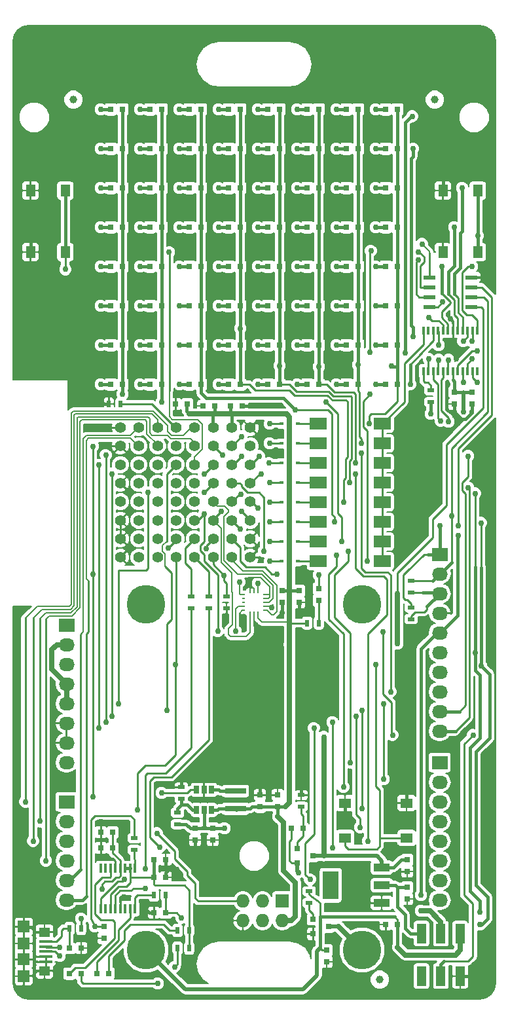
<source format=gtl>
G04 #@! TF.FileFunction,Copper,L1,Top,Signal*
%FSLAX46Y46*%
G04 Gerber Fmt 4.6, Leading zero omitted, Abs format (unit mm)*
G04 Created by KiCad (PCBNEW 4.0.0-rc2-stable) date 12/17/2015 5:33:49 AM*
%MOMM*%
G01*
G04 APERTURE LIST*
%ADD10C,0.100000*%
%ADD11R,0.420000X1.120000*%
%ADD12R,0.800000X0.750000*%
%ADD13R,0.750000X0.800000*%
%ADD14R,0.500000X0.900000*%
%ADD15R,0.800100X0.800100*%
%ADD16R,0.900000X0.500000*%
%ADD17R,0.400000X1.200000*%
%ADD18R,2.032000X3.657600*%
%ADD19R,2.032000X1.016000*%
%ADD20C,5.000000*%
%ADD21R,2.700000X0.800000*%
%ADD22R,1.200000X2.500000*%
%ADD23R,1.300000X1.550000*%
%ADD24R,1.550000X1.300000*%
%ADD25R,0.347980X0.248920*%
%ADD26R,0.248920X0.347980*%
%ADD27R,0.690880X1.000760*%
%ADD28R,1.700000X0.400000*%
%ADD29R,1.350000X1.250000*%
%ADD30R,1.500000X1.550000*%
%ADD31R,0.590000X0.450000*%
%ADD32R,2.032000X1.727200*%
%ADD33O,2.032000X1.727200*%
%ADD34R,1.727200X1.727200*%
%ADD35O,1.727200X1.727200*%
%ADD36C,1.399540*%
%ADD37R,0.797560X0.797560*%
%ADD38R,2.160000X1.520000*%
%ADD39R,1.550000X0.600000*%
%ADD40C,1.000760*%
%ADD41C,0.762000*%
%ADD42C,0.254000*%
%ADD43C,0.635000*%
%ADD44C,0.152400*%
%ADD45C,0.381000*%
%ADD46C,0.508000*%
%ADD47C,0.203200*%
G04 APERTURE END LIST*
D10*
D11*
X52260500Y-35162000D03*
X52260500Y-29862000D03*
X51625500Y-35162000D03*
X51625500Y-29862000D03*
X50990500Y-35162000D03*
X50990500Y-29862000D03*
X50355500Y-35162000D03*
X50355500Y-29862000D03*
X49720500Y-35162000D03*
X49720500Y-29862000D03*
X49085500Y-35162000D03*
X49085500Y-29862000D03*
X48450500Y-35162000D03*
X48450500Y-29862000D03*
X47815500Y-35162000D03*
X47815500Y-29862000D03*
X47180500Y-35162000D03*
X47180500Y-29862000D03*
X46545500Y-35162000D03*
X46545500Y-29862000D03*
X45910500Y-35162000D03*
X45910500Y-29862000D03*
X45275500Y-35162000D03*
X45275500Y-29862000D03*
D12*
X10426000Y-98298000D03*
X11926000Y-98298000D03*
D13*
X43180000Y-98310000D03*
X43180000Y-99810000D03*
X43180000Y-101866000D03*
X43180000Y-103366000D03*
D12*
X-496000Y-109728000D03*
X1004000Y-109728000D03*
D13*
X3937000Y-106946000D03*
X3937000Y-108446000D03*
D12*
X11926000Y-105156000D03*
X10426000Y-105156000D03*
D14*
X-496000Y-107188000D03*
X1004000Y-107188000D03*
D15*
X31003240Y-105984000D03*
X31003240Y-107884000D03*
X33002220Y-106934000D03*
D14*
X10426000Y-102870000D03*
X11926000Y-102870000D03*
D16*
X7874000Y-97016000D03*
X7874000Y-95516000D03*
D14*
X14974000Y-109728000D03*
X13474000Y-109728000D03*
X14974000Y-107442000D03*
X13474000Y-107442000D03*
D17*
X3522980Y-104626720D03*
X4157980Y-104626720D03*
X4792980Y-104626720D03*
X5427980Y-104626720D03*
X6062980Y-104626720D03*
X6697980Y-104626720D03*
X7332980Y-104626720D03*
X7967980Y-104626720D03*
X7967980Y-99426720D03*
X7332980Y-99426720D03*
X6697980Y-99426720D03*
X6062980Y-99426720D03*
X5427980Y-99426720D03*
X4792980Y-99426720D03*
X4157980Y-99426720D03*
X3522980Y-99426720D03*
D18*
X33274000Y-101600000D03*
D19*
X39878000Y-101600000D03*
X39878000Y-99314000D03*
X39878000Y-103886000D03*
D20*
X37338000Y-65280000D03*
X37338000Y-109980000D03*
X9398000Y-109980000D03*
X9398000Y-65280000D03*
D12*
X20332000Y-39624000D03*
X21832000Y-39624000D03*
D13*
X32766000Y-109994000D03*
X32766000Y-111494000D03*
X27000200Y-63512000D03*
X27000200Y-65012000D03*
X29210000Y-63512000D03*
X29210000Y-65012000D03*
D12*
X5068000Y-94742000D03*
X3568000Y-94742000D03*
X5068000Y-96774000D03*
X3568000Y-96774000D03*
D13*
X51562000Y-37858000D03*
X51562000Y-39358000D03*
X49276000Y-37858000D03*
X49276000Y-39358000D03*
D12*
X10426000Y-100584000D03*
X11926000Y-100584000D03*
D13*
X24130000Y-91428000D03*
X24130000Y-89928000D03*
X18034000Y-94246000D03*
X18034000Y-95746000D03*
X26416000Y-91428000D03*
X26416000Y-89928000D03*
X15748000Y-94246000D03*
X15748000Y-95746000D03*
D21*
X20955000Y-89401000D03*
X20955000Y-91701000D03*
D14*
X30238000Y-67691000D03*
X31738000Y-67691000D03*
D16*
X15240000Y-65774000D03*
X15240000Y-64274000D03*
X17526000Y-65774000D03*
X17526000Y-64274000D03*
X13970000Y-88912000D03*
X13970000Y-90412000D03*
X19812000Y-65774000D03*
X19812000Y-64274000D03*
X13462000Y-93714000D03*
X13462000Y-92214000D03*
D22*
X50023400Y-113341600D03*
X50023400Y-107841600D03*
X47523400Y-113341600D03*
X47523400Y-107841600D03*
X45023400Y-113341600D03*
X45023400Y-107841600D03*
D23*
X52288000Y-19723000D03*
X47788000Y-19723000D03*
X47788000Y-11773000D03*
X52288000Y-11773000D03*
X-1052000Y-19723000D03*
X-5552000Y-19723000D03*
X-5552000Y-11773000D03*
X-1052000Y-11773000D03*
D24*
X35141000Y-95468000D03*
X35141000Y-90968000D03*
X43091000Y-90968000D03*
X43091000Y-95468000D03*
D25*
X22042120Y-64025780D03*
X22042120Y-64526160D03*
X22042120Y-65024000D03*
X22042120Y-65521840D03*
X22042120Y-66022220D03*
D26*
X22870160Y-66349880D03*
X23368000Y-66349880D03*
X23865840Y-66349880D03*
D25*
X24693880Y-66022220D03*
X24693880Y-65521840D03*
X24693880Y-65024000D03*
X24693880Y-64526160D03*
X24693880Y-64025780D03*
D26*
X23865840Y-63698120D03*
X23368000Y-63698120D03*
X22870160Y-63698120D03*
D27*
X17840960Y-89250520D03*
X16891000Y-89250520D03*
X15941040Y-89250520D03*
X15941040Y-91851480D03*
X16891000Y-91851480D03*
X17840960Y-91851480D03*
D12*
X41898000Y-106680000D03*
X40398000Y-106680000D03*
X28206000Y-94234000D03*
X29706000Y-94234000D03*
X18276000Y-39624000D03*
X16776000Y-39624000D03*
X14720000Y-39370000D03*
X13220000Y-39370000D03*
D15*
X28971240Y-96840000D03*
X28971240Y-98740000D03*
X30970220Y-97790000D03*
D16*
X30480000Y-102374000D03*
X30480000Y-103874000D03*
X29464000Y-89928000D03*
X29464000Y-91428000D03*
X43688000Y-63742000D03*
X43688000Y-62242000D03*
X43688000Y-67171000D03*
X43688000Y-65671000D03*
X46228000Y-39104000D03*
X46228000Y-37604000D03*
D28*
X-3576200Y-111459800D03*
X-3576200Y-110809800D03*
X-3576200Y-109509800D03*
X-3576200Y-110159800D03*
X-3576200Y-108859800D03*
D29*
X-3726200Y-107659800D03*
D30*
X-6426200Y-113359800D03*
X-6426200Y-106959800D03*
D29*
X-3726200Y-112659800D03*
D30*
X-6426200Y-109134800D03*
X-6426200Y-111184800D03*
D31*
X28995000Y-41910000D03*
X26885000Y-41910000D03*
X28995000Y-44450000D03*
X26885000Y-44450000D03*
X28995000Y-46990000D03*
X26885000Y-46990000D03*
X28995000Y-49530000D03*
X26885000Y-49530000D03*
X28995000Y-52070000D03*
X26885000Y-52070000D03*
X28995000Y-54610000D03*
X26885000Y-54610000D03*
X28995000Y-57150000D03*
X26885000Y-57150000D03*
X28995000Y-59690000D03*
X26885000Y-59690000D03*
D32*
X-889000Y-67945000D03*
D33*
X-889000Y-70485000D03*
X-889000Y-73025000D03*
X-889000Y-75565000D03*
X-889000Y-78105000D03*
X-889000Y-80645000D03*
X-889000Y-83185000D03*
X-889000Y-85725000D03*
D32*
X47371000Y-85725000D03*
D33*
X47371000Y-88265000D03*
X47371000Y-90805000D03*
X47371000Y-93345000D03*
X47371000Y-95885000D03*
X47371000Y-98425000D03*
X47371000Y-100965000D03*
X47371000Y-103505000D03*
D32*
X47371000Y-58801000D03*
D33*
X47371000Y-61341000D03*
X47371000Y-63881000D03*
X47371000Y-66421000D03*
X47371000Y-68961000D03*
X47371000Y-71501000D03*
X47371000Y-74041000D03*
X47371000Y-76581000D03*
X47371000Y-79121000D03*
X47371000Y-81661000D03*
D32*
X-889000Y-90805000D03*
D33*
X-889000Y-93345000D03*
X-889000Y-95885000D03*
X-889000Y-98425000D03*
X-889000Y-100965000D03*
X-889000Y-103505000D03*
D34*
X27000200Y-103632000D03*
D35*
X27000200Y-106172000D03*
X24460200Y-103632000D03*
X24460200Y-106172000D03*
X21920200Y-103632000D03*
X21920200Y-106172000D03*
D36*
X22877780Y-42400220D03*
X20477480Y-42400220D03*
X18077180Y-42400220D03*
X15676880Y-42400220D03*
X13276580Y-42400220D03*
X10878820Y-42400220D03*
X8478520Y-42400220D03*
X6078220Y-42400220D03*
X22877780Y-44800520D03*
X20477480Y-44800520D03*
X18077180Y-44800520D03*
X15676880Y-44800520D03*
X13276580Y-44800520D03*
X10878820Y-44800520D03*
X8478520Y-44800520D03*
X6078220Y-44800520D03*
X22877780Y-47200820D03*
X20477480Y-47200820D03*
X18077180Y-47200820D03*
X15676880Y-47200820D03*
X13276580Y-47200820D03*
X10878820Y-47200820D03*
X8478520Y-47200820D03*
X6078220Y-47200820D03*
X22877780Y-49601120D03*
X20477480Y-49601120D03*
X18077180Y-49601120D03*
X15676880Y-49601120D03*
X13276580Y-49601120D03*
X10878820Y-49601120D03*
X8478520Y-49601120D03*
X6078220Y-49601120D03*
X22877780Y-52001420D03*
X20477480Y-52001420D03*
X18077180Y-52001420D03*
X15676880Y-52001420D03*
X13276580Y-52001420D03*
X10878820Y-52001420D03*
X8478520Y-52001420D03*
X6078220Y-52001420D03*
X22877780Y-54399180D03*
X20477480Y-54399180D03*
X18077180Y-54399180D03*
X15676880Y-54399180D03*
X13276580Y-54399180D03*
X10878820Y-54399180D03*
X8478520Y-54399180D03*
X6078220Y-54399180D03*
X22877780Y-56799480D03*
X20477480Y-56799480D03*
X18077180Y-56799480D03*
X15676880Y-56799480D03*
X13276580Y-56799480D03*
X10878820Y-56799480D03*
X8478520Y-56799480D03*
X6078220Y-56799480D03*
X22877780Y-59199780D03*
X20477480Y-59199780D03*
X18077180Y-59199780D03*
X15676880Y-59199780D03*
X13276580Y-59199780D03*
X10878820Y-59199780D03*
X8478520Y-59199780D03*
X6078220Y-59199780D03*
D37*
X-495300Y-113030000D03*
X1003300Y-113030000D03*
X3060700Y-113030000D03*
X4559300Y-113030000D03*
X40398700Y-31750000D03*
X41897300Y-31750000D03*
X40398700Y-36830000D03*
X41897300Y-36830000D03*
X31750000Y-63258700D03*
X31750000Y-64757300D03*
X4838700Y-1270000D03*
X6337300Y-1270000D03*
X4838700Y-6350000D03*
X6337300Y-6350000D03*
X4838700Y-11430000D03*
X6337300Y-11430000D03*
X4838700Y-16510000D03*
X6337300Y-16510000D03*
X4838700Y-21590000D03*
X6337300Y-21590000D03*
X4838700Y-26670000D03*
X6337300Y-26670000D03*
X4838700Y-31750000D03*
X6337300Y-31750000D03*
X4838700Y-36830000D03*
X6337300Y-36830000D03*
X9918700Y-1270000D03*
X11417300Y-1270000D03*
X9918700Y-6350000D03*
X11417300Y-6350000D03*
X9918700Y-11430000D03*
X11417300Y-11430000D03*
X9918700Y-16510000D03*
X11417300Y-16510000D03*
X9918700Y-21590000D03*
X11417300Y-21590000D03*
X9918700Y-26670000D03*
X11417300Y-26670000D03*
X9918700Y-31750000D03*
X11417300Y-31750000D03*
X9918700Y-36830000D03*
X11417300Y-36830000D03*
X14998700Y-1270000D03*
X16497300Y-1270000D03*
X14998700Y-6350000D03*
X16497300Y-6350000D03*
X14998700Y-11430000D03*
X16497300Y-11430000D03*
X14998700Y-16510000D03*
X16497300Y-16510000D03*
X14998700Y-21590000D03*
X16497300Y-21590000D03*
X14998700Y-26670000D03*
X16497300Y-26670000D03*
X14998700Y-31750000D03*
X16497300Y-31750000D03*
X14998700Y-36830000D03*
X16497300Y-36830000D03*
X20078700Y-1270000D03*
X21577300Y-1270000D03*
X20078700Y-6350000D03*
X21577300Y-6350000D03*
X20078700Y-11430000D03*
X21577300Y-11430000D03*
X20078700Y-16510000D03*
X21577300Y-16510000D03*
X20078700Y-21590000D03*
X21577300Y-21590000D03*
X20078700Y-26670000D03*
X21577300Y-26670000D03*
X20078700Y-31750000D03*
X21577300Y-31750000D03*
X20078700Y-36830000D03*
X21577300Y-36830000D03*
X25158700Y-1270000D03*
X26657300Y-1270000D03*
X25158700Y-6350000D03*
X26657300Y-6350000D03*
X25158700Y-11430000D03*
X26657300Y-11430000D03*
X25158700Y-16510000D03*
X26657300Y-16510000D03*
X25158700Y-21590000D03*
X26657300Y-21590000D03*
X25158700Y-26670000D03*
X26657300Y-26670000D03*
X25158700Y-31750000D03*
X26657300Y-31750000D03*
X25158700Y-36830000D03*
X26657300Y-36830000D03*
X30238700Y-1270000D03*
X31737300Y-1270000D03*
X30238700Y-6350000D03*
X31737300Y-6350000D03*
X30238700Y-11430000D03*
X31737300Y-11430000D03*
X30238700Y-16510000D03*
X31737300Y-16510000D03*
X30238700Y-21590000D03*
X31737300Y-21590000D03*
X30238700Y-26670000D03*
X31737300Y-26670000D03*
X30238700Y-31750000D03*
X31737300Y-31750000D03*
X30238700Y-36830000D03*
X31737300Y-36830000D03*
X35318700Y-1270000D03*
X36817300Y-1270000D03*
X35318700Y-6350000D03*
X36817300Y-6350000D03*
X35318700Y-11430000D03*
X36817300Y-11430000D03*
X35318700Y-16510000D03*
X36817300Y-16510000D03*
X35318700Y-21590000D03*
X36817300Y-21590000D03*
X35318700Y-26670000D03*
X36817300Y-26670000D03*
X35318700Y-31750000D03*
X36817300Y-31750000D03*
X35318700Y-36830000D03*
X36817300Y-36830000D03*
X40398700Y-1270000D03*
X41897300Y-1270000D03*
X40398700Y-6350000D03*
X41897300Y-6350000D03*
X40398700Y-11430000D03*
X41897300Y-11430000D03*
X40398700Y-16510000D03*
X41897300Y-16510000D03*
X40398700Y-21590000D03*
X41897300Y-21590000D03*
X40398700Y-26670000D03*
X41897300Y-26670000D03*
D38*
X39957200Y-41910000D03*
X31670800Y-41910000D03*
X39957200Y-44450000D03*
X31670800Y-44450000D03*
X39957200Y-46990000D03*
X31670800Y-46990000D03*
X39957200Y-49530000D03*
X31670800Y-49530000D03*
X39957200Y-52070000D03*
X31670800Y-52070000D03*
X39957200Y-54610000D03*
X31670800Y-54610000D03*
X39957200Y-57150000D03*
X31670800Y-57150000D03*
X39957200Y-59690000D03*
X31670800Y-59690000D03*
D39*
X51468000Y-26797000D03*
X51468000Y-25527000D03*
X51468000Y-24257000D03*
X51468000Y-22987000D03*
X46068000Y-22987000D03*
X46068000Y-24257000D03*
X46068000Y-25527000D03*
X46068000Y-26797000D03*
D14*
X6084000Y-39370000D03*
X4584000Y-39370000D03*
D40*
X39624000Y-113792000D03*
X0Y0D03*
X46736000Y0D03*
D41*
X21463000Y-62382400D03*
X23876000Y-62534800D03*
X27940000Y-62230000D03*
X41910000Y-70358000D03*
X27940000Y-70485000D03*
X41910000Y-63881000D03*
X44958000Y-104902000D03*
X13208000Y-40640000D03*
X49784000Y-41783000D03*
X52451000Y-44450000D03*
X25654000Y-65684400D03*
X7239000Y-57912000D03*
X47752000Y-9398000D03*
X7239000Y-50800000D03*
X4318000Y-44831000D03*
X4318000Y-42418000D03*
X3302000Y-38735000D03*
X27000200Y-66370200D03*
X29210000Y-66421000D03*
X24282400Y-41783000D03*
X24612600Y-39598600D03*
X22860000Y-62026800D03*
X24282400Y-59613800D03*
X19659600Y-67233800D03*
X21971000Y-67945000D03*
X23622000Y-67945000D03*
X48768000Y-28321000D03*
X53213000Y-22987000D03*
X43815000Y-45720000D03*
X29464000Y-87884000D03*
X29464000Y-75692000D03*
X24130000Y-87884000D03*
X24130000Y-75692000D03*
X52578000Y-114046000D03*
X36703000Y-99060000D03*
X-3302000Y-15748000D03*
X15748000Y-98552000D03*
X13335000Y-99568000D03*
X6477000Y-103124000D03*
X9144000Y-104521000D03*
X3581400Y-93370400D03*
X14478000Y-87376000D03*
X43180000Y-89154000D03*
X35052000Y-93218000D03*
X48387000Y-36830000D03*
X49530000Y-33528000D03*
X32385000Y-82423000D03*
X-1778000Y-109601000D03*
X2794000Y-106934000D03*
X13970000Y-105791000D03*
X-1778000Y-110744000D03*
X11430000Y-39116000D03*
X47498000Y-41529000D03*
X32639000Y-39116000D03*
X34671000Y-57150000D03*
X25400000Y-57150000D03*
X43815000Y-2159000D03*
X51562000Y-31242000D03*
X42875200Y-32715200D03*
X3556000Y-1270000D03*
X8636000Y-1270000D03*
X13716000Y-1270000D03*
X18796000Y-1270000D03*
X23876000Y-1270000D03*
X28956000Y-1270000D03*
X34036000Y-1270000D03*
X39116000Y-1270000D03*
X39116000Y-1270000D03*
X34036000Y-1270000D03*
X28956000Y-1270000D03*
X23876000Y-1270000D03*
X18796000Y-1270000D03*
X13716000Y-1270000D03*
X8636000Y-1270000D03*
X3556000Y-1270000D03*
X50419000Y-31242000D03*
X43942000Y-30607000D03*
X43916600Y-6350000D03*
X3556000Y-6350000D03*
X8636000Y-6350000D03*
X13716000Y-6350000D03*
X18796000Y-6350000D03*
X23876000Y-6350000D03*
X28956000Y-6350000D03*
X34036000Y-6350000D03*
X39116000Y-6350000D03*
X50292000Y-11430000D03*
X3556000Y-11430000D03*
X8636000Y-11430000D03*
X13716000Y-11430000D03*
X18796000Y-11430000D03*
X23876000Y-11430000D03*
X28956000Y-11430000D03*
X34036000Y-11430000D03*
X39116000Y-11430000D03*
X39116000Y-16510000D03*
X34036000Y-16510000D03*
X28956000Y-16510000D03*
X23876000Y-16510000D03*
X18796000Y-16510000D03*
X13716000Y-16510000D03*
X8636000Y-16510000D03*
X3556000Y-16510000D03*
X49276000Y-16510000D03*
X47625000Y-21590000D03*
X3556000Y-21590000D03*
X8636000Y-21590000D03*
X13716000Y-21590000D03*
X18796000Y-21590000D03*
X23876000Y-21590000D03*
X28956000Y-21590000D03*
X34036000Y-21590000D03*
X39116000Y-21590000D03*
X45974000Y-28194000D03*
X3556000Y-26670000D03*
X8636000Y-26670000D03*
X13716000Y-26670000D03*
X18796000Y-26670000D03*
X23876000Y-26670000D03*
X28956000Y-26670000D03*
X34036000Y-26670000D03*
X39116000Y-26670000D03*
X3556000Y-31750000D03*
X47244000Y-31750000D03*
X8636000Y-31750000D03*
X13716000Y-31750000D03*
X18796000Y-31750000D03*
X23876000Y-31750000D03*
X28956000Y-31750000D03*
X34036000Y-31750000D03*
X39116000Y-31750000D03*
X43561000Y-36830000D03*
X3556000Y-36830000D03*
X8636000Y-36830000D03*
X13716000Y-36830000D03*
X18796000Y-36830000D03*
X23876000Y-36830000D03*
X28956000Y-36830000D03*
X34036000Y-36830000D03*
X39116000Y-36830000D03*
X28702000Y-40132000D03*
X48514000Y-41656000D03*
X33782000Y-54610000D03*
X25400000Y-54610000D03*
X21577300Y-29591000D03*
X52197000Y-32512000D03*
X25400000Y-52070000D03*
X34925000Y-52070000D03*
X52197000Y-36576000D03*
X25400000Y-49530000D03*
X35687000Y-49530000D03*
X26670000Y-34417000D03*
X31750000Y-34544000D03*
X50419000Y-36576000D03*
X25273000Y-46990000D03*
X36449000Y-46990000D03*
X25400000Y-44450000D03*
X37211000Y-44450000D03*
X47244000Y-33655000D03*
X36830000Y-34290000D03*
X38227000Y-41910000D03*
X25400000Y-41910000D03*
X41148000Y-34417000D03*
X48514000Y-33655000D03*
X51562000Y-33528000D03*
X38354000Y-38100000D03*
X25400000Y-59690000D03*
X37973000Y-59690000D03*
X6350000Y-38100000D03*
X10922000Y-114300000D03*
X13081000Y-112141000D03*
X26289000Y-61341000D03*
X40005000Y-68834000D03*
X41275000Y-82169000D03*
X51689000Y-82169000D03*
X19558000Y-94234000D03*
X47752000Y-26162000D03*
X46228000Y-40640000D03*
X50419000Y-40386000D03*
X12268200Y-57962800D03*
X31750000Y-61468000D03*
X39116000Y-73025000D03*
X10795000Y-94869000D03*
X8255000Y-91821000D03*
X13208000Y-73025000D03*
X35814000Y-85725000D03*
X35560000Y-58420000D03*
X17145000Y-58039000D03*
X9652000Y-50800000D03*
X16891000Y-50800000D03*
X5842000Y-78105000D03*
X40132000Y-78105000D03*
X40132000Y-87884000D03*
X24638000Y-58420000D03*
X34925000Y-88900000D03*
X34036000Y-58928000D03*
X12065000Y-78994000D03*
X37338000Y-78994000D03*
X37338000Y-91694000D03*
X24257000Y-48387000D03*
X38100000Y-95885000D03*
X36449000Y-48387000D03*
X4953000Y-48387000D03*
X16891000Y-48387000D03*
X4953000Y-79756000D03*
X36576000Y-79756000D03*
X37084000Y-94107000D03*
X21717000Y-46101000D03*
X4191000Y-45974000D03*
X4191000Y-80518000D03*
X33528000Y-80518000D03*
X33528000Y-96774000D03*
X30607000Y-100838000D03*
X31115000Y-81280000D03*
X3302000Y-81280000D03*
X3302000Y-47244000D03*
X24003000Y-46101000D03*
X49784000Y-55118000D03*
X47371000Y-55118000D03*
X16891000Y-53594000D03*
X18669000Y-68732400D03*
X20980400Y-68707000D03*
X19100800Y-53263800D03*
X48895000Y-53848000D03*
X44958000Y-102870000D03*
X21590000Y-55499000D03*
X49784000Y-56388000D03*
X21666200Y-51054000D03*
X52578000Y-105029000D03*
X51943000Y-50927000D03*
X51943000Y-71501000D03*
X23876000Y-52832000D03*
X52705000Y-54737000D03*
X52755800Y-73228200D03*
X52578000Y-106680000D03*
X41021000Y-76581000D03*
X37211000Y-45720000D03*
X19304000Y-45974000D03*
X51054000Y-46101000D03*
X21717000Y-43561000D03*
X51054000Y-50165000D03*
X-1041400Y-21945600D03*
X21717000Y-53213000D03*
X-6223000Y-90805000D03*
X-4318000Y-93319600D03*
X-5207000Y-95885000D03*
X-3556000Y-98425000D03*
X9271000Y-99441000D03*
X6604000Y-100838000D03*
X9271000Y-101981000D03*
X11176000Y-96647000D03*
X2540000Y-44831000D03*
X45085000Y-18669000D03*
X11430000Y-89662000D03*
X2540000Y-90170000D03*
X2540000Y-61341000D03*
X19481800Y-61518800D03*
X52298600Y-17576800D03*
X12369800Y-19735800D03*
X3683000Y-102108000D03*
X29083000Y-99949000D03*
X1016000Y-105918000D03*
X44577000Y-20701000D03*
X51562000Y-21590000D03*
X38481000Y-19558000D03*
X38354000Y-32639000D03*
X45974000Y-33528000D03*
X44577000Y-19685000D03*
D42*
X41910000Y-63881000D02*
X41910000Y-61341000D01*
X48260000Y-52451000D02*
X48260000Y-44577000D01*
X46482000Y-54229000D02*
X48260000Y-52451000D01*
X46482000Y-56642000D02*
X46482000Y-54229000D01*
X41910000Y-61214000D02*
X46482000Y-56642000D01*
X41910000Y-61341000D02*
X41910000Y-61214000D01*
D43*
X27940000Y-67691000D02*
X27940000Y-63512000D01*
D44*
X23865840Y-63525400D02*
X23876000Y-63515240D01*
X23876000Y-63515240D02*
X23876000Y-62534800D01*
X23876000Y-66532760D02*
X23865840Y-66522600D01*
D42*
X52959000Y-37211000D02*
X52959000Y-37592000D01*
X52705000Y-26797000D02*
X52959000Y-27051000D01*
X52959000Y-27051000D02*
X52959000Y-37211000D01*
X51468000Y-26797000D02*
X52705000Y-26797000D01*
X52959000Y-37592000D02*
X52959000Y-39878000D01*
X52959000Y-39878000D02*
X48260000Y-44577000D01*
X52959000Y-37592000D02*
X52959000Y-37592000D01*
D44*
X21463000Y-63881000D02*
X21607780Y-64025780D01*
X21869400Y-64025780D02*
X21607780Y-64025780D01*
X21463000Y-62382400D02*
X21463000Y-63881000D01*
D42*
X23876000Y-62534800D02*
X23865840Y-62534800D01*
X23865840Y-62534800D02*
X23876000Y-62534800D01*
X23876000Y-62534800D02*
X23865840Y-62534800D01*
D44*
X23865840Y-62392560D02*
X23865840Y-62534800D01*
X23865840Y-62534800D02*
X23865840Y-63525400D01*
D45*
X17840960Y-91851480D02*
X18638520Y-91851480D01*
X18638520Y-91851480D02*
X18789000Y-91701000D01*
X18789000Y-91701000D02*
X20955000Y-91701000D01*
D44*
X24384000Y-67564000D02*
X27940000Y-67564000D01*
X23876000Y-67056000D02*
X24384000Y-67564000D01*
X23876000Y-66532760D02*
X23876000Y-67056000D01*
D42*
X30238000Y-67691000D02*
X27940000Y-67691000D01*
D43*
X-889000Y-70485000D02*
X-2159000Y-70485000D01*
X-2794000Y-73660000D02*
X-889000Y-75565000D01*
X-2794000Y-71120000D02*
X-2794000Y-73660000D01*
X-2159000Y-70485000D02*
X-2794000Y-71120000D01*
X-889000Y-75565000D02*
X-889000Y-78105000D01*
X41910000Y-70358000D02*
X41910000Y-63881000D01*
X27940000Y-70485000D02*
X27940000Y-70358000D01*
D42*
X43688000Y-63742000D02*
X45212000Y-63742000D01*
D45*
X45212000Y-63742000D02*
X47232000Y-63742000D01*
D42*
X47232000Y-63742000D02*
X47371000Y-63881000D01*
X43688000Y-67171000D02*
X43688000Y-66802000D01*
X43688000Y-66802000D02*
X44196000Y-66294000D01*
X44196000Y-66294000D02*
X45339000Y-66294000D01*
X45339000Y-66294000D02*
X45720000Y-65913000D01*
X45720000Y-65913000D02*
X45720000Y-65532000D01*
D45*
X45720000Y-65532000D02*
X47371000Y-63881000D01*
X18034000Y-40640000D02*
X18034000Y-42357040D01*
X18034000Y-42357040D02*
X18077180Y-42400220D01*
X20447000Y-40640000D02*
X20447000Y-42369740D01*
X20447000Y-42369740D02*
X20477480Y-42400220D01*
X20574000Y-40640000D02*
X20447000Y-40640000D01*
X20332000Y-40525000D02*
X20332000Y-39624000D01*
X20447000Y-40640000D02*
X20332000Y-40525000D01*
X18669000Y-40640000D02*
X18288000Y-40259000D01*
X18288000Y-40259000D02*
X18288000Y-39636000D01*
X18288000Y-39636000D02*
X18276000Y-39624000D01*
X14986000Y-40640000D02*
X14605000Y-40259000D01*
D43*
X27940000Y-41021000D02*
X27559000Y-40640000D01*
X27559000Y-40640000D02*
X20574000Y-40640000D01*
X27940000Y-62230000D02*
X27940000Y-41021000D01*
X20574000Y-40640000D02*
X18669000Y-40640000D01*
X18669000Y-40640000D02*
X18034000Y-40640000D01*
X18034000Y-40640000D02*
X14986000Y-40640000D01*
X27940000Y-63512000D02*
X27940000Y-62230000D01*
D45*
X14605000Y-40259000D02*
X14605000Y-39485000D01*
X14605000Y-39485000D02*
X14720000Y-39370000D01*
X29210000Y-63512000D02*
X27940000Y-63512000D01*
X27940000Y-63512000D02*
X27000200Y-63512000D01*
X26416000Y-91428000D02*
X27444000Y-91428000D01*
D43*
X27444000Y-91428000D02*
X27940000Y-90932000D01*
X27940000Y-90932000D02*
X27940000Y-70358000D01*
X27940000Y-70358000D02*
X27940000Y-67691000D01*
X27940000Y-67691000D02*
X27940000Y-67564000D01*
D45*
X26416000Y-91428000D02*
X24130000Y-91428000D01*
X24130000Y-91428000D02*
X24118000Y-91440000D01*
X24118000Y-91440000D02*
X23114000Y-91440000D01*
X23114000Y-91440000D02*
X22853000Y-91701000D01*
X22853000Y-91701000D02*
X18789000Y-91701000D01*
X18789000Y-91701000D02*
X18638520Y-91851480D01*
X21082000Y-91828000D02*
X20955000Y-91701000D01*
D43*
X27000200Y-106172000D02*
X28194000Y-106172000D01*
D45*
X26416000Y-92710000D02*
X26416000Y-91428000D01*
D43*
X27178000Y-93472000D02*
X26416000Y-92710000D01*
X27178000Y-99695000D02*
X27178000Y-93472000D01*
X28702000Y-101219000D02*
X27178000Y-99695000D01*
X28702000Y-105664000D02*
X28702000Y-101219000D01*
X28194000Y-106172000D02*
X28702000Y-105664000D01*
X47523400Y-107841600D02*
X47523400Y-106324400D01*
X46101000Y-104902000D02*
X44958000Y-104902000D01*
X47523400Y-106324400D02*
X46101000Y-104902000D01*
D42*
X46228000Y-37604000D02*
X46228000Y-36957000D01*
X45275500Y-36385500D02*
X45275500Y-35162000D01*
X45466000Y-36576000D02*
X45275500Y-36385500D01*
X45847000Y-36576000D02*
X45466000Y-36576000D01*
X46228000Y-36957000D02*
X45847000Y-36576000D01*
X13220000Y-39370000D02*
X13208000Y-39382000D01*
X13208000Y-39382000D02*
X13208000Y-40640000D01*
D44*
X24866600Y-65521840D02*
X25491440Y-65521840D01*
X25491440Y-65521840D02*
X25654000Y-65684400D01*
D42*
X6078220Y-59199780D02*
X6078220Y-59072780D01*
X6078220Y-59072780D02*
X7239000Y-57912000D01*
X6078220Y-56799480D02*
X6126480Y-56799480D01*
X6126480Y-56799480D02*
X7239000Y-57912000D01*
D44*
X24874220Y-64033400D02*
X25425398Y-64033400D01*
X24866600Y-64025780D02*
X24874220Y-64033400D01*
X25425398Y-64033400D02*
X25425398Y-64008000D01*
X24206200Y-61798200D02*
X25425398Y-63017398D01*
X24881840Y-64541400D02*
X25247600Y-64541400D01*
X24881840Y-64541400D02*
X24866600Y-64526160D01*
X25425398Y-64363602D02*
X25247600Y-64541400D01*
X25425398Y-63017398D02*
X25425398Y-64008000D01*
X25425398Y-64008000D02*
X25425398Y-64363602D01*
D45*
X47788000Y-11773000D02*
X47788000Y-9434000D01*
X47788000Y-9434000D02*
X47752000Y-9398000D01*
D42*
X6078220Y-49601120D02*
X6078220Y-49639220D01*
X6078220Y-49639220D02*
X7239000Y-50800000D01*
X6078220Y-44800520D02*
X4348480Y-44800520D01*
X4348480Y-44800520D02*
X4318000Y-44831000D01*
X6078220Y-42400220D02*
X4335780Y-42400220D01*
X4335780Y-42400220D02*
X4318000Y-42418000D01*
D45*
X4584000Y-39370000D02*
X3937000Y-39370000D01*
X3937000Y-39370000D02*
X3302000Y-38735000D01*
X27000200Y-65012000D02*
X27000200Y-66370200D01*
X29210000Y-65012000D02*
X29210000Y-66421000D01*
D42*
X22877780Y-42400220D02*
X23495000Y-41783000D01*
X23495000Y-41783000D02*
X24282400Y-41783000D01*
D45*
X21832000Y-39624000D02*
X21857400Y-39598600D01*
X21857400Y-39598600D02*
X24612600Y-39598600D01*
D44*
X24206200Y-61798200D02*
X23088600Y-61798200D01*
X23088600Y-61798200D02*
X22860000Y-62026800D01*
X22870160Y-62448440D02*
X22860000Y-62438280D01*
X22860000Y-62438280D02*
X22860000Y-62026800D01*
X22870160Y-63119000D02*
X22870160Y-62448440D01*
D42*
X6078220Y-56799480D02*
X6078220Y-54399180D01*
X6078220Y-56799480D02*
X6078220Y-57360820D01*
X22877780Y-59199780D02*
X23868380Y-59199780D01*
X23868380Y-59199780D02*
X24282400Y-59613800D01*
X19812000Y-65774000D02*
X19812000Y-67081400D01*
D44*
X19812000Y-67081400D02*
X19659600Y-67233800D01*
X22870160Y-63119000D02*
X23266400Y-63119000D01*
X23368000Y-63220600D02*
X23368000Y-63525400D01*
X23266400Y-63119000D02*
X23368000Y-63220600D01*
X22870160Y-63119000D02*
X22870160Y-63525400D01*
X21869400Y-66022220D02*
X21861780Y-66022220D01*
X21463000Y-67437000D02*
X21971000Y-67945000D01*
X21463000Y-66421000D02*
X21463000Y-67437000D01*
X21861780Y-66022220D02*
X21463000Y-66421000D01*
X23368000Y-66522600D02*
X23368000Y-67691000D01*
X23368000Y-67691000D02*
X23622000Y-67945000D01*
D42*
X49085500Y-28638500D02*
X49085500Y-29862000D01*
X48768000Y-28321000D02*
X49085500Y-28638500D01*
X51468000Y-22987000D02*
X53213000Y-22987000D01*
D45*
X49784000Y-41783000D02*
X45847000Y-45720000D01*
X49784000Y-41656000D02*
X49784000Y-41783000D01*
X50165000Y-41275000D02*
X49784000Y-41656000D01*
X45847000Y-45720000D02*
X43815000Y-45720000D01*
X29464000Y-75692000D02*
X29464000Y-87884000D01*
X29464000Y-87884000D02*
X29464000Y-89928000D01*
X24130000Y-75692000D02*
X24130000Y-87884000D01*
X24130000Y-87884000D02*
X24130000Y-89928000D01*
X50023400Y-113341600D02*
X51873600Y-113341600D01*
X51873600Y-113341600D02*
X52578000Y-114046000D01*
X38036500Y-100647500D02*
X38036500Y-100393500D01*
X38036500Y-100393500D02*
X36703000Y-99060000D01*
D42*
X43180000Y-99810000D02*
X41795000Y-99810000D01*
X38354000Y-103886000D02*
X39878000Y-103886000D01*
X37719000Y-103251000D02*
X38354000Y-103886000D01*
X37719000Y-100965000D02*
X37719000Y-103251000D01*
X38227000Y-100457000D02*
X38036500Y-100647500D01*
X38036500Y-100647500D02*
X37719000Y-100965000D01*
X41148000Y-100457000D02*
X38227000Y-100457000D01*
X41795000Y-99810000D02*
X41148000Y-100457000D01*
X-3576200Y-111459800D02*
X-4991800Y-111459800D01*
X-4991800Y-111459800D02*
X-5266800Y-111184800D01*
D45*
X-5552000Y-19723000D02*
X-5552000Y-17998000D01*
X-5552000Y-17998000D02*
X-3302000Y-15748000D01*
X12319000Y-99568000D02*
X11926000Y-99175000D01*
X11926000Y-99175000D02*
X11926000Y-98298000D01*
X15748000Y-95746000D02*
X15748000Y-98552000D01*
X11926000Y-99961000D02*
X11926000Y-100584000D01*
X12319000Y-99568000D02*
X11926000Y-99961000D01*
X13335000Y-99568000D02*
X12319000Y-99568000D01*
D42*
X6062980Y-103538020D02*
X6477000Y-103124000D01*
X6062980Y-104626720D02*
X6062980Y-103538020D01*
D45*
X9779000Y-105156000D02*
X10426000Y-105156000D01*
X9144000Y-104521000D02*
X9779000Y-105156000D01*
D42*
X-6426200Y-106659800D02*
X-6025000Y-107061000D01*
X-6025000Y-107061000D02*
X-5461000Y-107061000D01*
X-4862200Y-107659800D02*
X-3726200Y-107659800D01*
X-5461000Y-107061000D02*
X-4862200Y-107659800D01*
X-6426200Y-113659800D02*
X-6050400Y-113284000D01*
X-6050400Y-113284000D02*
X-5334000Y-113284000D01*
X-4709800Y-112659800D02*
X-3726200Y-112659800D01*
X-5334000Y-113284000D02*
X-4709800Y-112659800D01*
X-6426200Y-113659800D02*
X-6426200Y-111184800D01*
X-6426200Y-106659800D02*
X-6426200Y-109134800D01*
X-6426200Y-109134800D02*
X-6426200Y-111184800D01*
X-6426200Y-111184800D02*
X-5266800Y-111184800D01*
X-4891800Y-110809800D02*
X-3576200Y-110809800D01*
X-5266800Y-111184800D02*
X-4891800Y-110809800D01*
X-3576200Y-110809800D02*
X-3576200Y-111459800D01*
X-3576200Y-111459800D02*
X-3576200Y-112509800D01*
X-3576200Y-112509800D02*
X-3726200Y-112659800D01*
X3568000Y-94742000D02*
X3568000Y-93383800D01*
X3568000Y-93383800D02*
X3581400Y-93370400D01*
X3568000Y-94742000D02*
X3568000Y-96774000D01*
X3568000Y-96774000D02*
X3568000Y-97675000D01*
X5427980Y-98493580D02*
X5427980Y-99426720D01*
X5080000Y-98145600D02*
X5427980Y-98493580D01*
X4038600Y-98145600D02*
X5080000Y-98145600D01*
X3568000Y-97675000D02*
X4038600Y-98145600D01*
D45*
X13970000Y-88912000D02*
X13970000Y-87884000D01*
X13970000Y-87884000D02*
X14478000Y-87376000D01*
X43091000Y-90968000D02*
X43091000Y-89243000D01*
X43091000Y-89243000D02*
X43180000Y-89154000D01*
X35141000Y-90968000D02*
X35141000Y-93129000D01*
X35141000Y-93129000D02*
X35052000Y-93218000D01*
X49085500Y-30988000D02*
X49085500Y-32067500D01*
X49085500Y-32067500D02*
X49530000Y-32512000D01*
X49530000Y-32512000D02*
X49530000Y-33528000D01*
D42*
X49085500Y-30988000D02*
X49085500Y-29862000D01*
D45*
X49276000Y-40386000D02*
X48641000Y-40386000D01*
X48260000Y-40005000D02*
X48641000Y-40386000D01*
X48260000Y-36957000D02*
X48260000Y-40005000D01*
X48387000Y-36830000D02*
X48260000Y-36957000D01*
D42*
X49085500Y-29862000D02*
X49098200Y-29849300D01*
D45*
X51562000Y-39358000D02*
X51562000Y-40448814D01*
X49276000Y-40386000D02*
X49276000Y-39358000D01*
X50165000Y-41275000D02*
X49276000Y-40386000D01*
X50735814Y-41275000D02*
X50165000Y-41275000D01*
X51562000Y-40448814D02*
X50735814Y-41275000D01*
D42*
X7332980Y-100584000D02*
X10426000Y-100584000D01*
X4792980Y-104626720D02*
X4826000Y-104593700D01*
X4826000Y-104593700D02*
X4826000Y-102743000D01*
X7332980Y-101252020D02*
X7332980Y-100584000D01*
X6858000Y-101727000D02*
X7332980Y-101252020D01*
X5842000Y-101727000D02*
X6858000Y-101727000D01*
X4826000Y-102743000D02*
X5842000Y-101727000D01*
X7332980Y-100584000D02*
X7332980Y-99426720D01*
X14974000Y-109728000D02*
X14974000Y-107442000D01*
X10426000Y-100584000D02*
X10426000Y-101485000D01*
X10426000Y-101485000D02*
X10541000Y-101600000D01*
X10541000Y-101600000D02*
X14351000Y-101600000D01*
X14351000Y-101600000D02*
X14974000Y-102223000D01*
X14974000Y-102223000D02*
X14974000Y-109728000D01*
D45*
X7332980Y-99426720D02*
X6697980Y-99426720D01*
X10426000Y-98298000D02*
X10426000Y-100584000D01*
D43*
X32385000Y-97790000D02*
X32385000Y-82423000D01*
D45*
X39878000Y-99314000D02*
X41402000Y-99314000D01*
X42406000Y-98310000D02*
X43180000Y-98310000D01*
X41402000Y-99314000D02*
X42406000Y-98310000D01*
D46*
X30970220Y-97790000D02*
X32385000Y-97790000D01*
X32385000Y-97790000D02*
X39243000Y-97790000D01*
X39878000Y-98425000D02*
X39878000Y-99314000D01*
X39243000Y-97790000D02*
X39878000Y-98425000D01*
D45*
X41910000Y-101854000D02*
X43168000Y-101854000D01*
X43168000Y-101854000D02*
X43180000Y-101866000D01*
X45023400Y-107841600D02*
X43579600Y-107841600D01*
X41656000Y-101600000D02*
X39878000Y-101600000D01*
X41910000Y-101854000D02*
X41656000Y-101600000D01*
X41910000Y-104394000D02*
X41910000Y-101854000D01*
X42926000Y-105410000D02*
X41910000Y-104394000D01*
X42926000Y-107188000D02*
X42926000Y-105410000D01*
X43579600Y-107841600D02*
X42926000Y-107188000D01*
D42*
X-496000Y-109728000D02*
X-496000Y-107188000D01*
X-496000Y-107188000D02*
X-1270000Y-107188000D01*
X-1270000Y-107188000D02*
X-1524000Y-107442000D01*
X-1524000Y-107442000D02*
X-1524000Y-108204000D01*
X-1524000Y-108204000D02*
X-2179800Y-108859800D01*
X-2179800Y-108859800D02*
X-3576200Y-108859800D01*
X-3576200Y-109509800D02*
X-3485000Y-109601000D01*
X-3485000Y-109601000D02*
X-1778000Y-109601000D01*
X7391400Y-92583000D02*
X2794000Y-92583000D01*
X7874000Y-93065600D02*
X7391400Y-92583000D01*
X7874000Y-95516000D02*
X7874000Y-93065600D01*
X2286000Y-105918000D02*
X2794000Y-106934000D01*
X2286000Y-93091000D02*
X2286000Y-105918000D01*
X2794000Y-92583000D02*
X2286000Y-93091000D01*
X2794000Y-106934000D02*
X2794000Y-106946000D01*
X2794000Y-106946000D02*
X2794000Y-106934000D01*
X2794000Y-106934000D02*
X2794000Y-106946000D01*
X2794000Y-106946000D02*
X3937000Y-106946000D01*
X13970000Y-105791000D02*
X13335000Y-105156000D01*
X-3576200Y-110159800D02*
X-2362200Y-110159800D01*
X-2362200Y-110159800D02*
X-1778000Y-110744000D01*
X13335000Y-105156000D02*
X11926000Y-105156000D01*
X11926000Y-105156000D02*
X11926000Y-102870000D01*
D45*
X11417300Y-39103300D02*
X11430000Y-39116000D01*
X11417300Y-36830000D02*
X11417300Y-39103300D01*
D42*
X46545500Y-36258500D02*
X47117000Y-36830000D01*
X47117000Y-36830000D02*
X47117000Y-41148000D01*
X47117000Y-41148000D02*
X47498000Y-41529000D01*
X46545500Y-36258500D02*
X46545500Y-35162000D01*
X34163000Y-40640000D02*
X32639000Y-39116000D01*
X34163000Y-40640000D02*
X34163000Y-53467000D01*
X34163000Y-53467000D02*
X34671000Y-53975000D01*
X34671000Y-53975000D02*
X34671000Y-57150000D01*
X26885000Y-57150000D02*
X25400000Y-57150000D01*
D45*
X11417300Y-1270000D02*
X11417300Y-6350000D01*
X11417300Y-6350000D02*
X11417300Y-11430000D01*
X11417300Y-11430000D02*
X11417300Y-16510000D01*
X11417300Y-16510000D02*
X11417300Y-21590000D01*
X11417300Y-21590000D02*
X11417300Y-26670000D01*
X11417300Y-26670000D02*
X11417300Y-31750000D01*
X11417300Y-31750000D02*
X11417300Y-36830000D01*
X43815000Y-2159000D02*
X43688000Y-2159000D01*
X42926000Y-2921000D02*
X42926000Y-32766000D01*
X43688000Y-2159000D02*
X42926000Y-2921000D01*
D42*
X51625500Y-31178500D02*
X51562000Y-31242000D01*
X51625500Y-31178500D02*
X51625500Y-29862000D01*
D45*
X42875200Y-32715200D02*
X42926000Y-32766000D01*
X4838700Y-1270000D02*
X3556000Y-1270000D01*
X9918700Y-1270000D02*
X8636000Y-1270000D01*
X14998700Y-1270000D02*
X13716000Y-1270000D01*
X20078700Y-1270000D02*
X18796000Y-1270000D01*
X25158700Y-1270000D02*
X23876000Y-1270000D01*
X30238700Y-1270000D02*
X28956000Y-1270000D01*
X35318700Y-1270000D02*
X34036000Y-1270000D01*
X40398700Y-1270000D02*
X39116000Y-1270000D01*
X43688000Y-29210000D02*
X43942000Y-29464000D01*
X43942000Y-29464000D02*
X43942000Y-30607000D01*
D42*
X50990500Y-30670500D02*
X50419000Y-31242000D01*
X50990500Y-29862000D02*
X50990500Y-30670500D01*
D45*
X43688000Y-7620000D02*
X43688000Y-29210000D01*
X43942000Y-7366000D02*
X43688000Y-7620000D01*
X43942000Y-6375400D02*
X43942000Y-7366000D01*
X43916600Y-6350000D02*
X43942000Y-6375400D01*
X3556000Y-6350000D02*
X4838700Y-6350000D01*
X9918700Y-6350000D02*
X8636000Y-6350000D01*
X14998700Y-6350000D02*
X13716000Y-6350000D01*
X20078700Y-6350000D02*
X18796000Y-6350000D01*
X25158700Y-6350000D02*
X23876000Y-6350000D01*
X30238700Y-6350000D02*
X28956000Y-6350000D01*
X35318700Y-6350000D02*
X34036000Y-6350000D01*
X40398700Y-6350000D02*
X39116000Y-6350000D01*
X50292000Y-11430000D02*
X50292000Y-17018000D01*
D42*
X50355500Y-28130500D02*
X50355500Y-29862000D01*
D45*
X50292000Y-17018000D02*
X50038000Y-17272000D01*
X50038000Y-17272000D02*
X50038000Y-21717000D01*
X50038000Y-21717000D02*
X49276000Y-22479000D01*
X49276000Y-22479000D02*
X49276000Y-25146000D01*
D42*
X49276000Y-25146000D02*
X49784000Y-25654000D01*
X49784000Y-25654000D02*
X49784000Y-27559000D01*
X49784000Y-27559000D02*
X50355500Y-28130500D01*
D45*
X3556000Y-11430000D02*
X4838700Y-11430000D01*
X9918700Y-11430000D02*
X8636000Y-11430000D01*
X14998700Y-11430000D02*
X13716000Y-11430000D01*
X20078700Y-11430000D02*
X18796000Y-11430000D01*
X25158700Y-11430000D02*
X23876000Y-11430000D01*
X30238700Y-11430000D02*
X28956000Y-11430000D01*
X35318700Y-11430000D02*
X34036000Y-11430000D01*
X40398700Y-11430000D02*
X39116000Y-11430000D01*
X49276000Y-16510000D02*
X49276000Y-21463000D01*
D42*
X49720500Y-28257500D02*
X49720500Y-29862000D01*
X49276000Y-27813000D02*
X49720500Y-28257500D01*
X49276000Y-25908000D02*
X49276000Y-27813000D01*
X48514000Y-25146000D02*
X49276000Y-25908000D01*
D45*
X48514000Y-22225000D02*
X48514000Y-25146000D01*
X49276000Y-21463000D02*
X48514000Y-22225000D01*
X40398700Y-16510000D02*
X39116000Y-16510000D01*
X35318700Y-16510000D02*
X34036000Y-16510000D01*
X30238700Y-16510000D02*
X28956000Y-16510000D01*
X25158700Y-16510000D02*
X23876000Y-16510000D01*
X20078700Y-16510000D02*
X18796000Y-16510000D01*
X14998700Y-16510000D02*
X13716000Y-16510000D01*
X9918700Y-16510000D02*
X8636000Y-16510000D01*
X4838700Y-16510000D02*
X3556000Y-16510000D01*
D42*
X48768000Y-26162000D02*
X48768000Y-26289000D01*
X47625000Y-25019000D02*
X48768000Y-26162000D01*
D45*
X47625000Y-21590000D02*
X47625000Y-25019000D01*
D42*
X48450500Y-29019500D02*
X48450500Y-29862000D01*
X47625000Y-28194000D02*
X48450500Y-29019500D01*
X47625000Y-27432000D02*
X47625000Y-28194000D01*
X48768000Y-26289000D02*
X47625000Y-27432000D01*
D45*
X4838700Y-21590000D02*
X3556000Y-21590000D01*
X9918700Y-21590000D02*
X8636000Y-21590000D01*
X14998700Y-21590000D02*
X13716000Y-21590000D01*
X20078700Y-21590000D02*
X18796000Y-21590000D01*
X25158700Y-21590000D02*
X23876000Y-21590000D01*
X30238700Y-21590000D02*
X28956000Y-21590000D01*
X35318700Y-21590000D02*
X34036000Y-21590000D01*
X40398700Y-21590000D02*
X39116000Y-21590000D01*
D42*
X47244000Y-28575000D02*
X47815500Y-29146500D01*
X46355000Y-28575000D02*
X47244000Y-28575000D01*
X45974000Y-28194000D02*
X46355000Y-28575000D01*
X47815500Y-29146500D02*
X47815500Y-29862000D01*
X47752000Y-29798500D02*
X47815500Y-29862000D01*
D45*
X3556000Y-26670000D02*
X4838700Y-26670000D01*
X9918700Y-26670000D02*
X8636000Y-26670000D01*
X14998700Y-26670000D02*
X13716000Y-26670000D01*
X20078700Y-26670000D02*
X18796000Y-26670000D01*
X25158700Y-26670000D02*
X23876000Y-26670000D01*
X30238700Y-26670000D02*
X28956000Y-26670000D01*
X35318700Y-26670000D02*
X34036000Y-26670000D01*
X40398700Y-26670000D02*
X39116000Y-26670000D01*
D42*
X47244000Y-31750000D02*
X47244000Y-29925500D01*
X47244000Y-29925500D02*
X47180500Y-29862000D01*
D45*
X3556000Y-31750000D02*
X4838700Y-31750000D01*
X9918700Y-31750000D02*
X8636000Y-31750000D01*
X14998700Y-31750000D02*
X13716000Y-31750000D01*
X20078700Y-31750000D02*
X18796000Y-31750000D01*
X25158700Y-31750000D02*
X23876000Y-31750000D01*
X30238700Y-31750000D02*
X28956000Y-31750000D01*
X35318700Y-31750000D02*
X34036000Y-31750000D01*
X40398700Y-31750000D02*
X39116000Y-31750000D01*
X43561000Y-36830000D02*
X43561000Y-34290000D01*
D42*
X46545500Y-31178500D02*
X46545500Y-29862000D01*
X46228000Y-31496000D02*
X46545500Y-31178500D01*
X43561000Y-34290000D02*
X46228000Y-31496000D01*
D45*
X3556000Y-36830000D02*
X4838700Y-36830000D01*
X9918700Y-36830000D02*
X8636000Y-36830000D01*
X14998700Y-36830000D02*
X13716000Y-36830000D01*
X20078700Y-36830000D02*
X18796000Y-36830000D01*
X25158700Y-36830000D02*
X23876000Y-36830000D01*
X30238700Y-36830000D02*
X28956000Y-36830000D01*
X35318700Y-36830000D02*
X34036000Y-36830000D01*
X40398700Y-36830000D02*
X39116000Y-36830000D01*
D42*
X47815500Y-35162000D02*
X47815500Y-36004500D01*
X48514000Y-41148000D02*
X48514000Y-41656000D01*
X47574202Y-40208202D02*
X48514000Y-41148000D01*
X47574202Y-36245798D02*
X47574202Y-40208202D01*
X47815500Y-36004500D02*
X47574202Y-36245798D01*
X33401000Y-53594000D02*
X33782000Y-53975000D01*
X32893000Y-40132000D02*
X33401000Y-40640000D01*
X33401000Y-40640000D02*
X33401000Y-53594000D01*
X26885000Y-54610000D02*
X25400000Y-54610000D01*
X32893000Y-40132000D02*
X28702000Y-40132000D01*
X33782000Y-53975000D02*
X33782000Y-54610000D01*
D45*
X16497300Y-36830000D02*
X16497300Y-37960300D01*
X27178000Y-38608000D02*
X28702000Y-40132000D01*
X17145000Y-38608000D02*
X27178000Y-38608000D01*
X16497300Y-37960300D02*
X17145000Y-38608000D01*
X16497300Y-1270000D02*
X16497300Y-6350000D01*
X16497300Y-6350000D02*
X16497300Y-11430000D01*
X16497300Y-11430000D02*
X16497300Y-16510000D01*
X16497300Y-16510000D02*
X16497300Y-21590000D01*
X16497300Y-21590000D02*
X16497300Y-26670000D01*
X16497300Y-26670000D02*
X16497300Y-31750000D01*
X16497300Y-31750000D02*
X16497300Y-36830000D01*
D42*
X49720500Y-35162000D02*
X49720500Y-34353500D01*
X51562000Y-32512000D02*
X52197000Y-32512000D01*
X49720500Y-34353500D02*
X51562000Y-32512000D01*
X21577300Y-36830000D02*
X22733000Y-36830000D01*
X25400000Y-52070000D02*
X26885000Y-52070000D01*
X34925000Y-49149000D02*
X34925000Y-52070000D01*
X35179000Y-48895000D02*
X34925000Y-49149000D01*
X35179000Y-46482000D02*
X35179000Y-48895000D01*
X35427209Y-46233791D02*
X35179000Y-46482000D01*
X35427209Y-39059411D02*
X35427209Y-46233791D01*
X35229798Y-38862000D02*
X35427209Y-39059411D01*
X33504836Y-38862000D02*
X35229798Y-38862000D01*
X32869836Y-38227000D02*
X33504836Y-38862000D01*
X28575000Y-38227000D02*
X32869836Y-38227000D01*
X27945791Y-37597791D02*
X28575000Y-38227000D01*
X23500791Y-37597791D02*
X27945791Y-37597791D01*
X22733000Y-36830000D02*
X23500791Y-37597791D01*
D45*
X21577300Y-1270000D02*
X21577300Y-6350000D01*
X21577300Y-6350000D02*
X21577300Y-11430000D01*
X21577300Y-11430000D02*
X21577300Y-16510000D01*
X21577300Y-16510000D02*
X21577300Y-21590000D01*
X21577300Y-21590000D02*
X21577300Y-26670000D01*
X21577300Y-26670000D02*
X21577300Y-29591000D01*
X21577300Y-29591000D02*
X21577300Y-31750000D01*
X21577300Y-31750000D02*
X21577300Y-36830000D01*
D42*
X51625500Y-36004500D02*
X52197000Y-36576000D01*
X51625500Y-35162000D02*
X51625500Y-36004500D01*
X26657300Y-36830000D02*
X27940000Y-36830000D01*
X25400000Y-49530000D02*
X26885000Y-49530000D01*
X35687000Y-46736000D02*
X35687000Y-49530000D01*
X35941000Y-46482000D02*
X35687000Y-46736000D01*
X35941000Y-38430202D02*
X35941000Y-46482000D01*
X35864798Y-38354000D02*
X35941000Y-38430202D01*
X33643418Y-38354000D02*
X35864798Y-38354000D01*
X33008418Y-37719000D02*
X33643418Y-38354000D01*
X28829000Y-37719000D02*
X33008418Y-37719000D01*
X27940000Y-36830000D02*
X28829000Y-37719000D01*
X26670000Y-34417000D02*
X26657300Y-34417000D01*
X26657300Y-34417000D02*
X26670000Y-34417000D01*
X26670000Y-34417000D02*
X26657300Y-34417000D01*
D45*
X26657300Y-1270000D02*
X26657300Y-6350000D01*
X26657300Y-16510000D02*
X26657300Y-21590000D01*
X26657300Y-21590000D02*
X26657300Y-26670000D01*
X26657300Y-26670000D02*
X26657300Y-31750000D01*
X26657300Y-31750000D02*
X26657300Y-34417000D01*
X26657300Y-34417000D02*
X26657300Y-36830000D01*
X26657300Y-6350000D02*
X26657300Y-11430000D01*
X26657300Y-11430000D02*
X26657300Y-16510000D01*
D42*
X50355500Y-36512500D02*
X50419000Y-36576000D01*
X50355500Y-36512500D02*
X50355500Y-35162000D01*
X36449000Y-38049202D02*
X36449000Y-46990000D01*
X31737300Y-36830000D02*
X32766000Y-36830000D01*
X25273000Y-46990000D02*
X26885000Y-46990000D01*
X36245798Y-37846000D02*
X36449000Y-38049202D01*
X33782000Y-37846000D02*
X36245798Y-37846000D01*
X32766000Y-36830000D02*
X33782000Y-37846000D01*
X31750000Y-34544000D02*
X31737300Y-34544000D01*
X31737300Y-34544000D02*
X31750000Y-34544000D01*
X31750000Y-34544000D02*
X31737300Y-34544000D01*
D45*
X31737300Y-1270000D02*
X31737300Y-6350000D01*
X31737300Y-6350000D02*
X31737300Y-11430000D01*
X31737300Y-11430000D02*
X31737300Y-16510000D01*
X31737300Y-16510000D02*
X31737300Y-21590000D01*
X31737300Y-21590000D02*
X31737300Y-26670000D01*
X31737300Y-26670000D02*
X31737300Y-31750000D01*
X31737300Y-31750000D02*
X31737300Y-34544000D01*
X31737300Y-34544000D02*
X31737300Y-36830000D01*
D42*
X36957000Y-43561000D02*
X37211000Y-43815000D01*
X36817300Y-37706300D02*
X36957000Y-37846000D01*
X36957000Y-37846000D02*
X36957000Y-43561000D01*
X36817300Y-36830000D02*
X36817300Y-37706300D01*
X25400000Y-44450000D02*
X26885000Y-44450000D01*
X37211000Y-43815000D02*
X37211000Y-44450000D01*
X47180500Y-33718500D02*
X47244000Y-33655000D01*
X47180500Y-33718500D02*
X47180500Y-35162000D01*
X36830000Y-34290000D02*
X36817300Y-34290000D01*
X36817300Y-34290000D02*
X36830000Y-34290000D01*
X36830000Y-34290000D02*
X36817300Y-34290000D01*
D45*
X36817300Y-1270000D02*
X36817300Y-6350000D01*
X36817300Y-11430000D02*
X36817300Y-16510000D01*
X36817300Y-16510000D02*
X36817300Y-21590000D01*
X36817300Y-21590000D02*
X36817300Y-26670000D01*
X36817300Y-26670000D02*
X36817300Y-31750000D01*
X36817300Y-31750000D02*
X36817300Y-34290000D01*
X36817300Y-34290000D02*
X36817300Y-36830000D01*
X36817300Y-6350000D02*
X36817300Y-11430000D01*
D42*
X38481000Y-40640000D02*
X38227000Y-40894000D01*
X41897300Y-39001700D02*
X40259000Y-40640000D01*
X40259000Y-40640000D02*
X38481000Y-40640000D01*
X26885000Y-41910000D02*
X25400000Y-41910000D01*
X41897300Y-39001700D02*
X41897300Y-36830000D01*
X38227000Y-40894000D02*
X38227000Y-41910000D01*
X48450500Y-33718500D02*
X48450500Y-35162000D01*
X48450500Y-33718500D02*
X48514000Y-33655000D01*
D45*
X41148000Y-34417000D02*
X41275000Y-34544000D01*
X41275000Y-34544000D02*
X41897300Y-34544000D01*
X41897300Y-31750000D02*
X41897300Y-34544000D01*
X41897300Y-34544000D02*
X41897300Y-36830000D01*
D42*
X41148000Y-34417000D02*
X41135300Y-34417000D01*
X41135300Y-34417000D02*
X41148000Y-34417000D01*
X41148000Y-34417000D02*
X41135300Y-34417000D01*
D45*
X41897300Y-1270000D02*
X41897300Y-6350000D01*
X41897300Y-6350000D02*
X41897300Y-11430000D01*
X41897300Y-11430000D02*
X41897300Y-16510000D01*
X41897300Y-16510000D02*
X41897300Y-21590000D01*
X41897300Y-21590000D02*
X41897300Y-26670000D01*
X41897300Y-26670000D02*
X41897300Y-31750000D01*
D42*
X50927000Y-34163000D02*
X51562000Y-33528000D01*
X50927000Y-34163000D02*
X50927000Y-35098500D01*
X38354000Y-38100000D02*
X37465000Y-38989000D01*
X25400000Y-59690000D02*
X26885000Y-59690000D01*
X37973000Y-42799000D02*
X37973000Y-59690000D01*
X37465000Y-42291000D02*
X37973000Y-42799000D01*
X37465000Y-38989000D02*
X37465000Y-42291000D01*
X50990500Y-35162000D02*
X50927000Y-35098500D01*
D45*
X6337300Y-36830000D02*
X6337300Y-38087300D01*
X6337300Y-38087300D02*
X6350000Y-38100000D01*
X6337300Y-1270000D02*
X6337300Y-6350000D01*
X6337300Y-6350000D02*
X6337300Y-11430000D01*
X6337300Y-11430000D02*
X6337300Y-16510000D01*
X6337300Y-16510000D02*
X6337300Y-21590000D01*
X6337300Y-21590000D02*
X6337300Y-26670000D01*
X6337300Y-26670000D02*
X6337300Y-31750000D01*
X6337300Y-31750000D02*
X6337300Y-36830000D01*
D42*
X2794000Y-101473000D02*
X3683000Y-100584000D01*
X5334000Y-108458000D02*
X1524000Y-112268000D01*
X1524000Y-112268000D02*
X266700Y-112268000D01*
X-495300Y-113030000D02*
X266700Y-112268000D01*
X5334000Y-106299000D02*
X5334000Y-108458000D01*
X5080000Y-106045000D02*
X5334000Y-106299000D01*
X3556000Y-106045000D02*
X5080000Y-106045000D01*
X2794000Y-105283000D02*
X3556000Y-106045000D01*
X2794000Y-101473000D02*
X2794000Y-105283000D01*
X4792980Y-100490020D02*
X4792980Y-99426720D01*
X4699000Y-100584000D02*
X4792980Y-100490020D01*
X3683000Y-100584000D02*
X4699000Y-100584000D01*
X1003300Y-114033300D02*
X1270000Y-114300000D01*
X1270000Y-114300000D02*
X10922000Y-114300000D01*
X1003300Y-113030000D02*
X1003300Y-114033300D01*
X13474000Y-111748000D02*
X13474000Y-109728000D01*
X13081000Y-112141000D02*
X13474000Y-111748000D01*
X7332980Y-104626720D02*
X7332980Y-105824020D01*
X3060700Y-111493300D02*
X3060700Y-113030000D01*
X5842000Y-108712000D02*
X3060700Y-111493300D01*
X5842000Y-107315000D02*
X5842000Y-108712000D01*
X7332980Y-105824020D02*
X5842000Y-107315000D01*
X4559300Y-113030000D02*
X4559300Y-110756700D01*
X12446000Y-107442000D02*
X13474000Y-107442000D01*
X11684000Y-106680000D02*
X12446000Y-107442000D01*
X7366000Y-106680000D02*
X11684000Y-106680000D01*
X6604000Y-107442000D02*
X7366000Y-106680000D01*
X6604000Y-108712000D02*
X6604000Y-107442000D01*
X4559300Y-110756700D02*
X6604000Y-108712000D01*
D46*
X37338000Y-109980000D02*
X37336000Y-109980000D01*
D43*
X37336000Y-109980000D02*
X34290000Y-106934000D01*
D46*
X34290000Y-106934000D02*
X33002220Y-106934000D01*
X31496000Y-113284000D02*
X31496000Y-110109000D01*
X29718000Y-115062000D02*
X31496000Y-113284000D01*
X14480000Y-115062000D02*
X29718000Y-115062000D01*
X9398000Y-109980000D02*
X14480000Y-115062000D01*
X31496000Y-110109000D02*
X31877000Y-109728000D01*
X9398000Y-109980000D02*
X9398000Y-110490000D01*
D42*
X41910000Y-106668000D02*
X41910000Y-106045000D01*
D45*
X41529000Y-105664000D02*
X31877000Y-105664000D01*
D42*
X41910000Y-106045000D02*
X41529000Y-105664000D01*
D43*
X50023400Y-107841600D02*
X50023400Y-109996600D01*
D45*
X41898000Y-109589000D02*
X41898000Y-106680000D01*
D43*
X42926000Y-110617000D02*
X41898000Y-109589000D01*
X49403000Y-110617000D02*
X42926000Y-110617000D01*
X50023400Y-109996600D02*
X49403000Y-110617000D01*
D42*
X41898000Y-106680000D02*
X41910000Y-106668000D01*
X30480000Y-102374000D02*
X30480000Y-102743000D01*
X32143000Y-109994000D02*
X32766000Y-109994000D01*
X31877000Y-109728000D02*
X32143000Y-109994000D01*
X31877000Y-103886000D02*
X31877000Y-105664000D01*
D45*
X31877000Y-105664000D02*
X31877000Y-109728000D01*
D42*
X31496000Y-103505000D02*
X31877000Y-103886000D01*
X30861000Y-103124000D02*
X31496000Y-103505000D01*
X30480000Y-102743000D02*
X30861000Y-103124000D01*
X10426000Y-102870000D02*
X8255000Y-102870000D01*
X7967980Y-103157020D02*
X7967980Y-104626720D01*
X8255000Y-102870000D02*
X7967980Y-103157020D01*
X7874000Y-97016000D02*
X7874000Y-98171000D01*
X7967980Y-98264980D02*
X7967980Y-99426720D01*
X7874000Y-98171000D02*
X7967980Y-98264980D01*
X51676300Y-110794800D02*
X51676300Y-104000300D01*
D45*
X47523400Y-111848900D02*
X47942500Y-111429800D01*
D42*
X47942500Y-111429800D02*
X51041300Y-111429800D01*
X51041300Y-111429800D02*
X51676300Y-110794800D01*
D45*
X47523400Y-113341600D02*
X47523400Y-111848900D01*
D42*
X50546000Y-83312000D02*
X51689000Y-82169000D01*
X50546000Y-102870000D02*
X50546000Y-83312000D01*
X51676300Y-104000300D02*
X50546000Y-102870000D01*
X21590000Y-57912000D02*
X20477480Y-56799480D01*
X21590000Y-59690000D02*
X21590000Y-57912000D01*
X22375780Y-60475780D02*
X21590000Y-59690000D01*
X24788780Y-60475780D02*
X22375780Y-60475780D01*
X25654000Y-61341000D02*
X24788780Y-60475780D01*
X26289000Y-61341000D02*
X25654000Y-61341000D01*
X40005000Y-76835000D02*
X40005000Y-68834000D01*
X41148000Y-77978000D02*
X40005000Y-76835000D01*
X41148000Y-82042000D02*
X41148000Y-77978000D01*
X41275000Y-82169000D02*
X41148000Y-82042000D01*
X15240000Y-64274000D02*
X15240000Y-60706000D01*
X14478000Y-57998360D02*
X15676880Y-56799480D01*
X14478000Y-59944000D02*
X14478000Y-57998360D01*
X15240000Y-60706000D02*
X14478000Y-59944000D01*
X17526000Y-64274000D02*
X17526000Y-61048900D01*
X17526000Y-61048900D02*
X15676880Y-59199780D01*
X15676880Y-59199780D02*
X15676880Y-59364880D01*
X15676880Y-59199780D02*
X15676880Y-59376880D01*
D45*
X19546000Y-94246000D02*
X19558000Y-94234000D01*
X18034000Y-94246000D02*
X19546000Y-94246000D01*
D42*
X47117000Y-26797000D02*
X47752000Y-26162000D01*
X46068000Y-26797000D02*
X47117000Y-26797000D01*
D45*
X46228000Y-39104000D02*
X46228000Y-40640000D01*
D46*
X50419000Y-40386000D02*
X50419000Y-37858000D01*
D45*
X18034000Y-94246000D02*
X17157000Y-94246000D01*
X17157000Y-94246000D02*
X16891000Y-93980000D01*
X16891000Y-93980000D02*
X16891000Y-91851480D01*
X15748000Y-94246000D02*
X16625000Y-94246000D01*
X16625000Y-94246000D02*
X16891000Y-93980000D01*
X49276000Y-37858000D02*
X50419000Y-37858000D01*
X50419000Y-37858000D02*
X51562000Y-37858000D01*
D42*
X49085500Y-35162000D02*
X49085500Y-36258500D01*
D45*
X49276000Y-36449000D02*
X49276000Y-37858000D01*
X49085500Y-36258500D02*
X49276000Y-36449000D01*
X15748000Y-94246000D02*
X15125000Y-94246000D01*
X14593000Y-93714000D02*
X13462000Y-93714000D01*
X15125000Y-94246000D02*
X14593000Y-93714000D01*
X15748000Y-94246000D02*
X18034000Y-94246000D01*
D42*
X31750000Y-64757300D02*
X31738000Y-67691000D01*
X13276580Y-56799480D02*
X13276580Y-56954420D01*
X13276580Y-56954420D02*
X12268200Y-57962800D01*
X12192000Y-58039000D02*
X12268200Y-57962800D01*
X31750000Y-63258700D02*
X31750000Y-61468000D01*
X13276580Y-56827420D02*
X13276580Y-56799480D01*
D45*
X13276580Y-56799480D02*
X13276580Y-57081420D01*
D42*
X28995000Y-59690000D02*
X31670800Y-59690000D01*
X28995000Y-57150000D02*
X31670800Y-57150000D01*
X28995000Y-54610000D02*
X31670800Y-54610000D01*
X28995000Y-52070000D02*
X31670800Y-52070000D01*
X28995000Y-49530000D02*
X31670800Y-49530000D01*
X28995000Y-46990000D02*
X31670800Y-46990000D01*
X28995000Y-44450000D02*
X31670800Y-44450000D01*
X28995000Y-41910000D02*
X31670800Y-41910000D01*
D45*
X20955000Y-89401000D02*
X18916000Y-89401000D01*
X18765520Y-89250520D02*
X17840960Y-89250520D01*
X18916000Y-89401000D02*
X18765520Y-89250520D01*
D42*
X39624000Y-95504000D02*
X39624000Y-89281000D01*
X39116000Y-88773000D02*
X39116000Y-73025000D01*
X39624000Y-89281000D02*
X39116000Y-88773000D01*
X10795000Y-94869000D02*
X13081000Y-97155000D01*
X15748000Y-103251000D02*
X15748000Y-101346000D01*
X16129000Y-103632000D02*
X21920200Y-103632000D01*
X16129000Y-103632000D02*
X15748000Y-103251000D01*
X13081000Y-97155000D02*
X13081000Y-98171000D01*
X13081000Y-98171000D02*
X14732000Y-99822000D01*
X14732000Y-99822000D02*
X14732000Y-100330000D01*
X14732000Y-100330000D02*
X15748000Y-101346000D01*
X8255000Y-91821000D02*
X8255000Y-87122000D01*
X8255000Y-87122000D02*
X9271000Y-86106000D01*
X9271000Y-86106000D02*
X11811000Y-86106000D01*
X11811000Y-86106000D02*
X13208000Y-84709000D01*
X13208000Y-73025000D02*
X13208000Y-84709000D01*
X39624000Y-95468000D02*
X39624000Y-95504000D01*
X39624000Y-95504000D02*
X39624000Y-96520000D01*
X35141000Y-96482000D02*
X35141000Y-95468000D01*
X35560000Y-96901000D02*
X35141000Y-96482000D01*
X39243000Y-96901000D02*
X35560000Y-96901000D01*
X39624000Y-96520000D02*
X39243000Y-96901000D01*
X39624000Y-95468000D02*
X43091000Y-95468000D01*
X13276580Y-59199780D02*
X13276580Y-72956420D01*
X13276580Y-72956420D02*
X13208000Y-73025000D01*
X35814000Y-85725000D02*
X35814000Y-68961000D01*
X35560000Y-59690000D02*
X35560000Y-58420000D01*
X33782000Y-61468000D02*
X35560000Y-59690000D01*
X33782000Y-66929000D02*
X33782000Y-61468000D01*
X35814000Y-68961000D02*
X33782000Y-66929000D01*
X17145000Y-57731660D02*
X18077180Y-56799480D01*
X17145000Y-58039000D02*
X17145000Y-57731660D01*
X5842000Y-60833000D02*
X9398000Y-60833000D01*
X9652000Y-60579000D02*
X9652000Y-50800000D01*
X9398000Y-60833000D02*
X9652000Y-60579000D01*
X16891000Y-50800000D02*
X18077180Y-49613820D01*
X5842000Y-78105000D02*
X5842000Y-60833000D01*
X40132000Y-87884000D02*
X40132000Y-78105000D01*
X18077180Y-49613820D02*
X18077180Y-49601120D01*
X34036000Y-60325000D02*
X34036000Y-58928000D01*
X33020000Y-67183000D02*
X33020000Y-61341000D01*
X33020000Y-61341000D02*
X34036000Y-60325000D01*
X24638000Y-58420000D02*
X24638000Y-51435000D01*
X21717000Y-49987200D02*
X21717000Y-49784000D01*
X21717000Y-49784000D02*
X21534120Y-49601120D01*
X20477480Y-49601120D02*
X21534120Y-49601120D01*
X24003000Y-50800000D02*
X22529800Y-50800000D01*
X24638000Y-51435000D02*
X24003000Y-50800000D01*
X34925000Y-88900000D02*
X34925000Y-69088000D01*
X22529800Y-50800000D02*
X21717000Y-49987200D01*
X34925000Y-69088000D02*
X33020000Y-67183000D01*
X21153120Y-49601120D02*
X20477480Y-49601120D01*
X12700000Y-61214000D02*
X11861800Y-60375800D01*
D44*
X11861800Y-60375800D02*
X11861800Y-58724800D01*
D42*
X12065000Y-48412400D02*
X13276580Y-47200820D01*
X12065000Y-57099200D02*
X12065000Y-48412400D01*
D44*
X11531600Y-57632600D02*
X12065000Y-57099200D01*
X11531600Y-58394600D02*
X11531600Y-57632600D01*
X11861800Y-58724800D02*
X11531600Y-58394600D01*
D42*
X12700000Y-67183000D02*
X12700000Y-61214000D01*
X12065000Y-67818000D02*
X12700000Y-67183000D01*
X12065000Y-78994000D02*
X12065000Y-67818000D01*
X37338000Y-91694000D02*
X37338000Y-78994000D01*
X38100000Y-95885000D02*
X38100000Y-69088000D01*
X38100000Y-69088000D02*
X40563798Y-66624202D01*
X40563798Y-66624202D02*
X40563798Y-62026798D01*
X40563798Y-62026798D02*
X40132000Y-61595000D01*
X40132000Y-61595000D02*
X37465000Y-61595000D01*
X37465000Y-61595000D02*
X36449000Y-60579000D01*
X36449000Y-60579000D02*
X36449000Y-48387000D01*
X24091900Y-48387000D02*
X22877780Y-49601120D01*
X24257000Y-48387000D02*
X24091900Y-48387000D01*
X36576000Y-92456000D02*
X37084000Y-92964000D01*
X18077180Y-47200820D02*
X16891000Y-48387000D01*
X36576000Y-92456000D02*
X36576000Y-79756000D01*
X4953000Y-79756000D02*
X4953000Y-48387000D01*
X37084000Y-92964000D02*
X37084000Y-94107000D01*
X4191000Y-80518000D02*
X4191000Y-45974000D01*
X33528000Y-96774000D02*
X33528000Y-80518000D01*
X21717000Y-46101000D02*
X20617180Y-47200820D01*
X20617180Y-47200820D02*
X20477480Y-47200820D01*
X30607000Y-100838000D02*
X29972000Y-100203000D01*
X29972000Y-100203000D02*
X29972000Y-96139000D01*
X29972000Y-96139000D02*
X31115000Y-94996000D01*
X31115000Y-94996000D02*
X31115000Y-81280000D01*
X3302000Y-81280000D02*
X3302000Y-47244000D01*
X24003000Y-46101000D02*
X22903180Y-47200820D01*
X22903180Y-47200820D02*
X22877780Y-47200820D01*
X43180000Y-60960000D02*
X45339000Y-58801000D01*
D45*
X47371000Y-58801000D02*
X45847000Y-58801000D01*
D42*
X42672000Y-61468000D02*
X43180000Y-60960000D01*
X42672000Y-64389000D02*
X42672000Y-61468000D01*
X42926000Y-64643000D02*
X42672000Y-64389000D01*
X43180000Y-64643000D02*
X42926000Y-64643000D01*
X43688000Y-65151000D02*
X43180000Y-64643000D01*
X43688000Y-65151000D02*
X43688000Y-65671000D01*
X45339000Y-58801000D02*
X45847000Y-58801000D01*
X49784000Y-45085000D02*
X49784000Y-55118000D01*
X54102000Y-40767000D02*
X54102000Y-40386000D01*
X54102000Y-40767000D02*
X50800000Y-44069000D01*
X50800000Y-44069000D02*
X49784000Y-45085000D01*
D45*
X47371000Y-55118000D02*
X47371000Y-58801000D01*
D42*
X52832000Y-24257000D02*
X54102000Y-25527000D01*
X52832000Y-24257000D02*
X51468000Y-24257000D01*
X54102000Y-25527000D02*
X54102000Y-40386000D01*
D44*
X20955000Y-65887602D02*
X20955000Y-68681600D01*
D42*
X16383000Y-57658000D02*
X16383000Y-58293000D01*
X16383000Y-58293000D02*
X16891000Y-58801000D01*
X16891000Y-53594000D02*
X16891000Y-57150000D01*
X16891000Y-58801000D02*
X16891000Y-59690000D01*
X18669000Y-61468000D02*
X18669000Y-68732400D01*
X16891000Y-59690000D02*
X18669000Y-61468000D01*
X16891000Y-57150000D02*
X16383000Y-57658000D01*
D44*
X21320762Y-65521840D02*
X20955000Y-65887602D01*
X21320762Y-65521840D02*
X21869400Y-65521840D01*
X20955000Y-68681600D02*
X20980400Y-68707000D01*
D42*
X15676880Y-54399180D02*
X16085820Y-54399180D01*
X16085820Y-54399180D02*
X16891000Y-53594000D01*
X53594000Y-40132000D02*
X53594000Y-40386000D01*
X51468000Y-25527000D02*
X53086000Y-25527000D01*
X53594000Y-26035000D02*
X53594000Y-40132000D01*
X53086000Y-25527000D02*
X53594000Y-26035000D01*
X48895000Y-45085000D02*
X48895000Y-53848000D01*
X53594000Y-40386000D02*
X48895000Y-45085000D01*
X48895000Y-53848000D02*
X48895000Y-59817000D01*
D45*
X48895000Y-59817000D02*
X47371000Y-61341000D01*
D42*
X18077180Y-54399180D02*
X18077180Y-54287420D01*
X18077180Y-54287420D02*
X19100800Y-53263800D01*
X19151600Y-53213000D02*
X19100800Y-53263800D01*
X19151600Y-53213000D02*
X19263360Y-53213000D01*
D44*
X22870160Y-66522600D02*
X22860000Y-66532760D01*
X20574000Y-67868800D02*
X20015200Y-68427600D01*
X20015200Y-68427600D02*
X20015200Y-69138800D01*
X20015200Y-69138800D02*
X20294600Y-69418200D01*
X20294600Y-69418200D02*
X22352000Y-69418200D01*
X22352000Y-69418200D02*
X22860000Y-68910200D01*
X22860000Y-68910200D02*
X22860000Y-66532760D01*
X19100800Y-59842400D02*
X19100800Y-55422800D01*
X19100800Y-55422800D02*
X18077180Y-54399180D01*
X20447000Y-63627000D02*
X20574000Y-63754000D01*
X20447000Y-61188600D02*
X20447000Y-63627000D01*
X19100800Y-59842400D02*
X20447000Y-61188600D01*
X20574000Y-63754000D02*
X20574000Y-67868800D01*
D42*
X19304000Y-53213000D02*
X19263360Y-53213000D01*
D44*
X18077180Y-54399180D02*
X18498820Y-54399180D01*
D42*
X43688000Y-62242000D02*
X46470000Y-62242000D01*
D45*
X46470000Y-62242000D02*
X47371000Y-61341000D01*
X46990000Y-68961000D02*
X44958000Y-70993000D01*
X47371000Y-68961000D02*
X46990000Y-68961000D01*
X44958000Y-70993000D02*
X44958000Y-102870000D01*
D42*
X20490180Y-54399180D02*
X21590000Y-55499000D01*
D45*
X49657000Y-66675000D02*
X47371000Y-68961000D01*
D42*
X49784000Y-56388000D02*
X49657000Y-56515000D01*
D45*
X49657000Y-56515000D02*
X49657000Y-66675000D01*
D42*
X20477480Y-54399180D02*
X20490180Y-54399180D01*
X21590000Y-50927000D02*
X21590000Y-50977800D01*
X21590000Y-50977800D02*
X21666200Y-51054000D01*
D45*
X52578000Y-74422000D02*
X52578000Y-82550000D01*
X51943000Y-73787000D02*
X52578000Y-74422000D01*
X51943000Y-71501000D02*
X51943000Y-73787000D01*
X52578000Y-103632000D02*
X52578000Y-105029000D01*
X51308000Y-102362000D02*
X52578000Y-103632000D01*
X51308000Y-83820000D02*
X51308000Y-102362000D01*
X52578000Y-82550000D02*
X51308000Y-83820000D01*
D42*
X21551900Y-50927000D02*
X21590000Y-50927000D01*
X20477480Y-52001420D02*
X21551900Y-50927000D01*
D45*
X51943000Y-60452000D02*
X51943000Y-71501000D01*
D42*
X51943000Y-50927000D02*
X51943000Y-60452000D01*
D45*
X52755800Y-70281800D02*
X52755800Y-60502800D01*
X52755800Y-73228200D02*
X52755800Y-70281800D01*
D42*
X23876000Y-52832000D02*
X23045420Y-52001420D01*
X52705000Y-54737000D02*
X52705000Y-55626000D01*
X52705000Y-60452000D02*
X52705000Y-60452000D01*
X52705000Y-55626000D02*
X52705000Y-60452000D01*
X52705000Y-55626000D02*
X52705000Y-55626000D01*
D45*
X53848000Y-75438000D02*
X53848000Y-74320400D01*
X53441600Y-73914000D02*
X52755800Y-73228200D01*
X53848000Y-74320400D02*
X53441600Y-73914000D01*
X52755800Y-73228200D02*
X52705000Y-73279000D01*
X53848000Y-75438000D02*
X53848000Y-82550000D01*
X53594000Y-103124000D02*
X53594000Y-105918000D01*
X52070000Y-101600000D02*
X53594000Y-103124000D01*
X52070000Y-84328000D02*
X52070000Y-101600000D01*
X53848000Y-82550000D02*
X52070000Y-84328000D01*
X52832000Y-106680000D02*
X53594000Y-105918000D01*
X52578000Y-106680000D02*
X52832000Y-106680000D01*
D42*
X22877780Y-52001420D02*
X23045420Y-52001420D01*
X22877780Y-52001420D02*
X22877780Y-52214780D01*
X37719000Y-61087000D02*
X37211000Y-60579000D01*
X37211000Y-60579000D02*
X37211000Y-45720000D01*
X18130520Y-44800520D02*
X19304000Y-45974000D01*
X40640000Y-61087000D02*
X37719000Y-61087000D01*
X41021000Y-61468000D02*
X40640000Y-61087000D01*
X41021000Y-76581000D02*
X41021000Y-61468000D01*
X18130520Y-44800520D02*
X18077180Y-44800520D01*
X50292000Y-50546000D02*
X50292000Y-49530000D01*
X49911000Y-79121000D02*
X50723798Y-78308202D01*
X50723798Y-78308202D02*
X50723798Y-50977798D01*
X50723798Y-50977798D02*
X50292000Y-50546000D01*
D45*
X47371000Y-79121000D02*
X49911000Y-79121000D01*
D42*
X51054000Y-48768000D02*
X51054000Y-46101000D01*
X50292000Y-49530000D02*
X51054000Y-48768000D01*
X21717000Y-43561000D02*
X20477480Y-44800520D01*
D45*
X49403000Y-81661000D02*
X47371000Y-81661000D01*
D42*
X51181000Y-79883000D02*
X49403000Y-81661000D01*
X51181000Y-50292000D02*
X51181000Y-79883000D01*
X51054000Y-50165000D02*
X51181000Y-50292000D01*
X-1052000Y-19723000D02*
X-1052000Y-21935000D01*
D44*
X-1041400Y-21945600D02*
X-1052000Y-21935000D01*
D42*
X21717000Y-53213000D02*
X22877780Y-54373780D01*
X22877780Y-54399180D02*
X22877780Y-54373780D01*
D45*
X-1052000Y-11773000D02*
X-1052000Y-19723000D01*
D44*
X-508000Y-65532000D02*
X-4699000Y-65532000D01*
X0Y-40259000D02*
X-254000Y-40513000D01*
X-254000Y-40513000D02*
X-254000Y-65278000D01*
X-254000Y-65278000D02*
X-508000Y-65532000D01*
X15257780Y-42400220D02*
X14224000Y-43434000D01*
X14224000Y-43434000D02*
X12700000Y-43434000D01*
X12700000Y-43434000D02*
X12192000Y-42926000D01*
X12192000Y-42926000D02*
X12192000Y-42164000D01*
X12192000Y-42164000D02*
X10287000Y-40259000D01*
X10287000Y-40259000D02*
X0Y-40259000D01*
D42*
X-6223000Y-67056000D02*
X-6223000Y-90805000D01*
D44*
X-4699000Y-65532000D02*
X-6223000Y-67056000D01*
X15676880Y-42400220D02*
X15257780Y-42400220D01*
X-315004Y-66344800D02*
X-3530600Y-66344800D01*
D42*
X-4318000Y-67132200D02*
X-4318000Y-93319600D01*
D44*
X-3530600Y-66344800D02*
X-4318000Y-67132200D01*
X584204Y-41021000D02*
X457204Y-41148000D01*
X457204Y-41148000D02*
X457204Y-65572592D01*
X457204Y-65572592D02*
X-315004Y-66344800D01*
X9855200Y-43078400D02*
X9855200Y-41224204D01*
X10185400Y-43408600D02*
X9855200Y-43078400D01*
X12166600Y-43408600D02*
X10185400Y-43408600D01*
X12573000Y-43815000D02*
X12166600Y-43408600D01*
X15113000Y-43815000D02*
X12573000Y-43815000D01*
X15676880Y-44378880D02*
X15113000Y-43815000D01*
X9651996Y-41021000D02*
X584204Y-41021000D01*
X9855200Y-41224204D02*
X9651996Y-41021000D01*
X15676880Y-44800520D02*
X15676880Y-44378880D01*
X-386102Y-65913000D02*
X-4064000Y-65913000D01*
D42*
X-5207000Y-67056000D02*
X-5207000Y-95885000D01*
D44*
X-4064000Y-65913000D02*
X-5207000Y-67056000D01*
X101602Y-65425296D02*
X-386102Y-65913000D01*
X10109200Y-40640000D02*
X228602Y-40640000D01*
X10878820Y-41409620D02*
X10109200Y-40640000D01*
X10878820Y-42400220D02*
X10878820Y-41409620D01*
X101602Y-40767000D02*
X101602Y-65425296D01*
X228602Y-40640000D02*
X101602Y-40767000D01*
D42*
X-3556000Y-67183000D02*
X-3556000Y-98425000D01*
D44*
X9296398Y-41402000D02*
X1066806Y-41402000D01*
X9499598Y-41605200D02*
X9296398Y-41402000D01*
X9499598Y-43225696D02*
X9499598Y-41605200D01*
X10878820Y-44604918D02*
X9499598Y-43225696D01*
X-218506Y-66751200D02*
X-3124200Y-66751200D01*
X812806Y-65719888D02*
X-218506Y-66751200D01*
X812806Y-41656000D02*
X812806Y-65719888D01*
X1066806Y-41402000D02*
X812806Y-41656000D01*
X-3124200Y-66751200D02*
X-3556000Y-67183000D01*
X10878820Y-44800520D02*
X10878820Y-44604918D01*
X1651000Y-43434000D02*
X1270000Y-43815000D01*
X1270000Y-43815000D02*
X1270000Y-68808598D01*
X8399780Y-42400220D02*
X7366000Y-43434000D01*
X7366000Y-43434000D02*
X1651000Y-43434000D01*
X1270000Y-68808598D02*
X1016000Y-69062598D01*
D42*
X-889000Y-100965000D02*
X-508000Y-100965000D01*
D45*
X-508000Y-100965000D02*
X889000Y-99568000D01*
D42*
X889000Y-69189598D02*
X1016000Y-69062598D01*
X889000Y-99568000D02*
X889000Y-69189598D01*
D44*
X8478520Y-42400220D02*
X8399780Y-42400220D01*
X1905000Y-62230000D02*
X1651000Y-61976000D01*
X7340602Y-43789602D02*
X1930398Y-43789602D01*
X7340602Y-43789602D02*
X8351520Y-44800520D01*
X1651000Y-44069000D02*
X1651000Y-61976000D01*
X1930398Y-43789602D02*
X1651000Y-44069000D01*
X1905000Y-62230000D02*
X1905000Y-62357000D01*
D42*
X1905000Y-62230000D02*
X1905000Y-62357000D01*
X1905000Y-62357000D02*
X1905000Y-68834000D01*
X1651000Y-69088000D02*
X1905000Y-68834000D01*
D45*
X1143000Y-103505000D02*
X-889000Y-103505000D01*
X1651000Y-102997000D02*
X1143000Y-103505000D01*
D42*
X1651000Y-102997000D02*
X1651000Y-69088000D01*
D44*
X8478520Y-44800520D02*
X8351520Y-44800520D01*
D42*
X3522980Y-103284020D02*
X5715000Y-101092000D01*
X9271000Y-99441000D02*
X9271000Y-87376000D01*
X3522980Y-104626720D02*
X3522980Y-103284020D01*
X9525000Y-87122000D02*
X11938000Y-87122000D01*
X9271000Y-87376000D02*
X9525000Y-87122000D01*
X6350000Y-101092000D02*
X6604000Y-100838000D01*
X5715000Y-101092000D02*
X6350000Y-101092000D01*
X11938000Y-87122000D02*
X15240000Y-83820000D01*
X15240000Y-83820000D02*
X15240000Y-65774000D01*
X12700000Y-87630000D02*
X10414000Y-87630000D01*
X12700000Y-87630000D02*
X17526000Y-82804000D01*
X17526000Y-65774000D02*
X17526000Y-82804000D01*
X5427980Y-102903020D02*
X6032500Y-102298500D01*
X6032500Y-102298500D02*
X7429500Y-102298500D01*
X7429500Y-102298500D02*
X7747000Y-101981000D01*
X7747000Y-101981000D02*
X9271000Y-101981000D01*
X5427980Y-102903020D02*
X5427980Y-104626720D01*
X9906000Y-95377000D02*
X11176000Y-96647000D01*
X9906000Y-88138000D02*
X9906000Y-95377000D01*
X10414000Y-87630000D02*
X9906000Y-88138000D01*
D45*
X15941040Y-91851480D02*
X15397480Y-91851480D01*
X14732000Y-91186000D02*
X13970000Y-91186000D01*
X15397480Y-91851480D02*
X14732000Y-91186000D01*
X13970000Y-90412000D02*
X13970000Y-91186000D01*
X13462000Y-91694000D02*
X13462000Y-92214000D01*
X13970000Y-91186000D02*
X13462000Y-91694000D01*
D42*
X2540000Y-46355000D02*
X2540000Y-44831000D01*
X2540000Y-61341000D02*
X2540000Y-46355000D01*
D44*
X45085000Y-18669000D02*
X46068000Y-19652000D01*
X46068000Y-19652000D02*
X46068000Y-19779000D01*
D42*
X46068000Y-22987000D02*
X46068000Y-19779000D01*
X2540000Y-61341000D02*
X2540000Y-61976000D01*
X11430000Y-89662000D02*
X14732000Y-89662000D01*
X14732000Y-89662000D02*
X15143480Y-89250520D01*
X15143480Y-89250520D02*
X15941040Y-89250520D01*
X2540000Y-61976000D02*
X2540000Y-90170000D01*
X19812000Y-64274000D02*
X19812000Y-62560200D01*
X19812000Y-62560200D02*
X19481800Y-62230000D01*
X19481800Y-62230000D02*
X19481800Y-61518800D01*
X18077180Y-59199780D02*
X18077180Y-60114180D01*
X18077180Y-60114180D02*
X19481800Y-61518800D01*
D44*
X15676880Y-47200820D02*
X15676880Y-46197520D01*
X12395200Y-19761200D02*
X12369800Y-19735800D01*
X12395200Y-40995600D02*
X12395200Y-37668200D01*
D42*
X12395200Y-37668200D02*
X12395200Y-19761200D01*
D44*
X12801600Y-41402000D02*
X12395200Y-40995600D01*
X16103600Y-41402000D02*
X12801600Y-41402000D01*
X16662400Y-41960800D02*
X16103600Y-41402000D01*
X16662400Y-45212000D02*
X16662400Y-41960800D01*
X15676880Y-46197520D02*
X16662400Y-45212000D01*
X52298600Y-17576800D02*
X52288000Y-17576800D01*
X52288000Y-17576800D02*
X52298600Y-17576800D01*
X52298600Y-17576800D02*
X52288000Y-17576800D01*
D45*
X52288000Y-11773000D02*
X52288000Y-17576800D01*
X52288000Y-17576800D02*
X52288000Y-19723000D01*
D44*
X21209000Y-61341000D02*
X24333200Y-61341000D01*
X24333200Y-61341000D02*
X25781000Y-62788800D01*
X25781000Y-62788800D02*
X25781000Y-64516000D01*
X25781000Y-64516000D02*
X25273000Y-65024000D01*
X24866600Y-65024000D02*
X25273000Y-65024000D01*
X19456402Y-53924200D02*
X19456402Y-59588402D01*
X19456402Y-53924200D02*
X20066000Y-53314602D01*
X19456402Y-59588402D02*
X21209000Y-61341000D01*
X18077180Y-52001420D02*
X18653760Y-52578000D01*
X20066000Y-53086000D02*
X20066000Y-53314602D01*
X19558000Y-52578000D02*
X20066000Y-53086000D01*
X18653760Y-52578000D02*
X19558000Y-52578000D01*
X24866600Y-66022220D02*
X25052020Y-66022220D01*
X21958300Y-60934600D02*
X20350480Y-59326780D01*
X26339800Y-62788800D02*
X26339800Y-66167000D01*
X24485600Y-60934600D02*
X26339800Y-62788800D01*
X21958300Y-60934600D02*
X24485600Y-60934600D01*
X25908000Y-66598800D02*
X26339800Y-66167000D01*
X25628600Y-66598800D02*
X25908000Y-66598800D01*
X25052020Y-66022220D02*
X25628600Y-66598800D01*
D42*
X3683000Y-102108000D02*
X3683000Y-101473000D01*
X6062980Y-100363020D02*
X6062980Y-99426720D01*
X5842000Y-100584000D02*
X6062980Y-100363020D01*
X5461000Y-100584000D02*
X5842000Y-100584000D01*
X4953000Y-101092000D02*
X5461000Y-100584000D01*
X4064000Y-101092000D02*
X4953000Y-101092000D01*
X3683000Y-101473000D02*
X4064000Y-101092000D01*
X5068000Y-96774000D02*
X5068000Y-97397000D01*
X5068000Y-97397000D02*
X6062980Y-98391980D01*
X6062980Y-98391980D02*
X6062980Y-99426720D01*
X6096000Y-99459740D02*
X6062980Y-99426720D01*
X6062980Y-99426720D02*
X6062980Y-98391980D01*
X5068000Y-97397000D02*
X5068000Y-94742000D01*
X6062980Y-98391980D02*
X5068000Y-97397000D01*
D46*
X29083000Y-99949000D02*
X28971240Y-99837240D01*
X28971240Y-99837240D02*
X28971240Y-98740000D01*
D42*
X1004000Y-107188000D02*
X1004000Y-105930000D01*
X1004000Y-105930000D02*
X1016000Y-105918000D01*
X28206000Y-94234000D02*
X28206000Y-95619000D01*
X28255000Y-98740000D02*
X28971240Y-98740000D01*
X27940000Y-98425000D02*
X28255000Y-98740000D01*
X27940000Y-95885000D02*
X27940000Y-98425000D01*
X28206000Y-95619000D02*
X27940000Y-95885000D01*
X29464000Y-91428000D02*
X29464000Y-92329000D01*
X29706000Y-92571000D02*
X29706000Y-94234000D01*
X29464000Y-92329000D02*
X29706000Y-92571000D01*
X28971240Y-96840000D02*
X28971240Y-95996760D01*
X29718000Y-95250000D02*
X29718000Y-94246000D01*
X28971240Y-95996760D02*
X29718000Y-95250000D01*
X29718000Y-94246000D02*
X29706000Y-94234000D01*
X31003240Y-105984000D02*
X31003240Y-105298240D01*
X30480000Y-104775000D02*
X30480000Y-103874000D01*
X31003240Y-105298240D02*
X30480000Y-104775000D01*
X52260500Y-29862000D02*
X52260500Y-28511500D01*
X44704000Y-25527000D02*
X46068000Y-25527000D01*
X44323000Y-25146000D02*
X44704000Y-25527000D01*
X44323000Y-20955000D02*
X44323000Y-25146000D01*
X44577000Y-20701000D02*
X44323000Y-20955000D01*
X51054000Y-21590000D02*
X51562000Y-21590000D01*
X50292000Y-22352000D02*
X51054000Y-21590000D01*
X50292000Y-27228798D02*
X50292000Y-22352000D01*
X50870411Y-27807209D02*
X50292000Y-27228798D01*
X51556209Y-27807209D02*
X50870411Y-27807209D01*
X52260500Y-28511500D02*
X51556209Y-27807209D01*
X45974000Y-33528000D02*
X45910500Y-33591500D01*
X45910500Y-33591500D02*
X45910500Y-35162000D01*
X38481000Y-19558000D02*
X38354000Y-19685000D01*
X38354000Y-19685000D02*
X38354000Y-32639000D01*
X44831000Y-24257000D02*
X46068000Y-24257000D01*
X44704000Y-19685000D02*
X44577000Y-19685000D01*
X45339000Y-20320000D02*
X44704000Y-19685000D01*
X45339000Y-20955000D02*
X45339000Y-20320000D01*
X44831000Y-21463000D02*
X45339000Y-20955000D01*
X44831000Y-24257000D02*
X44831000Y-21463000D01*
X39957200Y-59690000D02*
X39957200Y-57150000D01*
X39957200Y-57150000D02*
X39957200Y-54610000D01*
X39957200Y-54610000D02*
X39957200Y-52070000D01*
X39957200Y-52070000D02*
X39957200Y-49530000D01*
X39957200Y-49530000D02*
X39957200Y-46990000D01*
X39957200Y-46990000D02*
X39957200Y-44450000D01*
X39957200Y-44450000D02*
X39957200Y-41910000D01*
X39957200Y-41910000D02*
X42799000Y-39068200D01*
X42799000Y-39068200D02*
X42799000Y-34112200D01*
X42799000Y-34112200D02*
X45275500Y-31635700D01*
X45275500Y-31635700D02*
X45275500Y-29862000D01*
X13276580Y-42400220D02*
X13190220Y-42400220D01*
X13190220Y-42400220D02*
X10160000Y-39370000D01*
X10160000Y-39370000D02*
X6084000Y-39370000D01*
D47*
G36*
X54560400Y-114245081D02*
X54399406Y-115054452D01*
X53972045Y-115694042D01*
X53332452Y-116121406D01*
X52523081Y-116282400D01*
X-5787081Y-116282400D01*
X-6596452Y-116121406D01*
X-7236042Y-115694045D01*
X-7663406Y-115054452D01*
X-7824400Y-114245081D01*
X-7824400Y-113505850D01*
X-7658800Y-113505850D01*
X-7658800Y-114230795D01*
X-7585329Y-114408171D01*
X-7449571Y-114543928D01*
X-7272195Y-114617400D01*
X-6572250Y-114617400D01*
X-6451600Y-114496750D01*
X-6451600Y-113385200D01*
X-6400800Y-113385200D01*
X-6400800Y-114496750D01*
X-6280150Y-114617400D01*
X-5580205Y-114617400D01*
X-5402829Y-114543928D01*
X-5267071Y-114408171D01*
X-5193600Y-114230795D01*
X-5193600Y-113505850D01*
X-5314250Y-113385200D01*
X-6400800Y-113385200D01*
X-6451600Y-113385200D01*
X-7538150Y-113385200D01*
X-7658800Y-113505850D01*
X-7824400Y-113505850D01*
X-7824400Y-111330850D01*
X-7658800Y-111330850D01*
X-7658800Y-112055795D01*
X-7585329Y-112233171D01*
X-7546200Y-112272300D01*
X-7585329Y-112311429D01*
X-7658800Y-112488805D01*
X-7658800Y-113213750D01*
X-7538150Y-113334400D01*
X-6451600Y-113334400D01*
X-6451600Y-111210200D01*
X-6400800Y-111210200D01*
X-6400800Y-113334400D01*
X-5314250Y-113334400D01*
X-5193600Y-113213750D01*
X-5193600Y-112805850D01*
X-4883800Y-112805850D01*
X-4883800Y-113380795D01*
X-4810329Y-113558171D01*
X-4674571Y-113693928D01*
X-4497195Y-113767400D01*
X-3872250Y-113767400D01*
X-3751600Y-113646750D01*
X-3751600Y-112685200D01*
X-3700800Y-112685200D01*
X-3700800Y-113646750D01*
X-3580150Y-113767400D01*
X-2955205Y-113767400D01*
X-2777829Y-113693928D01*
X-2642071Y-113558171D01*
X-2568600Y-113380795D01*
X-2568600Y-112805850D01*
X-2689250Y-112685200D01*
X-3700800Y-112685200D01*
X-3751600Y-112685200D01*
X-4763150Y-112685200D01*
X-4883800Y-112805850D01*
X-5193600Y-112805850D01*
X-5193600Y-112488805D01*
X-5267071Y-112311429D01*
X-5306200Y-112272300D01*
X-5267071Y-112233171D01*
X-5193600Y-112055795D01*
X-5193600Y-111330850D01*
X-5314250Y-111210200D01*
X-6400800Y-111210200D01*
X-6451600Y-111210200D01*
X-7538150Y-111210200D01*
X-7658800Y-111330850D01*
X-7824400Y-111330850D01*
X-7824400Y-109280850D01*
X-7658800Y-109280850D01*
X-7658800Y-110005795D01*
X-7595010Y-110159800D01*
X-7658800Y-110313805D01*
X-7658800Y-111038750D01*
X-7538150Y-111159400D01*
X-6451600Y-111159400D01*
X-6451600Y-109160200D01*
X-6400800Y-109160200D01*
X-6400800Y-111159400D01*
X-5314250Y-111159400D01*
X-5193600Y-111038750D01*
X-5193600Y-110313805D01*
X-5257390Y-110159800D01*
X-5193600Y-110005795D01*
X-5193600Y-109280850D01*
X-5314250Y-109160200D01*
X-6400800Y-109160200D01*
X-6451600Y-109160200D01*
X-7538150Y-109160200D01*
X-7658800Y-109280850D01*
X-7824400Y-109280850D01*
X-7824400Y-107105850D01*
X-7658800Y-107105850D01*
X-7658800Y-107830795D01*
X-7585329Y-108008171D01*
X-7546200Y-108047300D01*
X-7585329Y-108086429D01*
X-7658800Y-108263805D01*
X-7658800Y-108988750D01*
X-7538150Y-109109400D01*
X-6451600Y-109109400D01*
X-6451600Y-106985200D01*
X-6400800Y-106985200D01*
X-6400800Y-109109400D01*
X-5314250Y-109109400D01*
X-5193600Y-108988750D01*
X-5193600Y-108659800D01*
X-4918254Y-108659800D01*
X-4918254Y-109059800D01*
X-4893870Y-109189389D01*
X-4918254Y-109309800D01*
X-4918254Y-109709800D01*
X-4893870Y-109839389D01*
X-4918254Y-109959800D01*
X-4918254Y-110359800D01*
X-4895375Y-110481394D01*
X-4908800Y-110513805D01*
X-4908800Y-110663750D01*
X-4788150Y-110784400D01*
X-4659622Y-110784400D01*
X-4617637Y-110813087D01*
X-4611725Y-110814284D01*
X-4662220Y-110835200D01*
X-4788150Y-110835200D01*
X-4908800Y-110955850D01*
X-4908800Y-111105795D01*
X-4896786Y-111134800D01*
X-4908800Y-111163805D01*
X-4908800Y-111313750D01*
X-4788150Y-111434400D01*
X-4662220Y-111434400D01*
X-4539577Y-111485200D01*
X-4788150Y-111485200D01*
X-4908800Y-111605850D01*
X-4908800Y-111755795D01*
X-4858397Y-111877477D01*
X-4883800Y-111938805D01*
X-4883800Y-112513750D01*
X-4763150Y-112634400D01*
X-3751600Y-112634400D01*
X-3751600Y-112614400D01*
X-3700800Y-112614400D01*
X-3700800Y-112634400D01*
X-2689250Y-112634400D01*
X-2568600Y-112513750D01*
X-2568600Y-112116883D01*
X-2452829Y-112068929D01*
X-2317072Y-111933171D01*
X-2243600Y-111755795D01*
X-2243600Y-111605850D01*
X-2364248Y-111485202D01*
X-2244941Y-111485202D01*
X-1950534Y-111607450D01*
X-1606973Y-111607750D01*
X-1289449Y-111476551D01*
X-1046302Y-111233829D01*
X-914550Y-110916534D01*
X-914266Y-110591355D01*
X-896000Y-110595054D01*
X-96000Y-110595054D01*
X82841Y-110561403D01*
X247095Y-110455708D01*
X258101Y-110439600D01*
X330629Y-110512129D01*
X508005Y-110585600D01*
X857950Y-110585600D01*
X978600Y-110464950D01*
X978600Y-109753400D01*
X1029400Y-109753400D01*
X1029400Y-110464950D01*
X1150050Y-110585600D01*
X1499995Y-110585600D01*
X1677371Y-110512129D01*
X1813128Y-110376371D01*
X1886600Y-110198995D01*
X1886600Y-109874050D01*
X1765950Y-109753400D01*
X1029400Y-109753400D01*
X978600Y-109753400D01*
X958600Y-109753400D01*
X958600Y-109702600D01*
X978600Y-109702600D01*
X978600Y-108991050D01*
X1029400Y-108991050D01*
X1029400Y-109702600D01*
X1765950Y-109702600D01*
X1886600Y-109581950D01*
X1886600Y-109257005D01*
X1813128Y-109079629D01*
X1677371Y-108943871D01*
X1499995Y-108870400D01*
X1150050Y-108870400D01*
X1029400Y-108991050D01*
X978600Y-108991050D01*
X857950Y-108870400D01*
X508005Y-108870400D01*
X330629Y-108943871D01*
X259796Y-109014704D01*
X256708Y-109009905D01*
X113600Y-108912123D01*
X113600Y-107966552D01*
X207287Y-107829437D01*
X246054Y-107638000D01*
X246054Y-106738000D01*
X212403Y-106559159D01*
X106708Y-106394905D01*
X-54563Y-106284713D01*
X-246000Y-106245946D01*
X-746000Y-106245946D01*
X-924841Y-106279597D01*
X-1089095Y-106385292D01*
X-1199287Y-106546563D01*
X-1205734Y-106578400D01*
X-1270000Y-106578400D01*
X-1503284Y-106624803D01*
X-1701052Y-106756948D01*
X-1955052Y-107010948D01*
X-2087197Y-107208716D01*
X-2133600Y-107442000D01*
X-2133600Y-107951496D01*
X-2432304Y-108250200D01*
X-2470825Y-108250200D01*
X-2534763Y-108206513D01*
X-2568600Y-108199661D01*
X-2568600Y-107805850D01*
X-2689250Y-107685200D01*
X-3700800Y-107685200D01*
X-3700800Y-107705200D01*
X-3751600Y-107705200D01*
X-3751600Y-107685200D01*
X-4763150Y-107685200D01*
X-4883800Y-107805850D01*
X-4883800Y-108380795D01*
X-4859590Y-108439243D01*
X-4879487Y-108468363D01*
X-4918254Y-108659800D01*
X-5193600Y-108659800D01*
X-5193600Y-108263805D01*
X-5267071Y-108086429D01*
X-5306200Y-108047300D01*
X-5267071Y-108008171D01*
X-5193600Y-107830795D01*
X-5193600Y-107105850D01*
X-5314250Y-106985200D01*
X-6400800Y-106985200D01*
X-6451600Y-106985200D01*
X-7538150Y-106985200D01*
X-7658800Y-107105850D01*
X-7824400Y-107105850D01*
X-7824400Y-106938805D01*
X-4883800Y-106938805D01*
X-4883800Y-107513750D01*
X-4763150Y-107634400D01*
X-3751600Y-107634400D01*
X-3751600Y-106672850D01*
X-3700800Y-106672850D01*
X-3700800Y-107634400D01*
X-2689250Y-107634400D01*
X-2568600Y-107513750D01*
X-2568600Y-106938805D01*
X-2642071Y-106761429D01*
X-2777829Y-106625672D01*
X-2955205Y-106552200D01*
X-3580150Y-106552200D01*
X-3700800Y-106672850D01*
X-3751600Y-106672850D01*
X-3872250Y-106552200D01*
X-4497195Y-106552200D01*
X-4674571Y-106625672D01*
X-4810329Y-106761429D01*
X-4883800Y-106938805D01*
X-7824400Y-106938805D01*
X-7824400Y-106088805D01*
X-7658800Y-106088805D01*
X-7658800Y-106813750D01*
X-7538150Y-106934400D01*
X-6451600Y-106934400D01*
X-6451600Y-105822850D01*
X-6400800Y-105822850D01*
X-6400800Y-106934400D01*
X-5314250Y-106934400D01*
X-5193600Y-106813750D01*
X-5193600Y-106088805D01*
X-5267071Y-105911429D01*
X-5402829Y-105775672D01*
X-5580205Y-105702200D01*
X-6280150Y-105702200D01*
X-6400800Y-105822850D01*
X-6451600Y-105822850D01*
X-6572250Y-105702200D01*
X-7272195Y-105702200D01*
X-7449571Y-105775672D01*
X-7585329Y-105911429D01*
X-7658800Y-106088805D01*
X-7824400Y-106088805D01*
X-7824400Y-65506600D01*
X-5463863Y-65506600D01*
X-6448521Y-66491259D01*
X-6456284Y-66492803D01*
X-6654052Y-66624948D01*
X-6786197Y-66822716D01*
X-6832600Y-67056000D01*
X-6832600Y-90193286D01*
X-6954698Y-90315171D01*
X-7086450Y-90632466D01*
X-7086750Y-90976027D01*
X-6955551Y-91293551D01*
X-6712829Y-91536698D01*
X-6395534Y-91668450D01*
X-6051973Y-91668750D01*
X-5816600Y-91571495D01*
X-5816600Y-95273286D01*
X-5938698Y-95395171D01*
X-6070450Y-95712466D01*
X-6070750Y-96056027D01*
X-5939551Y-96373551D01*
X-5696829Y-96616698D01*
X-5379534Y-96748450D01*
X-5035973Y-96748750D01*
X-4718449Y-96617551D01*
X-4475302Y-96374829D01*
X-4343550Y-96057534D01*
X-4343250Y-95713973D01*
X-4474449Y-95396449D01*
X-4597400Y-95273283D01*
X-4597400Y-94138675D01*
X-4490534Y-94183050D01*
X-4165600Y-94183334D01*
X-4165600Y-97813286D01*
X-4287698Y-97935171D01*
X-4419450Y-98252466D01*
X-4419750Y-98596027D01*
X-4288551Y-98913551D01*
X-4045829Y-99156698D01*
X-3728534Y-99288450D01*
X-3384973Y-99288750D01*
X-3067449Y-99157551D01*
X-2824302Y-98914829D01*
X-2692550Y-98597534D01*
X-2692250Y-98253973D01*
X-2823449Y-97936449D01*
X-2946400Y-97813283D01*
X-2946400Y-80880642D01*
X-2366816Y-80880642D01*
X-2294847Y-81136701D01*
X-2011268Y-81578946D01*
X-1580035Y-81879006D01*
X-1415379Y-81915000D01*
X-1580035Y-81950994D01*
X-2011268Y-82251054D01*
X-2294847Y-82693299D01*
X-2366816Y-82949358D01*
X-2266687Y-83159600D01*
X-914400Y-83159600D01*
X-914400Y-80670400D01*
X-2266687Y-80670400D01*
X-2366816Y-80880642D01*
X-2946400Y-80880642D01*
X-2946400Y-74639112D01*
X-2351184Y-75234328D01*
X-2416959Y-75565000D01*
X-2314486Y-76080168D01*
X-2022666Y-76516907D01*
X-1689100Y-76739789D01*
X-1689100Y-76930211D01*
X-2022666Y-77153093D01*
X-2314486Y-77589832D01*
X-2416959Y-78105000D01*
X-2314486Y-78620168D01*
X-2022666Y-79056907D01*
X-1585927Y-79348727D01*
X-1433704Y-79379006D01*
X-1580035Y-79410994D01*
X-2011268Y-79711054D01*
X-2294847Y-80153299D01*
X-2366816Y-80409358D01*
X-2266687Y-80619600D01*
X-914400Y-80619600D01*
X-914400Y-80599600D01*
X-863600Y-80599600D01*
X-863600Y-80619600D01*
X-843600Y-80619600D01*
X-843600Y-80670400D01*
X-863600Y-80670400D01*
X-863600Y-83159600D01*
X-843600Y-83159600D01*
X-843600Y-83210400D01*
X-863600Y-83210400D01*
X-863600Y-83230400D01*
X-914400Y-83230400D01*
X-914400Y-83210400D01*
X-2266687Y-83210400D01*
X-2366816Y-83420642D01*
X-2294847Y-83676701D01*
X-2011268Y-84118946D01*
X-1580035Y-84419006D01*
X-1433704Y-84450994D01*
X-1585927Y-84481273D01*
X-2022666Y-84773093D01*
X-2314486Y-85209832D01*
X-2416959Y-85725000D01*
X-2314486Y-86240168D01*
X-2022666Y-86676907D01*
X-1585927Y-86968727D01*
X-1070759Y-87071200D01*
X-707241Y-87071200D01*
X-192073Y-86968727D01*
X244666Y-86676907D01*
X279400Y-86624924D01*
X279400Y-89480208D01*
X127000Y-89449346D01*
X-1905000Y-89449346D01*
X-2083841Y-89482997D01*
X-2248095Y-89588692D01*
X-2358287Y-89749963D01*
X-2397054Y-89941400D01*
X-2397054Y-91668600D01*
X-2363403Y-91847441D01*
X-2257708Y-92011695D01*
X-2096437Y-92121887D01*
X-1905000Y-92160654D01*
X-1674797Y-92160654D01*
X-2022666Y-92393093D01*
X-2314486Y-92829832D01*
X-2416959Y-93345000D01*
X-2314486Y-93860168D01*
X-2022666Y-94296907D01*
X-1585927Y-94588727D01*
X-1453843Y-94615000D01*
X-1585927Y-94641273D01*
X-2022666Y-94933093D01*
X-2314486Y-95369832D01*
X-2416959Y-95885000D01*
X-2314486Y-96400168D01*
X-2022666Y-96836907D01*
X-1585927Y-97128727D01*
X-1453843Y-97155000D01*
X-1585927Y-97181273D01*
X-2022666Y-97473093D01*
X-2314486Y-97909832D01*
X-2416959Y-98425000D01*
X-2314486Y-98940168D01*
X-2022666Y-99376907D01*
X-1585927Y-99668727D01*
X-1453843Y-99695000D01*
X-1585927Y-99721273D01*
X-2022666Y-100013093D01*
X-2314486Y-100449832D01*
X-2416959Y-100965000D01*
X-2314486Y-101480168D01*
X-2022666Y-101916907D01*
X-1585927Y-102208727D01*
X-1453843Y-102235000D01*
X-1585927Y-102261273D01*
X-2022666Y-102553093D01*
X-2314486Y-102989832D01*
X-2416959Y-103505000D01*
X-2314486Y-104020168D01*
X-2022666Y-104456907D01*
X-1585927Y-104748727D01*
X-1070759Y-104851200D01*
X-707241Y-104851200D01*
X-192073Y-104748727D01*
X244666Y-104456907D01*
X430959Y-104178100D01*
X1142995Y-104178100D01*
X1143000Y-104178101D01*
X1400584Y-104126863D01*
X1618954Y-103980954D01*
X1676400Y-103923508D01*
X1676400Y-105357172D01*
X1505829Y-105186302D01*
X1188534Y-105054550D01*
X844973Y-105054250D01*
X527449Y-105185449D01*
X284302Y-105428171D01*
X152550Y-105745466D01*
X152250Y-106089027D01*
X283449Y-106406551D01*
X350491Y-106473710D01*
X300713Y-106546563D01*
X261946Y-106738000D01*
X261946Y-107638000D01*
X295597Y-107816841D01*
X401292Y-107981095D01*
X562563Y-108091287D01*
X754000Y-108130054D01*
X1254000Y-108130054D01*
X1432841Y-108096403D01*
X1597095Y-107990708D01*
X1707287Y-107829437D01*
X1746054Y-107638000D01*
X1746054Y-106738000D01*
X1712403Y-106559159D01*
X1666916Y-106488470D01*
X1747698Y-106407829D01*
X1793822Y-106296750D01*
X1973936Y-106656980D01*
X1930550Y-106761466D01*
X1930250Y-107105027D01*
X2061449Y-107422551D01*
X2304171Y-107665698D01*
X2621466Y-107797450D01*
X2965027Y-107797750D01*
X3216338Y-107693910D01*
X3225400Y-107700101D01*
X3152871Y-107772629D01*
X3079400Y-107950005D01*
X3079400Y-108299950D01*
X3200050Y-108420600D01*
X3911600Y-108420600D01*
X3911600Y-108400600D01*
X3962400Y-108400600D01*
X3962400Y-108420600D01*
X3982400Y-108420600D01*
X3982400Y-108471400D01*
X3962400Y-108471400D01*
X3962400Y-108491400D01*
X3911600Y-108491400D01*
X3911600Y-108471400D01*
X3200050Y-108471400D01*
X3079400Y-108592050D01*
X3079400Y-108941995D01*
X3152871Y-109119371D01*
X3288629Y-109255128D01*
X3466005Y-109328600D01*
X3601295Y-109328600D01*
X1271496Y-111658400D01*
X266700Y-111658400D01*
X33416Y-111704803D01*
X-164352Y-111836948D01*
X-466570Y-112139166D01*
X-894080Y-112139166D01*
X-1072921Y-112172817D01*
X-1237175Y-112278512D01*
X-1347367Y-112439783D01*
X-1386134Y-112631220D01*
X-1386134Y-113428780D01*
X-1352483Y-113607621D01*
X-1246788Y-113771875D01*
X-1085517Y-113882067D01*
X-894080Y-113920834D01*
X-96520Y-113920834D01*
X82321Y-113887183D01*
X246575Y-113781488D01*
X252720Y-113772495D01*
X393700Y-113868823D01*
X393700Y-114033300D01*
X440103Y-114266584D01*
X572248Y-114464352D01*
X838948Y-114731052D01*
X1036716Y-114863197D01*
X1270000Y-114909600D01*
X10310286Y-114909600D01*
X10432171Y-115031698D01*
X10749466Y-115163450D01*
X11093027Y-115163750D01*
X11410551Y-115032551D01*
X11653698Y-114789829D01*
X11785450Y-114472534D01*
X11785750Y-114128973D01*
X11654551Y-113811449D01*
X11411829Y-113568302D01*
X11094534Y-113436550D01*
X10750973Y-113436250D01*
X10433449Y-113567449D01*
X10310283Y-113690400D01*
X5363413Y-113690400D01*
X5411367Y-113620217D01*
X5450134Y-113428780D01*
X5450134Y-112631220D01*
X5416483Y-112452379D01*
X5310788Y-112288125D01*
X5168900Y-112191177D01*
X5168900Y-111009204D01*
X6415588Y-109762517D01*
X6414883Y-110570673D01*
X6868000Y-111667300D01*
X7706287Y-112507051D01*
X8802121Y-112962082D01*
X9988673Y-112963117D01*
X10944477Y-112568187D01*
X13959145Y-115582855D01*
X14198115Y-115742530D01*
X14480000Y-115798600D01*
X29718000Y-115798600D01*
X29999885Y-115742530D01*
X30238855Y-115582855D01*
X31781721Y-114039989D01*
X38371564Y-114039989D01*
X38561801Y-114500399D01*
X38913748Y-114852961D01*
X39373825Y-115044002D01*
X39871989Y-115044436D01*
X40332399Y-114854199D01*
X40684961Y-114502252D01*
X40876002Y-114042175D01*
X40876436Y-113544011D01*
X40686199Y-113083601D01*
X40334252Y-112731039D01*
X39874175Y-112539998D01*
X39376011Y-112539564D01*
X38915601Y-112729801D01*
X38563039Y-113081748D01*
X38371998Y-113541825D01*
X38371564Y-114039989D01*
X31781721Y-114039989D01*
X32016855Y-113804855D01*
X32032468Y-113781488D01*
X32176530Y-113565885D01*
X32232600Y-113284000D01*
X32232600Y-112350751D01*
X32295005Y-112376600D01*
X32619950Y-112376600D01*
X32740600Y-112255950D01*
X32740600Y-111519400D01*
X32791400Y-111519400D01*
X32791400Y-112255950D01*
X32912050Y-112376600D01*
X33236995Y-112376600D01*
X33414371Y-112303128D01*
X33550129Y-112167371D01*
X33623600Y-111989995D01*
X33623600Y-111640050D01*
X33502950Y-111519400D01*
X32791400Y-111519400D01*
X32740600Y-111519400D01*
X32720600Y-111519400D01*
X32720600Y-111468600D01*
X32740600Y-111468600D01*
X32740600Y-111448600D01*
X32791400Y-111448600D01*
X32791400Y-111468600D01*
X33502950Y-111468600D01*
X33623600Y-111347950D01*
X33623600Y-110998005D01*
X33550129Y-110820629D01*
X33479296Y-110749796D01*
X33484095Y-110746708D01*
X33594287Y-110585437D01*
X33633054Y-110394000D01*
X33633054Y-109594000D01*
X33599403Y-109415159D01*
X33493708Y-109250905D01*
X33332437Y-109140713D01*
X33141000Y-109101946D01*
X32550100Y-109101946D01*
X32550100Y-107815560D01*
X32602170Y-107826104D01*
X33402270Y-107826104D01*
X33581111Y-107792453D01*
X33745365Y-107686758D01*
X33756405Y-107670600D01*
X33895088Y-107670600D01*
X34723463Y-108498975D01*
X34355918Y-109384121D01*
X34354883Y-110570673D01*
X34808000Y-111667300D01*
X35646287Y-112507051D01*
X36742121Y-112962082D01*
X37928673Y-112963117D01*
X39025300Y-112510000D01*
X39444430Y-112091600D01*
X43931346Y-112091600D01*
X43931346Y-114591600D01*
X43964997Y-114770441D01*
X44070692Y-114934695D01*
X44231963Y-115044887D01*
X44423400Y-115083654D01*
X45623400Y-115083654D01*
X45802241Y-115050003D01*
X45966495Y-114944308D01*
X46076687Y-114783037D01*
X46115454Y-114591600D01*
X46115454Y-112091600D01*
X46081803Y-111912759D01*
X45976108Y-111748505D01*
X45814837Y-111638313D01*
X45623400Y-111599546D01*
X44423400Y-111599546D01*
X44244559Y-111633197D01*
X44080305Y-111738892D01*
X43970113Y-111900163D01*
X43931346Y-112091600D01*
X39444430Y-112091600D01*
X39865051Y-111671713D01*
X40320082Y-110575879D01*
X40321117Y-109389327D01*
X39868000Y-108292700D01*
X39029713Y-107452949D01*
X37933879Y-106997918D01*
X36747327Y-106996883D01*
X35853653Y-107366141D01*
X35313562Y-106826050D01*
X39515400Y-106826050D01*
X39515400Y-107150995D01*
X39588872Y-107328371D01*
X39724629Y-107464129D01*
X39902005Y-107537600D01*
X40251950Y-107537600D01*
X40372600Y-107416950D01*
X40372600Y-106705400D01*
X39636050Y-106705400D01*
X39515400Y-106826050D01*
X35313562Y-106826050D01*
X34855756Y-106368244D01*
X34809146Y-106337100D01*
X39515400Y-106337100D01*
X39515400Y-106533950D01*
X39636050Y-106654600D01*
X40372600Y-106654600D01*
X40372600Y-106634600D01*
X40423400Y-106634600D01*
X40423400Y-106654600D01*
X40443400Y-106654600D01*
X40443400Y-106705400D01*
X40423400Y-106705400D01*
X40423400Y-107416950D01*
X40544050Y-107537600D01*
X40893995Y-107537600D01*
X41071371Y-107464129D01*
X41142204Y-107393296D01*
X41145292Y-107398095D01*
X41224900Y-107452489D01*
X41224900Y-109183895D01*
X41158804Y-109282815D01*
X41097900Y-109589000D01*
X41158804Y-109895185D01*
X41332244Y-110154756D01*
X42360244Y-111182756D01*
X42619815Y-111356196D01*
X42926000Y-111417100D01*
X47017943Y-111417100D01*
X46901537Y-111591316D01*
X46898986Y-111604140D01*
X46744559Y-111633197D01*
X46580305Y-111738892D01*
X46470113Y-111900163D01*
X46431346Y-112091600D01*
X46431346Y-114591600D01*
X46464997Y-114770441D01*
X46570692Y-114934695D01*
X46731963Y-115044887D01*
X46923400Y-115083654D01*
X48123400Y-115083654D01*
X48302241Y-115050003D01*
X48466495Y-114944308D01*
X48576687Y-114783037D01*
X48615454Y-114591600D01*
X48615454Y-113487650D01*
X48940800Y-113487650D01*
X48940800Y-114687595D01*
X49014272Y-114864971D01*
X49150029Y-115000729D01*
X49327405Y-115074200D01*
X49877350Y-115074200D01*
X49998000Y-114953550D01*
X49998000Y-113367000D01*
X50048800Y-113367000D01*
X50048800Y-114953550D01*
X50169450Y-115074200D01*
X50719395Y-115074200D01*
X50896771Y-115000729D01*
X51032528Y-114864971D01*
X51106000Y-114687595D01*
X51106000Y-113487650D01*
X50985350Y-113367000D01*
X50048800Y-113367000D01*
X49998000Y-113367000D01*
X49061450Y-113367000D01*
X48940800Y-113487650D01*
X48615454Y-113487650D01*
X48615454Y-112091600D01*
X48605632Y-112039400D01*
X48940800Y-112039400D01*
X48940800Y-113195550D01*
X49061450Y-113316200D01*
X49998000Y-113316200D01*
X49998000Y-113296200D01*
X50048800Y-113296200D01*
X50048800Y-113316200D01*
X50985350Y-113316200D01*
X51106000Y-113195550D01*
X51106000Y-112026530D01*
X51274584Y-111992997D01*
X51472352Y-111860852D01*
X52107353Y-111225852D01*
X52232370Y-111038750D01*
X52239497Y-111028084D01*
X52285900Y-110794800D01*
X52285900Y-107493802D01*
X52405466Y-107543450D01*
X52749027Y-107543750D01*
X53066551Y-107412551D01*
X53309698Y-107169829D01*
X53320789Y-107143119D01*
X54069951Y-106393956D01*
X54069954Y-106393954D01*
X54215863Y-106175584D01*
X54224155Y-106133900D01*
X54267101Y-105918000D01*
X54267100Y-105917995D01*
X54267100Y-103124000D01*
X54215863Y-102866416D01*
X54069954Y-102648046D01*
X54069951Y-102648044D01*
X52743100Y-101321192D01*
X52743100Y-84606808D01*
X54323951Y-83025956D01*
X54323954Y-83025954D01*
X54469863Y-82807584D01*
X54475629Y-82778599D01*
X54521101Y-82550000D01*
X54521100Y-82549995D01*
X54521100Y-74320400D01*
X54469863Y-74062816D01*
X54323954Y-73844446D01*
X54323951Y-73844444D01*
X53917554Y-73438046D01*
X53917551Y-73438044D01*
X53619478Y-73139970D01*
X53619550Y-73057173D01*
X53488351Y-72739649D01*
X53428900Y-72680094D01*
X53428900Y-60502800D01*
X53377663Y-60245216D01*
X53314600Y-60150835D01*
X53314600Y-55348714D01*
X53436698Y-55226829D01*
X53568450Y-54909534D01*
X53568750Y-54565973D01*
X53437551Y-54248449D01*
X53194829Y-54005302D01*
X52877534Y-53873550D01*
X52552600Y-53873266D01*
X52552600Y-51538714D01*
X52674698Y-51416829D01*
X52806450Y-51099534D01*
X52806750Y-50755973D01*
X52675551Y-50438449D01*
X52432829Y-50195302D01*
X52115534Y-50063550D01*
X51917689Y-50063377D01*
X51917750Y-49993973D01*
X51786551Y-49676449D01*
X51543829Y-49433302D01*
X51336777Y-49347327D01*
X51485052Y-49199052D01*
X51617197Y-49001284D01*
X51663600Y-48768000D01*
X51663600Y-46712714D01*
X51785698Y-46590829D01*
X51917450Y-46273534D01*
X51917750Y-45929973D01*
X51786551Y-45612449D01*
X51543829Y-45369302D01*
X51226534Y-45237550D01*
X50882973Y-45237250D01*
X50565449Y-45368449D01*
X50393600Y-45539998D01*
X50393600Y-45337504D01*
X54533052Y-41198052D01*
X54560400Y-41157123D01*
X54560400Y-114245081D01*
X54560400Y-114245081D01*
G37*
X54560400Y-114245081D02*
X54399406Y-115054452D01*
X53972045Y-115694042D01*
X53332452Y-116121406D01*
X52523081Y-116282400D01*
X-5787081Y-116282400D01*
X-6596452Y-116121406D01*
X-7236042Y-115694045D01*
X-7663406Y-115054452D01*
X-7824400Y-114245081D01*
X-7824400Y-113505850D01*
X-7658800Y-113505850D01*
X-7658800Y-114230795D01*
X-7585329Y-114408171D01*
X-7449571Y-114543928D01*
X-7272195Y-114617400D01*
X-6572250Y-114617400D01*
X-6451600Y-114496750D01*
X-6451600Y-113385200D01*
X-6400800Y-113385200D01*
X-6400800Y-114496750D01*
X-6280150Y-114617400D01*
X-5580205Y-114617400D01*
X-5402829Y-114543928D01*
X-5267071Y-114408171D01*
X-5193600Y-114230795D01*
X-5193600Y-113505850D01*
X-5314250Y-113385200D01*
X-6400800Y-113385200D01*
X-6451600Y-113385200D01*
X-7538150Y-113385200D01*
X-7658800Y-113505850D01*
X-7824400Y-113505850D01*
X-7824400Y-111330850D01*
X-7658800Y-111330850D01*
X-7658800Y-112055795D01*
X-7585329Y-112233171D01*
X-7546200Y-112272300D01*
X-7585329Y-112311429D01*
X-7658800Y-112488805D01*
X-7658800Y-113213750D01*
X-7538150Y-113334400D01*
X-6451600Y-113334400D01*
X-6451600Y-111210200D01*
X-6400800Y-111210200D01*
X-6400800Y-113334400D01*
X-5314250Y-113334400D01*
X-5193600Y-113213750D01*
X-5193600Y-112805850D01*
X-4883800Y-112805850D01*
X-4883800Y-113380795D01*
X-4810329Y-113558171D01*
X-4674571Y-113693928D01*
X-4497195Y-113767400D01*
X-3872250Y-113767400D01*
X-3751600Y-113646750D01*
X-3751600Y-112685200D01*
X-3700800Y-112685200D01*
X-3700800Y-113646750D01*
X-3580150Y-113767400D01*
X-2955205Y-113767400D01*
X-2777829Y-113693928D01*
X-2642071Y-113558171D01*
X-2568600Y-113380795D01*
X-2568600Y-112805850D01*
X-2689250Y-112685200D01*
X-3700800Y-112685200D01*
X-3751600Y-112685200D01*
X-4763150Y-112685200D01*
X-4883800Y-112805850D01*
X-5193600Y-112805850D01*
X-5193600Y-112488805D01*
X-5267071Y-112311429D01*
X-5306200Y-112272300D01*
X-5267071Y-112233171D01*
X-5193600Y-112055795D01*
X-5193600Y-111330850D01*
X-5314250Y-111210200D01*
X-6400800Y-111210200D01*
X-6451600Y-111210200D01*
X-7538150Y-111210200D01*
X-7658800Y-111330850D01*
X-7824400Y-111330850D01*
X-7824400Y-109280850D01*
X-7658800Y-109280850D01*
X-7658800Y-110005795D01*
X-7595010Y-110159800D01*
X-7658800Y-110313805D01*
X-7658800Y-111038750D01*
X-7538150Y-111159400D01*
X-6451600Y-111159400D01*
X-6451600Y-109160200D01*
X-6400800Y-109160200D01*
X-6400800Y-111159400D01*
X-5314250Y-111159400D01*
X-5193600Y-111038750D01*
X-5193600Y-110313805D01*
X-5257390Y-110159800D01*
X-5193600Y-110005795D01*
X-5193600Y-109280850D01*
X-5314250Y-109160200D01*
X-6400800Y-109160200D01*
X-6451600Y-109160200D01*
X-7538150Y-109160200D01*
X-7658800Y-109280850D01*
X-7824400Y-109280850D01*
X-7824400Y-107105850D01*
X-7658800Y-107105850D01*
X-7658800Y-107830795D01*
X-7585329Y-108008171D01*
X-7546200Y-108047300D01*
X-7585329Y-108086429D01*
X-7658800Y-108263805D01*
X-7658800Y-108988750D01*
X-7538150Y-109109400D01*
X-6451600Y-109109400D01*
X-6451600Y-106985200D01*
X-6400800Y-106985200D01*
X-6400800Y-109109400D01*
X-5314250Y-109109400D01*
X-5193600Y-108988750D01*
X-5193600Y-108659800D01*
X-4918254Y-108659800D01*
X-4918254Y-109059800D01*
X-4893870Y-109189389D01*
X-4918254Y-109309800D01*
X-4918254Y-109709800D01*
X-4893870Y-109839389D01*
X-4918254Y-109959800D01*
X-4918254Y-110359800D01*
X-4895375Y-110481394D01*
X-4908800Y-110513805D01*
X-4908800Y-110663750D01*
X-4788150Y-110784400D01*
X-4659622Y-110784400D01*
X-4617637Y-110813087D01*
X-4611725Y-110814284D01*
X-4662220Y-110835200D01*
X-4788150Y-110835200D01*
X-4908800Y-110955850D01*
X-4908800Y-111105795D01*
X-4896786Y-111134800D01*
X-4908800Y-111163805D01*
X-4908800Y-111313750D01*
X-4788150Y-111434400D01*
X-4662220Y-111434400D01*
X-4539577Y-111485200D01*
X-4788150Y-111485200D01*
X-4908800Y-111605850D01*
X-4908800Y-111755795D01*
X-4858397Y-111877477D01*
X-4883800Y-111938805D01*
X-4883800Y-112513750D01*
X-4763150Y-112634400D01*
X-3751600Y-112634400D01*
X-3751600Y-112614400D01*
X-3700800Y-112614400D01*
X-3700800Y-112634400D01*
X-2689250Y-112634400D01*
X-2568600Y-112513750D01*
X-2568600Y-112116883D01*
X-2452829Y-112068929D01*
X-2317072Y-111933171D01*
X-2243600Y-111755795D01*
X-2243600Y-111605850D01*
X-2364248Y-111485202D01*
X-2244941Y-111485202D01*
X-1950534Y-111607450D01*
X-1606973Y-111607750D01*
X-1289449Y-111476551D01*
X-1046302Y-111233829D01*
X-914550Y-110916534D01*
X-914266Y-110591355D01*
X-896000Y-110595054D01*
X-96000Y-110595054D01*
X82841Y-110561403D01*
X247095Y-110455708D01*
X258101Y-110439600D01*
X330629Y-110512129D01*
X508005Y-110585600D01*
X857950Y-110585600D01*
X978600Y-110464950D01*
X978600Y-109753400D01*
X1029400Y-109753400D01*
X1029400Y-110464950D01*
X1150050Y-110585600D01*
X1499995Y-110585600D01*
X1677371Y-110512129D01*
X1813128Y-110376371D01*
X1886600Y-110198995D01*
X1886600Y-109874050D01*
X1765950Y-109753400D01*
X1029400Y-109753400D01*
X978600Y-109753400D01*
X958600Y-109753400D01*
X958600Y-109702600D01*
X978600Y-109702600D01*
X978600Y-108991050D01*
X1029400Y-108991050D01*
X1029400Y-109702600D01*
X1765950Y-109702600D01*
X1886600Y-109581950D01*
X1886600Y-109257005D01*
X1813128Y-109079629D01*
X1677371Y-108943871D01*
X1499995Y-108870400D01*
X1150050Y-108870400D01*
X1029400Y-108991050D01*
X978600Y-108991050D01*
X857950Y-108870400D01*
X508005Y-108870400D01*
X330629Y-108943871D01*
X259796Y-109014704D01*
X256708Y-109009905D01*
X113600Y-108912123D01*
X113600Y-107966552D01*
X207287Y-107829437D01*
X246054Y-107638000D01*
X246054Y-106738000D01*
X212403Y-106559159D01*
X106708Y-106394905D01*
X-54563Y-106284713D01*
X-246000Y-106245946D01*
X-746000Y-106245946D01*
X-924841Y-106279597D01*
X-1089095Y-106385292D01*
X-1199287Y-106546563D01*
X-1205734Y-106578400D01*
X-1270000Y-106578400D01*
X-1503284Y-106624803D01*
X-1701052Y-106756948D01*
X-1955052Y-107010948D01*
X-2087197Y-107208716D01*
X-2133600Y-107442000D01*
X-2133600Y-107951496D01*
X-2432304Y-108250200D01*
X-2470825Y-108250200D01*
X-2534763Y-108206513D01*
X-2568600Y-108199661D01*
X-2568600Y-107805850D01*
X-2689250Y-107685200D01*
X-3700800Y-107685200D01*
X-3700800Y-107705200D01*
X-3751600Y-107705200D01*
X-3751600Y-107685200D01*
X-4763150Y-107685200D01*
X-4883800Y-107805850D01*
X-4883800Y-108380795D01*
X-4859590Y-108439243D01*
X-4879487Y-108468363D01*
X-4918254Y-108659800D01*
X-5193600Y-108659800D01*
X-5193600Y-108263805D01*
X-5267071Y-108086429D01*
X-5306200Y-108047300D01*
X-5267071Y-108008171D01*
X-5193600Y-107830795D01*
X-5193600Y-107105850D01*
X-5314250Y-106985200D01*
X-6400800Y-106985200D01*
X-6451600Y-106985200D01*
X-7538150Y-106985200D01*
X-7658800Y-107105850D01*
X-7824400Y-107105850D01*
X-7824400Y-106938805D01*
X-4883800Y-106938805D01*
X-4883800Y-107513750D01*
X-4763150Y-107634400D01*
X-3751600Y-107634400D01*
X-3751600Y-106672850D01*
X-3700800Y-106672850D01*
X-3700800Y-107634400D01*
X-2689250Y-107634400D01*
X-2568600Y-107513750D01*
X-2568600Y-106938805D01*
X-2642071Y-106761429D01*
X-2777829Y-106625672D01*
X-2955205Y-106552200D01*
X-3580150Y-106552200D01*
X-3700800Y-106672850D01*
X-3751600Y-106672850D01*
X-3872250Y-106552200D01*
X-4497195Y-106552200D01*
X-4674571Y-106625672D01*
X-4810329Y-106761429D01*
X-4883800Y-106938805D01*
X-7824400Y-106938805D01*
X-7824400Y-106088805D01*
X-7658800Y-106088805D01*
X-7658800Y-106813750D01*
X-7538150Y-106934400D01*
X-6451600Y-106934400D01*
X-6451600Y-105822850D01*
X-6400800Y-105822850D01*
X-6400800Y-106934400D01*
X-5314250Y-106934400D01*
X-5193600Y-106813750D01*
X-5193600Y-106088805D01*
X-5267071Y-105911429D01*
X-5402829Y-105775672D01*
X-5580205Y-105702200D01*
X-6280150Y-105702200D01*
X-6400800Y-105822850D01*
X-6451600Y-105822850D01*
X-6572250Y-105702200D01*
X-7272195Y-105702200D01*
X-7449571Y-105775672D01*
X-7585329Y-105911429D01*
X-7658800Y-106088805D01*
X-7824400Y-106088805D01*
X-7824400Y-65506600D01*
X-5463863Y-65506600D01*
X-6448521Y-66491259D01*
X-6456284Y-66492803D01*
X-6654052Y-66624948D01*
X-6786197Y-66822716D01*
X-6832600Y-67056000D01*
X-6832600Y-90193286D01*
X-6954698Y-90315171D01*
X-7086450Y-90632466D01*
X-7086750Y-90976027D01*
X-6955551Y-91293551D01*
X-6712829Y-91536698D01*
X-6395534Y-91668450D01*
X-6051973Y-91668750D01*
X-5816600Y-91571495D01*
X-5816600Y-95273286D01*
X-5938698Y-95395171D01*
X-6070450Y-95712466D01*
X-6070750Y-96056027D01*
X-5939551Y-96373551D01*
X-5696829Y-96616698D01*
X-5379534Y-96748450D01*
X-5035973Y-96748750D01*
X-4718449Y-96617551D01*
X-4475302Y-96374829D01*
X-4343550Y-96057534D01*
X-4343250Y-95713973D01*
X-4474449Y-95396449D01*
X-4597400Y-95273283D01*
X-4597400Y-94138675D01*
X-4490534Y-94183050D01*
X-4165600Y-94183334D01*
X-4165600Y-97813286D01*
X-4287698Y-97935171D01*
X-4419450Y-98252466D01*
X-4419750Y-98596027D01*
X-4288551Y-98913551D01*
X-4045829Y-99156698D01*
X-3728534Y-99288450D01*
X-3384973Y-99288750D01*
X-3067449Y-99157551D01*
X-2824302Y-98914829D01*
X-2692550Y-98597534D01*
X-2692250Y-98253973D01*
X-2823449Y-97936449D01*
X-2946400Y-97813283D01*
X-2946400Y-80880642D01*
X-2366816Y-80880642D01*
X-2294847Y-81136701D01*
X-2011268Y-81578946D01*
X-1580035Y-81879006D01*
X-1415379Y-81915000D01*
X-1580035Y-81950994D01*
X-2011268Y-82251054D01*
X-2294847Y-82693299D01*
X-2366816Y-82949358D01*
X-2266687Y-83159600D01*
X-914400Y-83159600D01*
X-914400Y-80670400D01*
X-2266687Y-80670400D01*
X-2366816Y-80880642D01*
X-2946400Y-80880642D01*
X-2946400Y-74639112D01*
X-2351184Y-75234328D01*
X-2416959Y-75565000D01*
X-2314486Y-76080168D01*
X-2022666Y-76516907D01*
X-1689100Y-76739789D01*
X-1689100Y-76930211D01*
X-2022666Y-77153093D01*
X-2314486Y-77589832D01*
X-2416959Y-78105000D01*
X-2314486Y-78620168D01*
X-2022666Y-79056907D01*
X-1585927Y-79348727D01*
X-1433704Y-79379006D01*
X-1580035Y-79410994D01*
X-2011268Y-79711054D01*
X-2294847Y-80153299D01*
X-2366816Y-80409358D01*
X-2266687Y-80619600D01*
X-914400Y-80619600D01*
X-914400Y-80599600D01*
X-863600Y-80599600D01*
X-863600Y-80619600D01*
X-843600Y-80619600D01*
X-843600Y-80670400D01*
X-863600Y-80670400D01*
X-863600Y-83159600D01*
X-843600Y-83159600D01*
X-843600Y-83210400D01*
X-863600Y-83210400D01*
X-863600Y-83230400D01*
X-914400Y-83230400D01*
X-914400Y-83210400D01*
X-2266687Y-83210400D01*
X-2366816Y-83420642D01*
X-2294847Y-83676701D01*
X-2011268Y-84118946D01*
X-1580035Y-84419006D01*
X-1433704Y-84450994D01*
X-1585927Y-84481273D01*
X-2022666Y-84773093D01*
X-2314486Y-85209832D01*
X-2416959Y-85725000D01*
X-2314486Y-86240168D01*
X-2022666Y-86676907D01*
X-1585927Y-86968727D01*
X-1070759Y-87071200D01*
X-707241Y-87071200D01*
X-192073Y-86968727D01*
X244666Y-86676907D01*
X279400Y-86624924D01*
X279400Y-89480208D01*
X127000Y-89449346D01*
X-1905000Y-89449346D01*
X-2083841Y-89482997D01*
X-2248095Y-89588692D01*
X-2358287Y-89749963D01*
X-2397054Y-89941400D01*
X-2397054Y-91668600D01*
X-2363403Y-91847441D01*
X-2257708Y-92011695D01*
X-2096437Y-92121887D01*
X-1905000Y-92160654D01*
X-1674797Y-92160654D01*
X-2022666Y-92393093D01*
X-2314486Y-92829832D01*
X-2416959Y-93345000D01*
X-2314486Y-93860168D01*
X-2022666Y-94296907D01*
X-1585927Y-94588727D01*
X-1453843Y-94615000D01*
X-1585927Y-94641273D01*
X-2022666Y-94933093D01*
X-2314486Y-95369832D01*
X-2416959Y-95885000D01*
X-2314486Y-96400168D01*
X-2022666Y-96836907D01*
X-1585927Y-97128727D01*
X-1453843Y-97155000D01*
X-1585927Y-97181273D01*
X-2022666Y-97473093D01*
X-2314486Y-97909832D01*
X-2416959Y-98425000D01*
X-2314486Y-98940168D01*
X-2022666Y-99376907D01*
X-1585927Y-99668727D01*
X-1453843Y-99695000D01*
X-1585927Y-99721273D01*
X-2022666Y-100013093D01*
X-2314486Y-100449832D01*
X-2416959Y-100965000D01*
X-2314486Y-101480168D01*
X-2022666Y-101916907D01*
X-1585927Y-102208727D01*
X-1453843Y-102235000D01*
X-1585927Y-102261273D01*
X-2022666Y-102553093D01*
X-2314486Y-102989832D01*
X-2416959Y-103505000D01*
X-2314486Y-104020168D01*
X-2022666Y-104456907D01*
X-1585927Y-104748727D01*
X-1070759Y-104851200D01*
X-707241Y-104851200D01*
X-192073Y-104748727D01*
X244666Y-104456907D01*
X430959Y-104178100D01*
X1142995Y-104178100D01*
X1143000Y-104178101D01*
X1400584Y-104126863D01*
X1618954Y-103980954D01*
X1676400Y-103923508D01*
X1676400Y-105357172D01*
X1505829Y-105186302D01*
X1188534Y-105054550D01*
X844973Y-105054250D01*
X527449Y-105185449D01*
X284302Y-105428171D01*
X152550Y-105745466D01*
X152250Y-106089027D01*
X283449Y-106406551D01*
X350491Y-106473710D01*
X300713Y-106546563D01*
X261946Y-106738000D01*
X261946Y-107638000D01*
X295597Y-107816841D01*
X401292Y-107981095D01*
X562563Y-108091287D01*
X754000Y-108130054D01*
X1254000Y-108130054D01*
X1432841Y-108096403D01*
X1597095Y-107990708D01*
X1707287Y-107829437D01*
X1746054Y-107638000D01*
X1746054Y-106738000D01*
X1712403Y-106559159D01*
X1666916Y-106488470D01*
X1747698Y-106407829D01*
X1793822Y-106296750D01*
X1973936Y-106656980D01*
X1930550Y-106761466D01*
X1930250Y-107105027D01*
X2061449Y-107422551D01*
X2304171Y-107665698D01*
X2621466Y-107797450D01*
X2965027Y-107797750D01*
X3216338Y-107693910D01*
X3225400Y-107700101D01*
X3152871Y-107772629D01*
X3079400Y-107950005D01*
X3079400Y-108299950D01*
X3200050Y-108420600D01*
X3911600Y-108420600D01*
X3911600Y-108400600D01*
X3962400Y-108400600D01*
X3962400Y-108420600D01*
X3982400Y-108420600D01*
X3982400Y-108471400D01*
X3962400Y-108471400D01*
X3962400Y-108491400D01*
X3911600Y-108491400D01*
X3911600Y-108471400D01*
X3200050Y-108471400D01*
X3079400Y-108592050D01*
X3079400Y-108941995D01*
X3152871Y-109119371D01*
X3288629Y-109255128D01*
X3466005Y-109328600D01*
X3601295Y-109328600D01*
X1271496Y-111658400D01*
X266700Y-111658400D01*
X33416Y-111704803D01*
X-164352Y-111836948D01*
X-466570Y-112139166D01*
X-894080Y-112139166D01*
X-1072921Y-112172817D01*
X-1237175Y-112278512D01*
X-1347367Y-112439783D01*
X-1386134Y-112631220D01*
X-1386134Y-113428780D01*
X-1352483Y-113607621D01*
X-1246788Y-113771875D01*
X-1085517Y-113882067D01*
X-894080Y-113920834D01*
X-96520Y-113920834D01*
X82321Y-113887183D01*
X246575Y-113781488D01*
X252720Y-113772495D01*
X393700Y-113868823D01*
X393700Y-114033300D01*
X440103Y-114266584D01*
X572248Y-114464352D01*
X838948Y-114731052D01*
X1036716Y-114863197D01*
X1270000Y-114909600D01*
X10310286Y-114909600D01*
X10432171Y-115031698D01*
X10749466Y-115163450D01*
X11093027Y-115163750D01*
X11410551Y-115032551D01*
X11653698Y-114789829D01*
X11785450Y-114472534D01*
X11785750Y-114128973D01*
X11654551Y-113811449D01*
X11411829Y-113568302D01*
X11094534Y-113436550D01*
X10750973Y-113436250D01*
X10433449Y-113567449D01*
X10310283Y-113690400D01*
X5363413Y-113690400D01*
X5411367Y-113620217D01*
X5450134Y-113428780D01*
X5450134Y-112631220D01*
X5416483Y-112452379D01*
X5310788Y-112288125D01*
X5168900Y-112191177D01*
X5168900Y-111009204D01*
X6415588Y-109762517D01*
X6414883Y-110570673D01*
X6868000Y-111667300D01*
X7706287Y-112507051D01*
X8802121Y-112962082D01*
X9988673Y-112963117D01*
X10944477Y-112568187D01*
X13959145Y-115582855D01*
X14198115Y-115742530D01*
X14480000Y-115798600D01*
X29718000Y-115798600D01*
X29999885Y-115742530D01*
X30238855Y-115582855D01*
X31781721Y-114039989D01*
X38371564Y-114039989D01*
X38561801Y-114500399D01*
X38913748Y-114852961D01*
X39373825Y-115044002D01*
X39871989Y-115044436D01*
X40332399Y-114854199D01*
X40684961Y-114502252D01*
X40876002Y-114042175D01*
X40876436Y-113544011D01*
X40686199Y-113083601D01*
X40334252Y-112731039D01*
X39874175Y-112539998D01*
X39376011Y-112539564D01*
X38915601Y-112729801D01*
X38563039Y-113081748D01*
X38371998Y-113541825D01*
X38371564Y-114039989D01*
X31781721Y-114039989D01*
X32016855Y-113804855D01*
X32032468Y-113781488D01*
X32176530Y-113565885D01*
X32232600Y-113284000D01*
X32232600Y-112350751D01*
X32295005Y-112376600D01*
X32619950Y-112376600D01*
X32740600Y-112255950D01*
X32740600Y-111519400D01*
X32791400Y-111519400D01*
X32791400Y-112255950D01*
X32912050Y-112376600D01*
X33236995Y-112376600D01*
X33414371Y-112303128D01*
X33550129Y-112167371D01*
X33623600Y-111989995D01*
X33623600Y-111640050D01*
X33502950Y-111519400D01*
X32791400Y-111519400D01*
X32740600Y-111519400D01*
X32720600Y-111519400D01*
X32720600Y-111468600D01*
X32740600Y-111468600D01*
X32740600Y-111448600D01*
X32791400Y-111448600D01*
X32791400Y-111468600D01*
X33502950Y-111468600D01*
X33623600Y-111347950D01*
X33623600Y-110998005D01*
X33550129Y-110820629D01*
X33479296Y-110749796D01*
X33484095Y-110746708D01*
X33594287Y-110585437D01*
X33633054Y-110394000D01*
X33633054Y-109594000D01*
X33599403Y-109415159D01*
X33493708Y-109250905D01*
X33332437Y-109140713D01*
X33141000Y-109101946D01*
X32550100Y-109101946D01*
X32550100Y-107815560D01*
X32602170Y-107826104D01*
X33402270Y-107826104D01*
X33581111Y-107792453D01*
X33745365Y-107686758D01*
X33756405Y-107670600D01*
X33895088Y-107670600D01*
X34723463Y-108498975D01*
X34355918Y-109384121D01*
X34354883Y-110570673D01*
X34808000Y-111667300D01*
X35646287Y-112507051D01*
X36742121Y-112962082D01*
X37928673Y-112963117D01*
X39025300Y-112510000D01*
X39444430Y-112091600D01*
X43931346Y-112091600D01*
X43931346Y-114591600D01*
X43964997Y-114770441D01*
X44070692Y-114934695D01*
X44231963Y-115044887D01*
X44423400Y-115083654D01*
X45623400Y-115083654D01*
X45802241Y-115050003D01*
X45966495Y-114944308D01*
X46076687Y-114783037D01*
X46115454Y-114591600D01*
X46115454Y-112091600D01*
X46081803Y-111912759D01*
X45976108Y-111748505D01*
X45814837Y-111638313D01*
X45623400Y-111599546D01*
X44423400Y-111599546D01*
X44244559Y-111633197D01*
X44080305Y-111738892D01*
X43970113Y-111900163D01*
X43931346Y-112091600D01*
X39444430Y-112091600D01*
X39865051Y-111671713D01*
X40320082Y-110575879D01*
X40321117Y-109389327D01*
X39868000Y-108292700D01*
X39029713Y-107452949D01*
X37933879Y-106997918D01*
X36747327Y-106996883D01*
X35853653Y-107366141D01*
X35313562Y-106826050D01*
X39515400Y-106826050D01*
X39515400Y-107150995D01*
X39588872Y-107328371D01*
X39724629Y-107464129D01*
X39902005Y-107537600D01*
X40251950Y-107537600D01*
X40372600Y-107416950D01*
X40372600Y-106705400D01*
X39636050Y-106705400D01*
X39515400Y-106826050D01*
X35313562Y-106826050D01*
X34855756Y-106368244D01*
X34809146Y-106337100D01*
X39515400Y-106337100D01*
X39515400Y-106533950D01*
X39636050Y-106654600D01*
X40372600Y-106654600D01*
X40372600Y-106634600D01*
X40423400Y-106634600D01*
X40423400Y-106654600D01*
X40443400Y-106654600D01*
X40443400Y-106705400D01*
X40423400Y-106705400D01*
X40423400Y-107416950D01*
X40544050Y-107537600D01*
X40893995Y-107537600D01*
X41071371Y-107464129D01*
X41142204Y-107393296D01*
X41145292Y-107398095D01*
X41224900Y-107452489D01*
X41224900Y-109183895D01*
X41158804Y-109282815D01*
X41097900Y-109589000D01*
X41158804Y-109895185D01*
X41332244Y-110154756D01*
X42360244Y-111182756D01*
X42619815Y-111356196D01*
X42926000Y-111417100D01*
X47017943Y-111417100D01*
X46901537Y-111591316D01*
X46898986Y-111604140D01*
X46744559Y-111633197D01*
X46580305Y-111738892D01*
X46470113Y-111900163D01*
X46431346Y-112091600D01*
X46431346Y-114591600D01*
X46464997Y-114770441D01*
X46570692Y-114934695D01*
X46731963Y-115044887D01*
X46923400Y-115083654D01*
X48123400Y-115083654D01*
X48302241Y-115050003D01*
X48466495Y-114944308D01*
X48576687Y-114783037D01*
X48615454Y-114591600D01*
X48615454Y-113487650D01*
X48940800Y-113487650D01*
X48940800Y-114687595D01*
X49014272Y-114864971D01*
X49150029Y-115000729D01*
X49327405Y-115074200D01*
X49877350Y-115074200D01*
X49998000Y-114953550D01*
X49998000Y-113367000D01*
X50048800Y-113367000D01*
X50048800Y-114953550D01*
X50169450Y-115074200D01*
X50719395Y-115074200D01*
X50896771Y-115000729D01*
X51032528Y-114864971D01*
X51106000Y-114687595D01*
X51106000Y-113487650D01*
X50985350Y-113367000D01*
X50048800Y-113367000D01*
X49998000Y-113367000D01*
X49061450Y-113367000D01*
X48940800Y-113487650D01*
X48615454Y-113487650D01*
X48615454Y-112091600D01*
X48605632Y-112039400D01*
X48940800Y-112039400D01*
X48940800Y-113195550D01*
X49061450Y-113316200D01*
X49998000Y-113316200D01*
X49998000Y-113296200D01*
X50048800Y-113296200D01*
X50048800Y-113316200D01*
X50985350Y-113316200D01*
X51106000Y-113195550D01*
X51106000Y-112026530D01*
X51274584Y-111992997D01*
X51472352Y-111860852D01*
X52107353Y-111225852D01*
X52232370Y-111038750D01*
X52239497Y-111028084D01*
X52285900Y-110794800D01*
X52285900Y-107493802D01*
X52405466Y-107543450D01*
X52749027Y-107543750D01*
X53066551Y-107412551D01*
X53309698Y-107169829D01*
X53320789Y-107143119D01*
X54069951Y-106393956D01*
X54069954Y-106393954D01*
X54215863Y-106175584D01*
X54224155Y-106133900D01*
X54267101Y-105918000D01*
X54267100Y-105917995D01*
X54267100Y-103124000D01*
X54215863Y-102866416D01*
X54069954Y-102648046D01*
X54069951Y-102648044D01*
X52743100Y-101321192D01*
X52743100Y-84606808D01*
X54323951Y-83025956D01*
X54323954Y-83025954D01*
X54469863Y-82807584D01*
X54475629Y-82778599D01*
X54521101Y-82550000D01*
X54521100Y-82549995D01*
X54521100Y-74320400D01*
X54469863Y-74062816D01*
X54323954Y-73844446D01*
X54323951Y-73844444D01*
X53917554Y-73438046D01*
X53917551Y-73438044D01*
X53619478Y-73139970D01*
X53619550Y-73057173D01*
X53488351Y-72739649D01*
X53428900Y-72680094D01*
X53428900Y-60502800D01*
X53377663Y-60245216D01*
X53314600Y-60150835D01*
X53314600Y-55348714D01*
X53436698Y-55226829D01*
X53568450Y-54909534D01*
X53568750Y-54565973D01*
X53437551Y-54248449D01*
X53194829Y-54005302D01*
X52877534Y-53873550D01*
X52552600Y-53873266D01*
X52552600Y-51538714D01*
X52674698Y-51416829D01*
X52806450Y-51099534D01*
X52806750Y-50755973D01*
X52675551Y-50438449D01*
X52432829Y-50195302D01*
X52115534Y-50063550D01*
X51917689Y-50063377D01*
X51917750Y-49993973D01*
X51786551Y-49676449D01*
X51543829Y-49433302D01*
X51336777Y-49347327D01*
X51485052Y-49199052D01*
X51617197Y-49001284D01*
X51663600Y-48768000D01*
X51663600Y-46712714D01*
X51785698Y-46590829D01*
X51917450Y-46273534D01*
X51917750Y-45929973D01*
X51786551Y-45612449D01*
X51543829Y-45369302D01*
X51226534Y-45237550D01*
X50882973Y-45237250D01*
X50565449Y-45368449D01*
X50393600Y-45539998D01*
X50393600Y-45337504D01*
X54533052Y-41198052D01*
X54560400Y-41157123D01*
X54560400Y-114245081D01*
G36*
X-3550800Y-111434400D02*
X-3530800Y-111434400D01*
X-3530800Y-111485200D01*
X-3550800Y-111485200D01*
X-3550800Y-111505200D01*
X-3601600Y-111505200D01*
X-3601600Y-111485200D01*
X-3715050Y-111485200D01*
X-3664250Y-111434400D01*
X-3601600Y-111434400D01*
X-3601600Y-111414400D01*
X-3550800Y-111414400D01*
X-3550800Y-111434400D01*
X-3550800Y-111434400D01*
G37*
X-3550800Y-111434400D02*
X-3530800Y-111434400D01*
X-3530800Y-111485200D01*
X-3550800Y-111485200D01*
X-3550800Y-111505200D01*
X-3601600Y-111505200D01*
X-3601600Y-111485200D01*
X-3715050Y-111485200D01*
X-3664250Y-111434400D01*
X-3601600Y-111434400D01*
X-3601600Y-111414400D01*
X-3550800Y-111414400D01*
X-3550800Y-111434400D01*
G36*
X29743401Y-100836505D02*
X29743250Y-101009027D01*
X29874449Y-101326551D01*
X30117171Y-101569698D01*
X30267081Y-101631946D01*
X30030000Y-101631946D01*
X29851159Y-101665597D01*
X29686905Y-101771292D01*
X29576713Y-101932563D01*
X29537946Y-102124000D01*
X29537946Y-102624000D01*
X29571597Y-102802841D01*
X29677292Y-102967095D01*
X29838563Y-103077287D01*
X30007096Y-103111416D01*
X30021840Y-103133481D01*
X29851159Y-103165597D01*
X29686905Y-103271292D01*
X29576713Y-103432563D01*
X29537946Y-103624000D01*
X29537946Y-104124000D01*
X29571597Y-104302841D01*
X29677292Y-104467095D01*
X29838563Y-104577287D01*
X29870400Y-104583734D01*
X29870400Y-104775000D01*
X29916803Y-105008284D01*
X30048948Y-105206052D01*
X30184612Y-105341716D01*
X30149903Y-105392513D01*
X30111136Y-105583950D01*
X30111136Y-106384050D01*
X30144787Y-106562891D01*
X30250482Y-106727145D01*
X30411753Y-106837337D01*
X30603190Y-106876104D01*
X31203900Y-106876104D01*
X31203900Y-107001350D01*
X31149290Y-107001350D01*
X31028640Y-107122000D01*
X31028640Y-107858600D01*
X31048640Y-107858600D01*
X31048640Y-107909400D01*
X31028640Y-107909400D01*
X31028640Y-108646000D01*
X31149290Y-108766650D01*
X31203900Y-108766650D01*
X31203900Y-109359390D01*
X30975145Y-109588145D01*
X30815470Y-109827115D01*
X30759400Y-110109000D01*
X30759400Y-111077116D01*
X30668197Y-110618608D01*
X30021651Y-109650983D01*
X29054026Y-109004437D01*
X27912634Y-108777400D01*
X18823366Y-108777400D01*
X17681974Y-109004437D01*
X16714349Y-109650983D01*
X16067803Y-110618608D01*
X15840766Y-111760000D01*
X16067803Y-112901392D01*
X16714349Y-113869017D01*
X17397375Y-114325400D01*
X14785110Y-114325400D01*
X13402348Y-112942638D01*
X13569551Y-112873551D01*
X13812698Y-112630829D01*
X13944450Y-112313534D01*
X13944619Y-112119836D01*
X14037197Y-111981284D01*
X14083600Y-111748000D01*
X14083600Y-110506552D01*
X14177287Y-110369437D01*
X14216054Y-110178000D01*
X14216054Y-109278000D01*
X14182403Y-109099159D01*
X14076708Y-108934905D01*
X13915437Y-108824713D01*
X13724000Y-108785946D01*
X13224000Y-108785946D01*
X13045159Y-108819597D01*
X12880905Y-108925292D01*
X12770713Y-109086563D01*
X12731946Y-109278000D01*
X12731946Y-110178000D01*
X12765597Y-110356841D01*
X12864400Y-110510385D01*
X12864400Y-111296080D01*
X12592449Y-111408449D01*
X12349302Y-111651171D01*
X12279348Y-111819638D01*
X11985602Y-111525892D01*
X12380082Y-110575879D01*
X12381117Y-109389327D01*
X11928000Y-108292700D01*
X11089713Y-107452949D01*
X10696326Y-107289600D01*
X11431496Y-107289600D01*
X12014948Y-107873052D01*
X12212716Y-108005197D01*
X12446000Y-108051600D01*
X12761977Y-108051600D01*
X12765597Y-108070841D01*
X12871292Y-108235095D01*
X13032563Y-108345287D01*
X13224000Y-108384054D01*
X13724000Y-108384054D01*
X13902841Y-108350403D01*
X14067095Y-108244708D01*
X14177287Y-108083437D01*
X14216054Y-107892000D01*
X14216054Y-106992000D01*
X14182403Y-106813159D01*
X14080435Y-106654697D01*
X14141027Y-106654750D01*
X14364400Y-106562454D01*
X14364400Y-106663448D01*
X14270713Y-106800563D01*
X14231946Y-106992000D01*
X14231946Y-107892000D01*
X14265597Y-108070841D01*
X14364400Y-108224385D01*
X14364400Y-108949448D01*
X14270713Y-109086563D01*
X14231946Y-109278000D01*
X14231946Y-110178000D01*
X14265597Y-110356841D01*
X14371292Y-110521095D01*
X14532563Y-110631287D01*
X14724000Y-110670054D01*
X15224000Y-110670054D01*
X15402841Y-110636403D01*
X15567095Y-110530708D01*
X15677287Y-110369437D01*
X15716054Y-110178000D01*
X15716054Y-109278000D01*
X15682403Y-109099159D01*
X15583600Y-108945615D01*
X15583600Y-108220552D01*
X15677287Y-108083437D01*
X15688098Y-108030050D01*
X30120590Y-108030050D01*
X30120590Y-108380045D01*
X30194061Y-108557421D01*
X30329819Y-108693178D01*
X30507195Y-108766650D01*
X30857190Y-108766650D01*
X30977840Y-108646000D01*
X30977840Y-107909400D01*
X30241240Y-107909400D01*
X30120590Y-108030050D01*
X15688098Y-108030050D01*
X15716054Y-107892000D01*
X15716054Y-106992000D01*
X15682403Y-106813159D01*
X15583600Y-106659615D01*
X15583600Y-106407642D01*
X20594782Y-106407642D01*
X20785850Y-106896920D01*
X21149612Y-107275836D01*
X21630689Y-107486703D01*
X21684558Y-107497416D01*
X21894800Y-107397287D01*
X21894800Y-106197400D01*
X20694888Y-106197400D01*
X20594782Y-106407642D01*
X15583600Y-106407642D01*
X15583600Y-103948705D01*
X15697947Y-104063052D01*
X15858458Y-104170302D01*
X15895716Y-104195197D01*
X16129000Y-104241600D01*
X20721948Y-104241600D01*
X20968293Y-104610281D01*
X21405032Y-104902101D01*
X21489940Y-104918990D01*
X21149612Y-105068164D01*
X20785850Y-105447080D01*
X20594782Y-105936358D01*
X20694888Y-106146600D01*
X21894800Y-106146600D01*
X21894800Y-106126600D01*
X21945600Y-106126600D01*
X21945600Y-106146600D01*
X21965600Y-106146600D01*
X21965600Y-106197400D01*
X21945600Y-106197400D01*
X21945600Y-107397287D01*
X22155842Y-107497416D01*
X22209711Y-107486703D01*
X22690788Y-107275836D01*
X23054550Y-106896920D01*
X23185995Y-106560321D01*
X23216473Y-106713542D01*
X23508293Y-107150281D01*
X23945032Y-107442101D01*
X24460200Y-107544574D01*
X24975368Y-107442101D01*
X25412107Y-107150281D01*
X25703927Y-106713542D01*
X25730200Y-106581458D01*
X25756473Y-106713542D01*
X26048293Y-107150281D01*
X26485032Y-107442101D01*
X27000200Y-107544574D01*
X27515368Y-107442101D01*
X27596403Y-107387955D01*
X30120590Y-107387955D01*
X30120590Y-107737950D01*
X30241240Y-107858600D01*
X30977840Y-107858600D01*
X30977840Y-107122000D01*
X30857190Y-107001350D01*
X30507195Y-107001350D01*
X30329819Y-107074822D01*
X30194061Y-107210579D01*
X30120590Y-107387955D01*
X27596403Y-107387955D01*
X27952107Y-107150281D01*
X28071164Y-106972100D01*
X28194000Y-106972100D01*
X28500185Y-106911196D01*
X28759756Y-106737756D01*
X29267756Y-106229756D01*
X29441196Y-105970185D01*
X29446593Y-105943050D01*
X29502100Y-105664000D01*
X29502100Y-101219000D01*
X29441196Y-100912815D01*
X29348305Y-100773795D01*
X29571551Y-100681551D01*
X29580006Y-100673110D01*
X29743401Y-100836505D01*
X29743401Y-100836505D01*
G37*
X29743401Y-100836505D02*
X29743250Y-101009027D01*
X29874449Y-101326551D01*
X30117171Y-101569698D01*
X30267081Y-101631946D01*
X30030000Y-101631946D01*
X29851159Y-101665597D01*
X29686905Y-101771292D01*
X29576713Y-101932563D01*
X29537946Y-102124000D01*
X29537946Y-102624000D01*
X29571597Y-102802841D01*
X29677292Y-102967095D01*
X29838563Y-103077287D01*
X30007096Y-103111416D01*
X30021840Y-103133481D01*
X29851159Y-103165597D01*
X29686905Y-103271292D01*
X29576713Y-103432563D01*
X29537946Y-103624000D01*
X29537946Y-104124000D01*
X29571597Y-104302841D01*
X29677292Y-104467095D01*
X29838563Y-104577287D01*
X29870400Y-104583734D01*
X29870400Y-104775000D01*
X29916803Y-105008284D01*
X30048948Y-105206052D01*
X30184612Y-105341716D01*
X30149903Y-105392513D01*
X30111136Y-105583950D01*
X30111136Y-106384050D01*
X30144787Y-106562891D01*
X30250482Y-106727145D01*
X30411753Y-106837337D01*
X30603190Y-106876104D01*
X31203900Y-106876104D01*
X31203900Y-107001350D01*
X31149290Y-107001350D01*
X31028640Y-107122000D01*
X31028640Y-107858600D01*
X31048640Y-107858600D01*
X31048640Y-107909400D01*
X31028640Y-107909400D01*
X31028640Y-108646000D01*
X31149290Y-108766650D01*
X31203900Y-108766650D01*
X31203900Y-109359390D01*
X30975145Y-109588145D01*
X30815470Y-109827115D01*
X30759400Y-110109000D01*
X30759400Y-111077116D01*
X30668197Y-110618608D01*
X30021651Y-109650983D01*
X29054026Y-109004437D01*
X27912634Y-108777400D01*
X18823366Y-108777400D01*
X17681974Y-109004437D01*
X16714349Y-109650983D01*
X16067803Y-110618608D01*
X15840766Y-111760000D01*
X16067803Y-112901392D01*
X16714349Y-113869017D01*
X17397375Y-114325400D01*
X14785110Y-114325400D01*
X13402348Y-112942638D01*
X13569551Y-112873551D01*
X13812698Y-112630829D01*
X13944450Y-112313534D01*
X13944619Y-112119836D01*
X14037197Y-111981284D01*
X14083600Y-111748000D01*
X14083600Y-110506552D01*
X14177287Y-110369437D01*
X14216054Y-110178000D01*
X14216054Y-109278000D01*
X14182403Y-109099159D01*
X14076708Y-108934905D01*
X13915437Y-108824713D01*
X13724000Y-108785946D01*
X13224000Y-108785946D01*
X13045159Y-108819597D01*
X12880905Y-108925292D01*
X12770713Y-109086563D01*
X12731946Y-109278000D01*
X12731946Y-110178000D01*
X12765597Y-110356841D01*
X12864400Y-110510385D01*
X12864400Y-111296080D01*
X12592449Y-111408449D01*
X12349302Y-111651171D01*
X12279348Y-111819638D01*
X11985602Y-111525892D01*
X12380082Y-110575879D01*
X12381117Y-109389327D01*
X11928000Y-108292700D01*
X11089713Y-107452949D01*
X10696326Y-107289600D01*
X11431496Y-107289600D01*
X12014948Y-107873052D01*
X12212716Y-108005197D01*
X12446000Y-108051600D01*
X12761977Y-108051600D01*
X12765597Y-108070841D01*
X12871292Y-108235095D01*
X13032563Y-108345287D01*
X13224000Y-108384054D01*
X13724000Y-108384054D01*
X13902841Y-108350403D01*
X14067095Y-108244708D01*
X14177287Y-108083437D01*
X14216054Y-107892000D01*
X14216054Y-106992000D01*
X14182403Y-106813159D01*
X14080435Y-106654697D01*
X14141027Y-106654750D01*
X14364400Y-106562454D01*
X14364400Y-106663448D01*
X14270713Y-106800563D01*
X14231946Y-106992000D01*
X14231946Y-107892000D01*
X14265597Y-108070841D01*
X14364400Y-108224385D01*
X14364400Y-108949448D01*
X14270713Y-109086563D01*
X14231946Y-109278000D01*
X14231946Y-110178000D01*
X14265597Y-110356841D01*
X14371292Y-110521095D01*
X14532563Y-110631287D01*
X14724000Y-110670054D01*
X15224000Y-110670054D01*
X15402841Y-110636403D01*
X15567095Y-110530708D01*
X15677287Y-110369437D01*
X15716054Y-110178000D01*
X15716054Y-109278000D01*
X15682403Y-109099159D01*
X15583600Y-108945615D01*
X15583600Y-108220552D01*
X15677287Y-108083437D01*
X15688098Y-108030050D01*
X30120590Y-108030050D01*
X30120590Y-108380045D01*
X30194061Y-108557421D01*
X30329819Y-108693178D01*
X30507195Y-108766650D01*
X30857190Y-108766650D01*
X30977840Y-108646000D01*
X30977840Y-107909400D01*
X30241240Y-107909400D01*
X30120590Y-108030050D01*
X15688098Y-108030050D01*
X15716054Y-107892000D01*
X15716054Y-106992000D01*
X15682403Y-106813159D01*
X15583600Y-106659615D01*
X15583600Y-106407642D01*
X20594782Y-106407642D01*
X20785850Y-106896920D01*
X21149612Y-107275836D01*
X21630689Y-107486703D01*
X21684558Y-107497416D01*
X21894800Y-107397287D01*
X21894800Y-106197400D01*
X20694888Y-106197400D01*
X20594782Y-106407642D01*
X15583600Y-106407642D01*
X15583600Y-103948705D01*
X15697947Y-104063052D01*
X15858458Y-104170302D01*
X15895716Y-104195197D01*
X16129000Y-104241600D01*
X20721948Y-104241600D01*
X20968293Y-104610281D01*
X21405032Y-104902101D01*
X21489940Y-104918990D01*
X21149612Y-105068164D01*
X20785850Y-105447080D01*
X20594782Y-105936358D01*
X20694888Y-106146600D01*
X21894800Y-106146600D01*
X21894800Y-106126600D01*
X21945600Y-106126600D01*
X21945600Y-106146600D01*
X21965600Y-106146600D01*
X21965600Y-106197400D01*
X21945600Y-106197400D01*
X21945600Y-107397287D01*
X22155842Y-107497416D01*
X22209711Y-107486703D01*
X22690788Y-107275836D01*
X23054550Y-106896920D01*
X23185995Y-106560321D01*
X23216473Y-106713542D01*
X23508293Y-107150281D01*
X23945032Y-107442101D01*
X24460200Y-107544574D01*
X24975368Y-107442101D01*
X25412107Y-107150281D01*
X25703927Y-106713542D01*
X25730200Y-106581458D01*
X25756473Y-106713542D01*
X26048293Y-107150281D01*
X26485032Y-107442101D01*
X27000200Y-107544574D01*
X27515368Y-107442101D01*
X27596403Y-107387955D01*
X30120590Y-107387955D01*
X30120590Y-107737950D01*
X30241240Y-107858600D01*
X30977840Y-107858600D01*
X30977840Y-107122000D01*
X30857190Y-107001350D01*
X30507195Y-107001350D01*
X30329819Y-107074822D01*
X30194061Y-107210579D01*
X30120590Y-107387955D01*
X27596403Y-107387955D01*
X27952107Y-107150281D01*
X28071164Y-106972100D01*
X28194000Y-106972100D01*
X28500185Y-106911196D01*
X28759756Y-106737756D01*
X29267756Y-106229756D01*
X29441196Y-105970185D01*
X29446593Y-105943050D01*
X29502100Y-105664000D01*
X29502100Y-101219000D01*
X29441196Y-100912815D01*
X29348305Y-100773795D01*
X29571551Y-100681551D01*
X29580006Y-100673110D01*
X29743401Y-100836505D01*
G36*
X45945514Y-70985832D02*
X45843041Y-71501000D01*
X45945514Y-72016168D01*
X46237334Y-72452907D01*
X46674073Y-72744727D01*
X46806157Y-72771000D01*
X46674073Y-72797273D01*
X46237334Y-73089093D01*
X45945514Y-73525832D01*
X45843041Y-74041000D01*
X45945514Y-74556168D01*
X46237334Y-74992907D01*
X46674073Y-75284727D01*
X46806157Y-75311000D01*
X46674073Y-75337273D01*
X46237334Y-75629093D01*
X45945514Y-76065832D01*
X45843041Y-76581000D01*
X45945514Y-77096168D01*
X46237334Y-77532907D01*
X46674073Y-77824727D01*
X46806157Y-77851000D01*
X46674073Y-77877273D01*
X46237334Y-78169093D01*
X45945514Y-78605832D01*
X45843041Y-79121000D01*
X45945514Y-79636168D01*
X46237334Y-80072907D01*
X46674073Y-80364727D01*
X46806157Y-80391000D01*
X46674073Y-80417273D01*
X46237334Y-80709093D01*
X45945514Y-81145832D01*
X45843041Y-81661000D01*
X45945514Y-82176168D01*
X46237334Y-82612907D01*
X46674073Y-82904727D01*
X47189241Y-83007200D01*
X47552759Y-83007200D01*
X48067927Y-82904727D01*
X48504666Y-82612907D01*
X48690959Y-82334100D01*
X49403000Y-82334100D01*
X49660584Y-82282863D01*
X49878954Y-82136954D01*
X50024863Y-81918584D01*
X50029169Y-81896935D01*
X51612052Y-80314052D01*
X51744197Y-80116284D01*
X51790600Y-79883000D01*
X51790600Y-74586507D01*
X51904900Y-74700807D01*
X51904900Y-81323557D01*
X51861534Y-81305550D01*
X51517973Y-81305250D01*
X51200449Y-81436449D01*
X50957302Y-81679171D01*
X50825550Y-81996466D01*
X50825398Y-82170498D01*
X50114948Y-82880948D01*
X49982803Y-83078716D01*
X49936400Y-83312000D01*
X49936400Y-102870000D01*
X49982803Y-103103284D01*
X50114948Y-103301052D01*
X51066700Y-104252805D01*
X51066700Y-106389288D01*
X50976108Y-106248505D01*
X50814837Y-106138313D01*
X50623400Y-106099546D01*
X49423400Y-106099546D01*
X49244559Y-106133197D01*
X49080305Y-106238892D01*
X48970113Y-106400163D01*
X48931346Y-106591600D01*
X48931346Y-109091600D01*
X48964997Y-109270441D01*
X49070692Y-109434695D01*
X49223300Y-109538968D01*
X49223300Y-109665188D01*
X49071588Y-109816900D01*
X43257412Y-109816900D01*
X42571100Y-109130588D01*
X42571100Y-107785008D01*
X43103646Y-108317554D01*
X43322016Y-108463463D01*
X43579600Y-108514701D01*
X43579605Y-108514700D01*
X43931346Y-108514700D01*
X43931346Y-109091600D01*
X43964997Y-109270441D01*
X44070692Y-109434695D01*
X44231963Y-109544887D01*
X44423400Y-109583654D01*
X45623400Y-109583654D01*
X45802241Y-109550003D01*
X45966495Y-109444308D01*
X46076687Y-109283037D01*
X46115454Y-109091600D01*
X46115454Y-106591600D01*
X46081803Y-106412759D01*
X45976108Y-106248505D01*
X45814837Y-106138313D01*
X45623400Y-106099546D01*
X44423400Y-106099546D01*
X44244559Y-106133197D01*
X44080305Y-106238892D01*
X43970113Y-106400163D01*
X43931346Y-106591600D01*
X43931346Y-107168500D01*
X43858408Y-107168500D01*
X43599100Y-106909192D01*
X43599100Y-105410005D01*
X43599101Y-105410000D01*
X43547863Y-105152416D01*
X43494818Y-105073027D01*
X44094250Y-105073027D01*
X44225449Y-105390551D01*
X44468171Y-105633698D01*
X44785466Y-105765450D01*
X45129027Y-105765750D01*
X45283071Y-105702100D01*
X45769588Y-105702100D01*
X46469698Y-106402210D01*
X46431346Y-106591600D01*
X46431346Y-109091600D01*
X46464997Y-109270441D01*
X46570692Y-109434695D01*
X46731963Y-109544887D01*
X46923400Y-109583654D01*
X48123400Y-109583654D01*
X48302241Y-109550003D01*
X48466495Y-109444308D01*
X48576687Y-109283037D01*
X48615454Y-109091600D01*
X48615454Y-106591600D01*
X48581803Y-106412759D01*
X48476108Y-106248505D01*
X48314837Y-106138313D01*
X48285295Y-106132331D01*
X48262596Y-106018215D01*
X48089156Y-105758644D01*
X47179843Y-104849331D01*
X47189241Y-104851200D01*
X47552759Y-104851200D01*
X48067927Y-104748727D01*
X48504666Y-104456907D01*
X48796486Y-104020168D01*
X48898959Y-103505000D01*
X48796486Y-102989832D01*
X48504666Y-102553093D01*
X48067927Y-102261273D01*
X47935843Y-102235000D01*
X48067927Y-102208727D01*
X48504666Y-101916907D01*
X48796486Y-101480168D01*
X48898959Y-100965000D01*
X48796486Y-100449832D01*
X48504666Y-100013093D01*
X48067927Y-99721273D01*
X47935843Y-99695000D01*
X48067927Y-99668727D01*
X48504666Y-99376907D01*
X48796486Y-98940168D01*
X48898959Y-98425000D01*
X48796486Y-97909832D01*
X48504666Y-97473093D01*
X48067927Y-97181273D01*
X47935843Y-97155000D01*
X48067927Y-97128727D01*
X48504666Y-96836907D01*
X48796486Y-96400168D01*
X48898959Y-95885000D01*
X48796486Y-95369832D01*
X48504666Y-94933093D01*
X48067927Y-94641273D01*
X47935843Y-94615000D01*
X48067927Y-94588727D01*
X48504666Y-94296907D01*
X48796486Y-93860168D01*
X48898959Y-93345000D01*
X48796486Y-92829832D01*
X48504666Y-92393093D01*
X48067927Y-92101273D01*
X47935843Y-92075000D01*
X48067927Y-92048727D01*
X48504666Y-91756907D01*
X48796486Y-91320168D01*
X48898959Y-90805000D01*
X48796486Y-90289832D01*
X48504666Y-89853093D01*
X48067927Y-89561273D01*
X47935843Y-89535000D01*
X48067927Y-89508727D01*
X48504666Y-89216907D01*
X48796486Y-88780168D01*
X48898959Y-88265000D01*
X48796486Y-87749832D01*
X48504666Y-87313093D01*
X48156797Y-87080654D01*
X48387000Y-87080654D01*
X48565841Y-87047003D01*
X48730095Y-86941308D01*
X48840287Y-86780037D01*
X48879054Y-86588600D01*
X48879054Y-84861400D01*
X48845403Y-84682559D01*
X48739708Y-84518305D01*
X48578437Y-84408113D01*
X48387000Y-84369346D01*
X46355000Y-84369346D01*
X46176159Y-84402997D01*
X46011905Y-84508692D01*
X45901713Y-84669963D01*
X45862946Y-84861400D01*
X45862946Y-86588600D01*
X45896597Y-86767441D01*
X46002292Y-86931695D01*
X46163563Y-87041887D01*
X46355000Y-87080654D01*
X46585203Y-87080654D01*
X46237334Y-87313093D01*
X45945514Y-87749832D01*
X45843041Y-88265000D01*
X45945514Y-88780168D01*
X46237334Y-89216907D01*
X46674073Y-89508727D01*
X46806157Y-89535000D01*
X46674073Y-89561273D01*
X46237334Y-89853093D01*
X45945514Y-90289832D01*
X45843041Y-90805000D01*
X45945514Y-91320168D01*
X46237334Y-91756907D01*
X46674073Y-92048727D01*
X46806157Y-92075000D01*
X46674073Y-92101273D01*
X46237334Y-92393093D01*
X45945514Y-92829832D01*
X45843041Y-93345000D01*
X45945514Y-93860168D01*
X46237334Y-94296907D01*
X46674073Y-94588727D01*
X46806157Y-94615000D01*
X46674073Y-94641273D01*
X46237334Y-94933093D01*
X45945514Y-95369832D01*
X45843041Y-95885000D01*
X45945514Y-96400168D01*
X46237334Y-96836907D01*
X46674073Y-97128727D01*
X46806157Y-97155000D01*
X46674073Y-97181273D01*
X46237334Y-97473093D01*
X45945514Y-97909832D01*
X45843041Y-98425000D01*
X45945514Y-98940168D01*
X46237334Y-99376907D01*
X46674073Y-99668727D01*
X46806157Y-99695000D01*
X46674073Y-99721273D01*
X46237334Y-100013093D01*
X45945514Y-100449832D01*
X45843041Y-100965000D01*
X45945514Y-101480168D01*
X46237334Y-101916907D01*
X46674073Y-102208727D01*
X46806157Y-102235000D01*
X46674073Y-102261273D01*
X46237334Y-102553093D01*
X45945514Y-102989832D01*
X45843041Y-103505000D01*
X45945514Y-104020168D01*
X46000126Y-104101900D01*
X45283098Y-104101900D01*
X45130534Y-104038550D01*
X44786973Y-104038250D01*
X44469449Y-104169449D01*
X44226302Y-104412171D01*
X44094550Y-104729466D01*
X44094250Y-105073027D01*
X43494818Y-105073027D01*
X43401954Y-104934046D01*
X42716508Y-104248600D01*
X43033950Y-104248600D01*
X43154600Y-104127950D01*
X43154600Y-103391400D01*
X43205400Y-103391400D01*
X43205400Y-104127950D01*
X43326050Y-104248600D01*
X43650995Y-104248600D01*
X43828371Y-104175128D01*
X43964129Y-104039371D01*
X44037600Y-103861995D01*
X44037600Y-103512050D01*
X43916950Y-103391400D01*
X43205400Y-103391400D01*
X43154600Y-103391400D01*
X43134600Y-103391400D01*
X43134600Y-103340600D01*
X43154600Y-103340600D01*
X43154600Y-103320600D01*
X43205400Y-103320600D01*
X43205400Y-103340600D01*
X43916950Y-103340600D01*
X44037600Y-103219950D01*
X44037600Y-102870005D01*
X43964129Y-102692629D01*
X43893296Y-102621796D01*
X43898095Y-102618708D01*
X44008287Y-102457437D01*
X44047054Y-102266000D01*
X44047054Y-101466000D01*
X44013403Y-101287159D01*
X43907708Y-101122905D01*
X43746437Y-101012713D01*
X43555000Y-100973946D01*
X42805000Y-100973946D01*
X42626159Y-101007597D01*
X42461905Y-101113292D01*
X42415710Y-101180900D01*
X42188808Y-101180900D01*
X42131954Y-101124046D01*
X41913584Y-100978137D01*
X41656000Y-100926899D01*
X41655995Y-100926900D01*
X41354989Y-100926900D01*
X41352403Y-100913159D01*
X41246708Y-100748905D01*
X41085437Y-100638713D01*
X40894000Y-100599946D01*
X38862000Y-100599946D01*
X38683159Y-100633597D01*
X38518905Y-100739292D01*
X38408713Y-100900563D01*
X38369946Y-101092000D01*
X38369946Y-102108000D01*
X38403597Y-102286841D01*
X38509292Y-102451095D01*
X38670563Y-102561287D01*
X38862000Y-102600054D01*
X40894000Y-102600054D01*
X41072841Y-102566403D01*
X41236900Y-102460833D01*
X41236900Y-103038400D01*
X41167371Y-102968872D01*
X40989995Y-102895400D01*
X40024050Y-102895400D01*
X39903400Y-103016050D01*
X39903400Y-103860600D01*
X39923400Y-103860600D01*
X39923400Y-103911400D01*
X39903400Y-103911400D01*
X39903400Y-104755950D01*
X40024050Y-104876600D01*
X40989995Y-104876600D01*
X41167371Y-104803128D01*
X41300465Y-104670035D01*
X41434046Y-104869954D01*
X41561446Y-104997354D01*
X41529000Y-104990900D01*
X32486600Y-104990900D01*
X32486600Y-104032050D01*
X38379400Y-104032050D01*
X38379400Y-104489995D01*
X38452871Y-104667371D01*
X38588629Y-104803128D01*
X38766005Y-104876600D01*
X39731950Y-104876600D01*
X39852600Y-104755950D01*
X39852600Y-103911400D01*
X38500050Y-103911400D01*
X38379400Y-104032050D01*
X32486600Y-104032050D01*
X32486600Y-103920854D01*
X34290000Y-103920854D01*
X34468841Y-103887203D01*
X34633095Y-103781508D01*
X34743287Y-103620237D01*
X34782054Y-103428800D01*
X34782054Y-103282005D01*
X38379400Y-103282005D01*
X38379400Y-103739950D01*
X38500050Y-103860600D01*
X39852600Y-103860600D01*
X39852600Y-103016050D01*
X39731950Y-102895400D01*
X38766005Y-102895400D01*
X38588629Y-102968872D01*
X38452871Y-103104629D01*
X38379400Y-103282005D01*
X34782054Y-103282005D01*
X34782054Y-99771200D01*
X34748403Y-99592359D01*
X34642708Y-99428105D01*
X34481437Y-99317913D01*
X34290000Y-99279146D01*
X32258000Y-99279146D01*
X32079159Y-99312797D01*
X31914905Y-99418492D01*
X31804713Y-99579763D01*
X31765946Y-99771200D01*
X31765946Y-102956057D01*
X31399353Y-102736102D01*
X31422054Y-102624000D01*
X31422054Y-102124000D01*
X31388403Y-101945159D01*
X31282708Y-101780905D01*
X31121437Y-101670713D01*
X30941385Y-101634252D01*
X31095551Y-101570551D01*
X31338698Y-101327829D01*
X31470450Y-101010534D01*
X31470750Y-100666973D01*
X31339551Y-100349449D01*
X31096829Y-100106302D01*
X30779534Y-99974550D01*
X30605502Y-99974398D01*
X30581600Y-99950496D01*
X30581600Y-98682104D01*
X31370270Y-98682104D01*
X31549111Y-98648453D01*
X31713365Y-98542758D01*
X31724405Y-98526600D01*
X32074930Y-98526600D01*
X32078815Y-98529196D01*
X32385000Y-98590100D01*
X32691185Y-98529196D01*
X32695070Y-98526600D01*
X38468816Y-98526600D01*
X38408713Y-98614563D01*
X38369946Y-98806000D01*
X38369946Y-99822000D01*
X38403597Y-100000841D01*
X38509292Y-100165095D01*
X38670563Y-100275287D01*
X38862000Y-100314054D01*
X40894000Y-100314054D01*
X41072841Y-100280403D01*
X41237095Y-100174708D01*
X41347287Y-100013437D01*
X41352620Y-99987100D01*
X41401995Y-99987100D01*
X41402000Y-99987101D01*
X41558099Y-99956050D01*
X42322400Y-99956050D01*
X42322400Y-100305995D01*
X42395871Y-100483371D01*
X42531629Y-100619128D01*
X42709005Y-100692600D01*
X43033950Y-100692600D01*
X43154600Y-100571950D01*
X43154600Y-99835400D01*
X43205400Y-99835400D01*
X43205400Y-100571950D01*
X43326050Y-100692600D01*
X43650995Y-100692600D01*
X43828371Y-100619128D01*
X43964129Y-100483371D01*
X44037600Y-100305995D01*
X44037600Y-99956050D01*
X43916950Y-99835400D01*
X43205400Y-99835400D01*
X43154600Y-99835400D01*
X42443050Y-99835400D01*
X42322400Y-99956050D01*
X41558099Y-99956050D01*
X41659584Y-99935863D01*
X41877954Y-99789954D01*
X42322400Y-99345508D01*
X42322400Y-99663950D01*
X42443050Y-99784600D01*
X43154600Y-99784600D01*
X43154600Y-99764600D01*
X43205400Y-99764600D01*
X43205400Y-99784600D01*
X43916950Y-99784600D01*
X44037600Y-99663950D01*
X44037600Y-99314005D01*
X43964129Y-99136629D01*
X43893296Y-99065796D01*
X43898095Y-99062708D01*
X44008287Y-98901437D01*
X44047054Y-98710000D01*
X44047054Y-97910000D01*
X44013403Y-97731159D01*
X43907708Y-97566905D01*
X43746437Y-97456713D01*
X43555000Y-97417946D01*
X42805000Y-97417946D01*
X42626159Y-97451597D01*
X42461905Y-97557292D01*
X42407511Y-97636900D01*
X42406000Y-97636900D01*
X42148416Y-97688137D01*
X41930046Y-97834046D01*
X41930044Y-97834049D01*
X41268039Y-98496054D01*
X41246708Y-98462905D01*
X41085437Y-98352713D01*
X40894000Y-98313946D01*
X40592510Y-98313946D01*
X40558530Y-98143115D01*
X40398855Y-97904145D01*
X39763855Y-97269145D01*
X39747732Y-97258372D01*
X40055052Y-96951053D01*
X40187197Y-96753284D01*
X40193032Y-96723948D01*
X40233600Y-96520000D01*
X40233600Y-96077600D01*
X41823946Y-96077600D01*
X41823946Y-96118000D01*
X41857597Y-96296841D01*
X41963292Y-96461095D01*
X42124563Y-96571287D01*
X42316000Y-96610054D01*
X43866000Y-96610054D01*
X44044841Y-96576403D01*
X44209095Y-96470708D01*
X44284900Y-96359764D01*
X44284900Y-102321675D01*
X44226302Y-102380171D01*
X44094550Y-102697466D01*
X44094250Y-103041027D01*
X44225449Y-103358551D01*
X44468171Y-103601698D01*
X44785466Y-103733450D01*
X45129027Y-103733750D01*
X45446551Y-103602551D01*
X45689698Y-103359829D01*
X45821450Y-103042534D01*
X45821750Y-102698973D01*
X45690551Y-102381449D01*
X45631100Y-102321894D01*
X45631100Y-71271808D01*
X46002779Y-70900129D01*
X45945514Y-70985832D01*
X45945514Y-70985832D01*
G37*
X45945514Y-70985832D02*
X45843041Y-71501000D01*
X45945514Y-72016168D01*
X46237334Y-72452907D01*
X46674073Y-72744727D01*
X46806157Y-72771000D01*
X46674073Y-72797273D01*
X46237334Y-73089093D01*
X45945514Y-73525832D01*
X45843041Y-74041000D01*
X45945514Y-74556168D01*
X46237334Y-74992907D01*
X46674073Y-75284727D01*
X46806157Y-75311000D01*
X46674073Y-75337273D01*
X46237334Y-75629093D01*
X45945514Y-76065832D01*
X45843041Y-76581000D01*
X45945514Y-77096168D01*
X46237334Y-77532907D01*
X46674073Y-77824727D01*
X46806157Y-77851000D01*
X46674073Y-77877273D01*
X46237334Y-78169093D01*
X45945514Y-78605832D01*
X45843041Y-79121000D01*
X45945514Y-79636168D01*
X46237334Y-80072907D01*
X46674073Y-80364727D01*
X46806157Y-80391000D01*
X46674073Y-80417273D01*
X46237334Y-80709093D01*
X45945514Y-81145832D01*
X45843041Y-81661000D01*
X45945514Y-82176168D01*
X46237334Y-82612907D01*
X46674073Y-82904727D01*
X47189241Y-83007200D01*
X47552759Y-83007200D01*
X48067927Y-82904727D01*
X48504666Y-82612907D01*
X48690959Y-82334100D01*
X49403000Y-82334100D01*
X49660584Y-82282863D01*
X49878954Y-82136954D01*
X50024863Y-81918584D01*
X50029169Y-81896935D01*
X51612052Y-80314052D01*
X51744197Y-80116284D01*
X51790600Y-79883000D01*
X51790600Y-74586507D01*
X51904900Y-74700807D01*
X51904900Y-81323557D01*
X51861534Y-81305550D01*
X51517973Y-81305250D01*
X51200449Y-81436449D01*
X50957302Y-81679171D01*
X50825550Y-81996466D01*
X50825398Y-82170498D01*
X50114948Y-82880948D01*
X49982803Y-83078716D01*
X49936400Y-83312000D01*
X49936400Y-102870000D01*
X49982803Y-103103284D01*
X50114948Y-103301052D01*
X51066700Y-104252805D01*
X51066700Y-106389288D01*
X50976108Y-106248505D01*
X50814837Y-106138313D01*
X50623400Y-106099546D01*
X49423400Y-106099546D01*
X49244559Y-106133197D01*
X49080305Y-106238892D01*
X48970113Y-106400163D01*
X48931346Y-106591600D01*
X48931346Y-109091600D01*
X48964997Y-109270441D01*
X49070692Y-109434695D01*
X49223300Y-109538968D01*
X49223300Y-109665188D01*
X49071588Y-109816900D01*
X43257412Y-109816900D01*
X42571100Y-109130588D01*
X42571100Y-107785008D01*
X43103646Y-108317554D01*
X43322016Y-108463463D01*
X43579600Y-108514701D01*
X43579605Y-108514700D01*
X43931346Y-108514700D01*
X43931346Y-109091600D01*
X43964997Y-109270441D01*
X44070692Y-109434695D01*
X44231963Y-109544887D01*
X44423400Y-109583654D01*
X45623400Y-109583654D01*
X45802241Y-109550003D01*
X45966495Y-109444308D01*
X46076687Y-109283037D01*
X46115454Y-109091600D01*
X46115454Y-106591600D01*
X46081803Y-106412759D01*
X45976108Y-106248505D01*
X45814837Y-106138313D01*
X45623400Y-106099546D01*
X44423400Y-106099546D01*
X44244559Y-106133197D01*
X44080305Y-106238892D01*
X43970113Y-106400163D01*
X43931346Y-106591600D01*
X43931346Y-107168500D01*
X43858408Y-107168500D01*
X43599100Y-106909192D01*
X43599100Y-105410005D01*
X43599101Y-105410000D01*
X43547863Y-105152416D01*
X43494818Y-105073027D01*
X44094250Y-105073027D01*
X44225449Y-105390551D01*
X44468171Y-105633698D01*
X44785466Y-105765450D01*
X45129027Y-105765750D01*
X45283071Y-105702100D01*
X45769588Y-105702100D01*
X46469698Y-106402210D01*
X46431346Y-106591600D01*
X46431346Y-109091600D01*
X46464997Y-109270441D01*
X46570692Y-109434695D01*
X46731963Y-109544887D01*
X46923400Y-109583654D01*
X48123400Y-109583654D01*
X48302241Y-109550003D01*
X48466495Y-109444308D01*
X48576687Y-109283037D01*
X48615454Y-109091600D01*
X48615454Y-106591600D01*
X48581803Y-106412759D01*
X48476108Y-106248505D01*
X48314837Y-106138313D01*
X48285295Y-106132331D01*
X48262596Y-106018215D01*
X48089156Y-105758644D01*
X47179843Y-104849331D01*
X47189241Y-104851200D01*
X47552759Y-104851200D01*
X48067927Y-104748727D01*
X48504666Y-104456907D01*
X48796486Y-104020168D01*
X48898959Y-103505000D01*
X48796486Y-102989832D01*
X48504666Y-102553093D01*
X48067927Y-102261273D01*
X47935843Y-102235000D01*
X48067927Y-102208727D01*
X48504666Y-101916907D01*
X48796486Y-101480168D01*
X48898959Y-100965000D01*
X48796486Y-100449832D01*
X48504666Y-100013093D01*
X48067927Y-99721273D01*
X47935843Y-99695000D01*
X48067927Y-99668727D01*
X48504666Y-99376907D01*
X48796486Y-98940168D01*
X48898959Y-98425000D01*
X48796486Y-97909832D01*
X48504666Y-97473093D01*
X48067927Y-97181273D01*
X47935843Y-97155000D01*
X48067927Y-97128727D01*
X48504666Y-96836907D01*
X48796486Y-96400168D01*
X48898959Y-95885000D01*
X48796486Y-95369832D01*
X48504666Y-94933093D01*
X48067927Y-94641273D01*
X47935843Y-94615000D01*
X48067927Y-94588727D01*
X48504666Y-94296907D01*
X48796486Y-93860168D01*
X48898959Y-93345000D01*
X48796486Y-92829832D01*
X48504666Y-92393093D01*
X48067927Y-92101273D01*
X47935843Y-92075000D01*
X48067927Y-92048727D01*
X48504666Y-91756907D01*
X48796486Y-91320168D01*
X48898959Y-90805000D01*
X48796486Y-90289832D01*
X48504666Y-89853093D01*
X48067927Y-89561273D01*
X47935843Y-89535000D01*
X48067927Y-89508727D01*
X48504666Y-89216907D01*
X48796486Y-88780168D01*
X48898959Y-88265000D01*
X48796486Y-87749832D01*
X48504666Y-87313093D01*
X48156797Y-87080654D01*
X48387000Y-87080654D01*
X48565841Y-87047003D01*
X48730095Y-86941308D01*
X48840287Y-86780037D01*
X48879054Y-86588600D01*
X48879054Y-84861400D01*
X48845403Y-84682559D01*
X48739708Y-84518305D01*
X48578437Y-84408113D01*
X48387000Y-84369346D01*
X46355000Y-84369346D01*
X46176159Y-84402997D01*
X46011905Y-84508692D01*
X45901713Y-84669963D01*
X45862946Y-84861400D01*
X45862946Y-86588600D01*
X45896597Y-86767441D01*
X46002292Y-86931695D01*
X46163563Y-87041887D01*
X46355000Y-87080654D01*
X46585203Y-87080654D01*
X46237334Y-87313093D01*
X45945514Y-87749832D01*
X45843041Y-88265000D01*
X45945514Y-88780168D01*
X46237334Y-89216907D01*
X46674073Y-89508727D01*
X46806157Y-89535000D01*
X46674073Y-89561273D01*
X46237334Y-89853093D01*
X45945514Y-90289832D01*
X45843041Y-90805000D01*
X45945514Y-91320168D01*
X46237334Y-91756907D01*
X46674073Y-92048727D01*
X46806157Y-92075000D01*
X46674073Y-92101273D01*
X46237334Y-92393093D01*
X45945514Y-92829832D01*
X45843041Y-93345000D01*
X45945514Y-93860168D01*
X46237334Y-94296907D01*
X46674073Y-94588727D01*
X46806157Y-94615000D01*
X46674073Y-94641273D01*
X46237334Y-94933093D01*
X45945514Y-95369832D01*
X45843041Y-95885000D01*
X45945514Y-96400168D01*
X46237334Y-96836907D01*
X46674073Y-97128727D01*
X46806157Y-97155000D01*
X46674073Y-97181273D01*
X46237334Y-97473093D01*
X45945514Y-97909832D01*
X45843041Y-98425000D01*
X45945514Y-98940168D01*
X46237334Y-99376907D01*
X46674073Y-99668727D01*
X46806157Y-99695000D01*
X46674073Y-99721273D01*
X46237334Y-100013093D01*
X45945514Y-100449832D01*
X45843041Y-100965000D01*
X45945514Y-101480168D01*
X46237334Y-101916907D01*
X46674073Y-102208727D01*
X46806157Y-102235000D01*
X46674073Y-102261273D01*
X46237334Y-102553093D01*
X45945514Y-102989832D01*
X45843041Y-103505000D01*
X45945514Y-104020168D01*
X46000126Y-104101900D01*
X45283098Y-104101900D01*
X45130534Y-104038550D01*
X44786973Y-104038250D01*
X44469449Y-104169449D01*
X44226302Y-104412171D01*
X44094550Y-104729466D01*
X44094250Y-105073027D01*
X43494818Y-105073027D01*
X43401954Y-104934046D01*
X42716508Y-104248600D01*
X43033950Y-104248600D01*
X43154600Y-104127950D01*
X43154600Y-103391400D01*
X43205400Y-103391400D01*
X43205400Y-104127950D01*
X43326050Y-104248600D01*
X43650995Y-104248600D01*
X43828371Y-104175128D01*
X43964129Y-104039371D01*
X44037600Y-103861995D01*
X44037600Y-103512050D01*
X43916950Y-103391400D01*
X43205400Y-103391400D01*
X43154600Y-103391400D01*
X43134600Y-103391400D01*
X43134600Y-103340600D01*
X43154600Y-103340600D01*
X43154600Y-103320600D01*
X43205400Y-103320600D01*
X43205400Y-103340600D01*
X43916950Y-103340600D01*
X44037600Y-103219950D01*
X44037600Y-102870005D01*
X43964129Y-102692629D01*
X43893296Y-102621796D01*
X43898095Y-102618708D01*
X44008287Y-102457437D01*
X44047054Y-102266000D01*
X44047054Y-101466000D01*
X44013403Y-101287159D01*
X43907708Y-101122905D01*
X43746437Y-101012713D01*
X43555000Y-100973946D01*
X42805000Y-100973946D01*
X42626159Y-101007597D01*
X42461905Y-101113292D01*
X42415710Y-101180900D01*
X42188808Y-101180900D01*
X42131954Y-101124046D01*
X41913584Y-100978137D01*
X41656000Y-100926899D01*
X41655995Y-100926900D01*
X41354989Y-100926900D01*
X41352403Y-100913159D01*
X41246708Y-100748905D01*
X41085437Y-100638713D01*
X40894000Y-100599946D01*
X38862000Y-100599946D01*
X38683159Y-100633597D01*
X38518905Y-100739292D01*
X38408713Y-100900563D01*
X38369946Y-101092000D01*
X38369946Y-102108000D01*
X38403597Y-102286841D01*
X38509292Y-102451095D01*
X38670563Y-102561287D01*
X38862000Y-102600054D01*
X40894000Y-102600054D01*
X41072841Y-102566403D01*
X41236900Y-102460833D01*
X41236900Y-103038400D01*
X41167371Y-102968872D01*
X40989995Y-102895400D01*
X40024050Y-102895400D01*
X39903400Y-103016050D01*
X39903400Y-103860600D01*
X39923400Y-103860600D01*
X39923400Y-103911400D01*
X39903400Y-103911400D01*
X39903400Y-104755950D01*
X40024050Y-104876600D01*
X40989995Y-104876600D01*
X41167371Y-104803128D01*
X41300465Y-104670035D01*
X41434046Y-104869954D01*
X41561446Y-104997354D01*
X41529000Y-104990900D01*
X32486600Y-104990900D01*
X32486600Y-104032050D01*
X38379400Y-104032050D01*
X38379400Y-104489995D01*
X38452871Y-104667371D01*
X38588629Y-104803128D01*
X38766005Y-104876600D01*
X39731950Y-104876600D01*
X39852600Y-104755950D01*
X39852600Y-103911400D01*
X38500050Y-103911400D01*
X38379400Y-104032050D01*
X32486600Y-104032050D01*
X32486600Y-103920854D01*
X34290000Y-103920854D01*
X34468841Y-103887203D01*
X34633095Y-103781508D01*
X34743287Y-103620237D01*
X34782054Y-103428800D01*
X34782054Y-103282005D01*
X38379400Y-103282005D01*
X38379400Y-103739950D01*
X38500050Y-103860600D01*
X39852600Y-103860600D01*
X39852600Y-103016050D01*
X39731950Y-102895400D01*
X38766005Y-102895400D01*
X38588629Y-102968872D01*
X38452871Y-103104629D01*
X38379400Y-103282005D01*
X34782054Y-103282005D01*
X34782054Y-99771200D01*
X34748403Y-99592359D01*
X34642708Y-99428105D01*
X34481437Y-99317913D01*
X34290000Y-99279146D01*
X32258000Y-99279146D01*
X32079159Y-99312797D01*
X31914905Y-99418492D01*
X31804713Y-99579763D01*
X31765946Y-99771200D01*
X31765946Y-102956057D01*
X31399353Y-102736102D01*
X31422054Y-102624000D01*
X31422054Y-102124000D01*
X31388403Y-101945159D01*
X31282708Y-101780905D01*
X31121437Y-101670713D01*
X30941385Y-101634252D01*
X31095551Y-101570551D01*
X31338698Y-101327829D01*
X31470450Y-101010534D01*
X31470750Y-100666973D01*
X31339551Y-100349449D01*
X31096829Y-100106302D01*
X30779534Y-99974550D01*
X30605502Y-99974398D01*
X30581600Y-99950496D01*
X30581600Y-98682104D01*
X31370270Y-98682104D01*
X31549111Y-98648453D01*
X31713365Y-98542758D01*
X31724405Y-98526600D01*
X32074930Y-98526600D01*
X32078815Y-98529196D01*
X32385000Y-98590100D01*
X32691185Y-98529196D01*
X32695070Y-98526600D01*
X38468816Y-98526600D01*
X38408713Y-98614563D01*
X38369946Y-98806000D01*
X38369946Y-99822000D01*
X38403597Y-100000841D01*
X38509292Y-100165095D01*
X38670563Y-100275287D01*
X38862000Y-100314054D01*
X40894000Y-100314054D01*
X41072841Y-100280403D01*
X41237095Y-100174708D01*
X41347287Y-100013437D01*
X41352620Y-99987100D01*
X41401995Y-99987100D01*
X41402000Y-99987101D01*
X41558099Y-99956050D01*
X42322400Y-99956050D01*
X42322400Y-100305995D01*
X42395871Y-100483371D01*
X42531629Y-100619128D01*
X42709005Y-100692600D01*
X43033950Y-100692600D01*
X43154600Y-100571950D01*
X43154600Y-99835400D01*
X43205400Y-99835400D01*
X43205400Y-100571950D01*
X43326050Y-100692600D01*
X43650995Y-100692600D01*
X43828371Y-100619128D01*
X43964129Y-100483371D01*
X44037600Y-100305995D01*
X44037600Y-99956050D01*
X43916950Y-99835400D01*
X43205400Y-99835400D01*
X43154600Y-99835400D01*
X42443050Y-99835400D01*
X42322400Y-99956050D01*
X41558099Y-99956050D01*
X41659584Y-99935863D01*
X41877954Y-99789954D01*
X42322400Y-99345508D01*
X42322400Y-99663950D01*
X42443050Y-99784600D01*
X43154600Y-99784600D01*
X43154600Y-99764600D01*
X43205400Y-99764600D01*
X43205400Y-99784600D01*
X43916950Y-99784600D01*
X44037600Y-99663950D01*
X44037600Y-99314005D01*
X43964129Y-99136629D01*
X43893296Y-99065796D01*
X43898095Y-99062708D01*
X44008287Y-98901437D01*
X44047054Y-98710000D01*
X44047054Y-97910000D01*
X44013403Y-97731159D01*
X43907708Y-97566905D01*
X43746437Y-97456713D01*
X43555000Y-97417946D01*
X42805000Y-97417946D01*
X42626159Y-97451597D01*
X42461905Y-97557292D01*
X42407511Y-97636900D01*
X42406000Y-97636900D01*
X42148416Y-97688137D01*
X41930046Y-97834046D01*
X41930044Y-97834049D01*
X41268039Y-98496054D01*
X41246708Y-98462905D01*
X41085437Y-98352713D01*
X40894000Y-98313946D01*
X40592510Y-98313946D01*
X40558530Y-98143115D01*
X40398855Y-97904145D01*
X39763855Y-97269145D01*
X39747732Y-97258372D01*
X40055052Y-96951053D01*
X40187197Y-96753284D01*
X40193032Y-96723948D01*
X40233600Y-96520000D01*
X40233600Y-96077600D01*
X41823946Y-96077600D01*
X41823946Y-96118000D01*
X41857597Y-96296841D01*
X41963292Y-96461095D01*
X42124563Y-96571287D01*
X42316000Y-96610054D01*
X43866000Y-96610054D01*
X44044841Y-96576403D01*
X44209095Y-96470708D01*
X44284900Y-96359764D01*
X44284900Y-102321675D01*
X44226302Y-102380171D01*
X44094550Y-102697466D01*
X44094250Y-103041027D01*
X44225449Y-103358551D01*
X44468171Y-103601698D01*
X44785466Y-103733450D01*
X45129027Y-103733750D01*
X45446551Y-103602551D01*
X45689698Y-103359829D01*
X45821450Y-103042534D01*
X45821750Y-102698973D01*
X45690551Y-102381449D01*
X45631100Y-102321894D01*
X45631100Y-71271808D01*
X46002779Y-70900129D01*
X45945514Y-70985832D01*
G36*
X11222713Y-102228563D02*
X11183946Y-102420000D01*
X11183946Y-103320000D01*
X11217597Y-103498841D01*
X11316400Y-103652385D01*
X11316400Y-104342390D01*
X11182905Y-104428292D01*
X11171899Y-104444400D01*
X11099371Y-104371871D01*
X10921995Y-104298400D01*
X10572050Y-104298400D01*
X10451400Y-104419050D01*
X10451400Y-105130600D01*
X10471400Y-105130600D01*
X10471400Y-105181400D01*
X10451400Y-105181400D01*
X10451400Y-105892950D01*
X10572050Y-106013600D01*
X10921995Y-106013600D01*
X11099371Y-105940129D01*
X11170204Y-105869296D01*
X11173292Y-105874095D01*
X11334563Y-105984287D01*
X11526000Y-106023054D01*
X12326000Y-106023054D01*
X12504841Y-105989403D01*
X12669095Y-105883708D01*
X12749795Y-105765600D01*
X13082496Y-105765600D01*
X13106401Y-105789505D01*
X13106250Y-105962027D01*
X13237449Y-106279551D01*
X13457459Y-106499946D01*
X13224000Y-106499946D01*
X13045159Y-106533597D01*
X12880905Y-106639292D01*
X12770713Y-106800563D01*
X12764266Y-106832400D01*
X12698504Y-106832400D01*
X12115052Y-106248948D01*
X11917284Y-106116803D01*
X11684000Y-106070400D01*
X7887426Y-106070400D01*
X7896177Y-106057304D01*
X7899242Y-106041896D01*
X7942580Y-105824020D01*
X7942580Y-105718774D01*
X8167980Y-105718774D01*
X8346821Y-105685123D01*
X8511075Y-105579428D01*
X8621267Y-105418157D01*
X8644779Y-105302050D01*
X9543400Y-105302050D01*
X9543400Y-105626995D01*
X9616872Y-105804371D01*
X9752629Y-105940129D01*
X9930005Y-106013600D01*
X10279950Y-106013600D01*
X10400600Y-105892950D01*
X10400600Y-105181400D01*
X9664050Y-105181400D01*
X9543400Y-105302050D01*
X8644779Y-105302050D01*
X8660034Y-105226720D01*
X8660034Y-104685005D01*
X9543400Y-104685005D01*
X9543400Y-105009950D01*
X9664050Y-105130600D01*
X10400600Y-105130600D01*
X10400600Y-104419050D01*
X10279950Y-104298400D01*
X9930005Y-104298400D01*
X9752629Y-104371871D01*
X9616872Y-104507629D01*
X9543400Y-104685005D01*
X8660034Y-104685005D01*
X8660034Y-104026720D01*
X8626383Y-103847879D01*
X8577580Y-103772037D01*
X8577580Y-103479600D01*
X9713977Y-103479600D01*
X9717597Y-103498841D01*
X9823292Y-103663095D01*
X9984563Y-103773287D01*
X10176000Y-103812054D01*
X10676000Y-103812054D01*
X10854841Y-103778403D01*
X11019095Y-103672708D01*
X11129287Y-103511437D01*
X11168054Y-103320000D01*
X11168054Y-102420000D01*
X11134403Y-102241159D01*
X11114095Y-102209600D01*
X11235670Y-102209600D01*
X11222713Y-102228563D01*
X11222713Y-102228563D01*
G37*
X11222713Y-102228563D02*
X11183946Y-102420000D01*
X11183946Y-103320000D01*
X11217597Y-103498841D01*
X11316400Y-103652385D01*
X11316400Y-104342390D01*
X11182905Y-104428292D01*
X11171899Y-104444400D01*
X11099371Y-104371871D01*
X10921995Y-104298400D01*
X10572050Y-104298400D01*
X10451400Y-104419050D01*
X10451400Y-105130600D01*
X10471400Y-105130600D01*
X10471400Y-105181400D01*
X10451400Y-105181400D01*
X10451400Y-105892950D01*
X10572050Y-106013600D01*
X10921995Y-106013600D01*
X11099371Y-105940129D01*
X11170204Y-105869296D01*
X11173292Y-105874095D01*
X11334563Y-105984287D01*
X11526000Y-106023054D01*
X12326000Y-106023054D01*
X12504841Y-105989403D01*
X12669095Y-105883708D01*
X12749795Y-105765600D01*
X13082496Y-105765600D01*
X13106401Y-105789505D01*
X13106250Y-105962027D01*
X13237449Y-106279551D01*
X13457459Y-106499946D01*
X13224000Y-106499946D01*
X13045159Y-106533597D01*
X12880905Y-106639292D01*
X12770713Y-106800563D01*
X12764266Y-106832400D01*
X12698504Y-106832400D01*
X12115052Y-106248948D01*
X11917284Y-106116803D01*
X11684000Y-106070400D01*
X7887426Y-106070400D01*
X7896177Y-106057304D01*
X7899242Y-106041896D01*
X7942580Y-105824020D01*
X7942580Y-105718774D01*
X8167980Y-105718774D01*
X8346821Y-105685123D01*
X8511075Y-105579428D01*
X8621267Y-105418157D01*
X8644779Y-105302050D01*
X9543400Y-105302050D01*
X9543400Y-105626995D01*
X9616872Y-105804371D01*
X9752629Y-105940129D01*
X9930005Y-106013600D01*
X10279950Y-106013600D01*
X10400600Y-105892950D01*
X10400600Y-105181400D01*
X9664050Y-105181400D01*
X9543400Y-105302050D01*
X8644779Y-105302050D01*
X8660034Y-105226720D01*
X8660034Y-104685005D01*
X9543400Y-104685005D01*
X9543400Y-105009950D01*
X9664050Y-105130600D01*
X10400600Y-105130600D01*
X10400600Y-104419050D01*
X10279950Y-104298400D01*
X9930005Y-104298400D01*
X9752629Y-104371871D01*
X9616872Y-104507629D01*
X9543400Y-104685005D01*
X8660034Y-104685005D01*
X8660034Y-104026720D01*
X8626383Y-103847879D01*
X8577580Y-103772037D01*
X8577580Y-103479600D01*
X9713977Y-103479600D01*
X9717597Y-103498841D01*
X9823292Y-103663095D01*
X9984563Y-103773287D01*
X10176000Y-103812054D01*
X10676000Y-103812054D01*
X10854841Y-103778403D01*
X11019095Y-103672708D01*
X11129287Y-103511437D01*
X11168054Y-103320000D01*
X11168054Y-102420000D01*
X11134403Y-102241159D01*
X11114095Y-102209600D01*
X11235670Y-102209600D01*
X11222713Y-102228563D01*
G36*
X7404783Y-102923736D02*
X7358380Y-103157020D01*
X7358380Y-103534666D01*
X7132980Y-103534666D01*
X7011166Y-103557587D01*
X6897980Y-103534666D01*
X6497980Y-103534666D01*
X6386701Y-103555604D01*
X6358975Y-103544120D01*
X6209030Y-103544120D01*
X6088380Y-103664770D01*
X6088380Y-103771345D01*
X6061989Y-103809970D01*
X6037580Y-103772037D01*
X6037580Y-103155524D01*
X6285005Y-102908100D01*
X7415231Y-102908100D01*
X7404783Y-102923736D01*
X7404783Y-102923736D01*
G37*
X7404783Y-102923736D02*
X7358380Y-103157020D01*
X7358380Y-103534666D01*
X7132980Y-103534666D01*
X7011166Y-103557587D01*
X6897980Y-103534666D01*
X6497980Y-103534666D01*
X6386701Y-103555604D01*
X6358975Y-103544120D01*
X6209030Y-103544120D01*
X6088380Y-103664770D01*
X6088380Y-103771345D01*
X6061989Y-103809970D01*
X6037580Y-103772037D01*
X6037580Y-103155524D01*
X6285005Y-102908100D01*
X7415231Y-102908100D01*
X7404783Y-102923736D01*
G36*
X23436558Y-67384815D02*
X23480869Y-67451131D01*
X23988868Y-67959131D01*
X24170156Y-68080264D01*
X24384000Y-68122800D01*
X27139900Y-68122800D01*
X27139900Y-70159902D01*
X27076550Y-70312466D01*
X27076250Y-70656027D01*
X27139900Y-70810071D01*
X27139900Y-89194400D01*
X27064371Y-89118872D01*
X26886995Y-89045400D01*
X26562050Y-89045400D01*
X26441400Y-89166050D01*
X26441400Y-89902600D01*
X26461400Y-89902600D01*
X26461400Y-89953400D01*
X26441400Y-89953400D01*
X26441400Y-89973400D01*
X26390600Y-89973400D01*
X26390600Y-89953400D01*
X25679050Y-89953400D01*
X25558400Y-90074050D01*
X25558400Y-90423995D01*
X25631871Y-90601371D01*
X25702704Y-90672204D01*
X25697905Y-90675292D01*
X25643511Y-90754900D01*
X24902749Y-90754900D01*
X24857708Y-90684905D01*
X24841600Y-90673899D01*
X24914129Y-90601371D01*
X24987600Y-90423995D01*
X24987600Y-90074050D01*
X24866950Y-89953400D01*
X24155400Y-89953400D01*
X24155400Y-89973400D01*
X24104600Y-89973400D01*
X24104600Y-89953400D01*
X23393050Y-89953400D01*
X23272400Y-90074050D01*
X23272400Y-90423995D01*
X23345871Y-90601371D01*
X23416704Y-90672204D01*
X23411905Y-90675292D01*
X23349312Y-90766900D01*
X23114005Y-90766900D01*
X23114000Y-90766899D01*
X22856416Y-90818137D01*
X22652531Y-90954368D01*
X22496437Y-90847713D01*
X22305000Y-90808946D01*
X19605000Y-90808946D01*
X19426159Y-90842597D01*
X19261905Y-90948292D01*
X19207511Y-91027900D01*
X18789005Y-91027900D01*
X18789000Y-91027899D01*
X18578813Y-91069709D01*
X18539108Y-91008005D01*
X18377837Y-90897813D01*
X18186400Y-90859046D01*
X17495520Y-90859046D01*
X17361224Y-90884315D01*
X17236440Y-90859046D01*
X16545560Y-90859046D01*
X16411264Y-90884315D01*
X16286480Y-90859046D01*
X15595600Y-90859046D01*
X15416759Y-90892697D01*
X15400845Y-90902937D01*
X15207954Y-90710046D01*
X14989584Y-90564137D01*
X14912054Y-90548715D01*
X14912054Y-90235785D01*
X14965284Y-90225197D01*
X15163052Y-90093052D01*
X15211263Y-90044842D01*
X15242892Y-90093995D01*
X15404163Y-90204187D01*
X15595600Y-90242954D01*
X16286480Y-90242954D01*
X16414317Y-90218900D01*
X16449565Y-90233500D01*
X16744950Y-90233500D01*
X16865600Y-90112850D01*
X16865600Y-89275920D01*
X16845600Y-89275920D01*
X16845600Y-89225120D01*
X16865600Y-89225120D01*
X16865600Y-88388190D01*
X16916400Y-88388190D01*
X16916400Y-89225120D01*
X16936400Y-89225120D01*
X16936400Y-89275920D01*
X16916400Y-89275920D01*
X16916400Y-90112850D01*
X17037050Y-90233500D01*
X17332435Y-90233500D01*
X17370656Y-90217668D01*
X17495520Y-90242954D01*
X18186400Y-90242954D01*
X18365241Y-90209303D01*
X18529495Y-90103608D01*
X18607782Y-89989031D01*
X18622662Y-89998973D01*
X18658416Y-90022863D01*
X18916000Y-90074101D01*
X18916005Y-90074100D01*
X19207251Y-90074100D01*
X19252292Y-90144095D01*
X19413563Y-90254287D01*
X19605000Y-90293054D01*
X22305000Y-90293054D01*
X22483841Y-90259403D01*
X22648095Y-90153708D01*
X22758287Y-89992437D01*
X22797054Y-89801000D01*
X22797054Y-89432005D01*
X23272400Y-89432005D01*
X23272400Y-89781950D01*
X23393050Y-89902600D01*
X24104600Y-89902600D01*
X24104600Y-89166050D01*
X24155400Y-89166050D01*
X24155400Y-89902600D01*
X24866950Y-89902600D01*
X24987600Y-89781950D01*
X24987600Y-89432005D01*
X25558400Y-89432005D01*
X25558400Y-89781950D01*
X25679050Y-89902600D01*
X26390600Y-89902600D01*
X26390600Y-89166050D01*
X26269950Y-89045400D01*
X25945005Y-89045400D01*
X25767629Y-89118872D01*
X25631871Y-89254629D01*
X25558400Y-89432005D01*
X24987600Y-89432005D01*
X24914129Y-89254629D01*
X24778371Y-89118872D01*
X24600995Y-89045400D01*
X24276050Y-89045400D01*
X24155400Y-89166050D01*
X24104600Y-89166050D01*
X23983950Y-89045400D01*
X23659005Y-89045400D01*
X23481629Y-89118872D01*
X23345871Y-89254629D01*
X23272400Y-89432005D01*
X22797054Y-89432005D01*
X22797054Y-89001000D01*
X22763403Y-88822159D01*
X22657708Y-88657905D01*
X22496437Y-88547713D01*
X22305000Y-88508946D01*
X19605000Y-88508946D01*
X19426159Y-88542597D01*
X19261905Y-88648292D01*
X19207511Y-88727900D01*
X19171633Y-88727900D01*
X19023104Y-88628657D01*
X18765520Y-88577419D01*
X18765515Y-88577420D01*
X18645955Y-88577420D01*
X18644803Y-88571299D01*
X18539108Y-88407045D01*
X18377837Y-88296853D01*
X18186400Y-88258086D01*
X17495520Y-88258086D01*
X17367683Y-88282140D01*
X17332435Y-88267540D01*
X17037050Y-88267540D01*
X16916400Y-88388190D01*
X16865600Y-88388190D01*
X16744950Y-88267540D01*
X16449565Y-88267540D01*
X16411344Y-88283372D01*
X16286480Y-88258086D01*
X15595600Y-88258086D01*
X15416759Y-88291737D01*
X15252505Y-88397432D01*
X15142313Y-88558703D01*
X15124916Y-88644613D01*
X14910196Y-88687323D01*
X14902600Y-88692399D01*
X14902600Y-88566005D01*
X14829129Y-88388629D01*
X14693371Y-88252872D01*
X14515995Y-88179400D01*
X14116050Y-88179400D01*
X13995400Y-88300050D01*
X13995400Y-88886600D01*
X14015400Y-88886600D01*
X14015400Y-88937400D01*
X13995400Y-88937400D01*
X13995400Y-88957400D01*
X13944600Y-88957400D01*
X13944600Y-88937400D01*
X13158050Y-88937400D01*
X13043050Y-89052400D01*
X12041714Y-89052400D01*
X11919829Y-88930302D01*
X11602534Y-88798550D01*
X11258973Y-88798250D01*
X10941449Y-88929449D01*
X10698302Y-89172171D01*
X10566550Y-89489466D01*
X10566250Y-89833027D01*
X10697449Y-90150551D01*
X10940171Y-90393698D01*
X11257466Y-90525450D01*
X11601027Y-90525750D01*
X11918551Y-90394551D01*
X12041717Y-90271600D01*
X13027946Y-90271600D01*
X13027946Y-90662000D01*
X13061597Y-90840841D01*
X13167292Y-91005095D01*
X13186128Y-91017965D01*
X12986046Y-91218046D01*
X12840137Y-91436416D01*
X12825380Y-91510603D01*
X12668905Y-91611292D01*
X12558713Y-91772563D01*
X12519946Y-91964000D01*
X12519946Y-92464000D01*
X12553597Y-92642841D01*
X12659292Y-92807095D01*
X12820563Y-92917287D01*
X13012000Y-92956054D01*
X13912000Y-92956054D01*
X14090841Y-92922403D01*
X14255095Y-92816708D01*
X14365287Y-92655437D01*
X14404054Y-92464000D01*
X14404054Y-91964000D01*
X14384316Y-91859100D01*
X14453192Y-91859100D01*
X14921524Y-92327431D01*
X14921526Y-92327434D01*
X15110510Y-92453708D01*
X15124464Y-92463032D01*
X15137197Y-92530701D01*
X15242892Y-92694955D01*
X15404163Y-92805147D01*
X15595600Y-92843914D01*
X16217900Y-92843914D01*
X16217900Y-93373164D01*
X16123000Y-93353946D01*
X15373000Y-93353946D01*
X15214649Y-93383742D01*
X15068954Y-93238046D01*
X14850584Y-93092137D01*
X14593000Y-93040899D01*
X14592995Y-93040900D01*
X14147617Y-93040900D01*
X14103437Y-93010713D01*
X13912000Y-92971946D01*
X13012000Y-92971946D01*
X12833159Y-93005597D01*
X12668905Y-93111292D01*
X12558713Y-93272563D01*
X12519946Y-93464000D01*
X12519946Y-93964000D01*
X12553597Y-94142841D01*
X12659292Y-94307095D01*
X12820563Y-94417287D01*
X13012000Y-94456054D01*
X13912000Y-94456054D01*
X14090841Y-94422403D01*
X14145703Y-94387100D01*
X14314192Y-94387100D01*
X14649044Y-94721951D01*
X14649046Y-94721954D01*
X14784878Y-94812713D01*
X14867416Y-94867863D01*
X14953270Y-94884941D01*
X15020292Y-94989095D01*
X15036400Y-95000101D01*
X14963871Y-95072629D01*
X14890400Y-95250005D01*
X14890400Y-95599950D01*
X15011050Y-95720600D01*
X15722600Y-95720600D01*
X15722600Y-95700600D01*
X15773400Y-95700600D01*
X15773400Y-95720600D01*
X16484950Y-95720600D01*
X16605600Y-95599950D01*
X16605600Y-95250005D01*
X16532129Y-95072629D01*
X16461296Y-95001796D01*
X16466095Y-94998708D01*
X16520489Y-94919100D01*
X16624995Y-94919100D01*
X16625000Y-94919101D01*
X16625005Y-94919100D01*
X17156995Y-94919100D01*
X17157000Y-94919101D01*
X17157005Y-94919100D01*
X17261251Y-94919100D01*
X17306292Y-94989095D01*
X17322400Y-95000101D01*
X17249871Y-95072629D01*
X17176400Y-95250005D01*
X17176400Y-95599950D01*
X17297050Y-95720600D01*
X18008600Y-95720600D01*
X18008600Y-95700600D01*
X18059400Y-95700600D01*
X18059400Y-95720600D01*
X18770950Y-95720600D01*
X18891600Y-95599950D01*
X18891600Y-95250005D01*
X18818129Y-95072629D01*
X18747296Y-95001796D01*
X18752095Y-94998708D01*
X18806489Y-94919100D01*
X19021654Y-94919100D01*
X19068171Y-94965698D01*
X19385466Y-95097450D01*
X19729027Y-95097750D01*
X20046551Y-94966551D01*
X20289698Y-94723829D01*
X20421450Y-94406534D01*
X20421750Y-94062973D01*
X20290551Y-93745449D01*
X20047829Y-93502302D01*
X19730534Y-93370550D01*
X19386973Y-93370250D01*
X19069449Y-93501449D01*
X18997873Y-93572900D01*
X18806749Y-93572900D01*
X18761708Y-93502905D01*
X18600437Y-93392713D01*
X18409000Y-93353946D01*
X17659000Y-93353946D01*
X17564100Y-93371803D01*
X17564100Y-92843914D01*
X18186400Y-92843914D01*
X18365241Y-92810263D01*
X18529495Y-92704568D01*
X18639687Y-92543297D01*
X18643685Y-92523554D01*
X18896104Y-92473343D01*
X19044633Y-92374100D01*
X19207251Y-92374100D01*
X19252292Y-92444095D01*
X19413563Y-92554287D01*
X19605000Y-92593054D01*
X22305000Y-92593054D01*
X22483841Y-92559403D01*
X22648095Y-92453708D01*
X22702489Y-92374100D01*
X22852995Y-92374100D01*
X22853000Y-92374101D01*
X23110584Y-92322863D01*
X23328954Y-92176954D01*
X23375871Y-92130036D01*
X23402292Y-92171095D01*
X23563563Y-92281287D01*
X23755000Y-92320054D01*
X24505000Y-92320054D01*
X24683841Y-92286403D01*
X24848095Y-92180708D01*
X24902489Y-92101100D01*
X25643251Y-92101100D01*
X25688292Y-92171095D01*
X25742900Y-92208407D01*
X25742900Y-92304895D01*
X25676804Y-92403815D01*
X25615900Y-92710000D01*
X25676804Y-93016185D01*
X25850244Y-93275756D01*
X26377900Y-93803412D01*
X26377900Y-99695000D01*
X26438804Y-100001185D01*
X26612244Y-100260756D01*
X27901900Y-101550412D01*
X27901900Y-102284061D01*
X27863800Y-102276346D01*
X26136600Y-102276346D01*
X25957759Y-102309997D01*
X25793505Y-102415692D01*
X25683313Y-102576963D01*
X25644546Y-102768400D01*
X25644546Y-103001588D01*
X25412107Y-102653719D01*
X24975368Y-102361899D01*
X24460200Y-102259426D01*
X23945032Y-102361899D01*
X23508293Y-102653719D01*
X23216473Y-103090458D01*
X23190200Y-103222542D01*
X23163927Y-103090458D01*
X22872107Y-102653719D01*
X22435368Y-102361899D01*
X21920200Y-102259426D01*
X21405032Y-102361899D01*
X20968293Y-102653719D01*
X20721948Y-103022400D01*
X16381505Y-103022400D01*
X16357600Y-102998496D01*
X16357600Y-101346000D01*
X16311197Y-101112716D01*
X16179052Y-100914948D01*
X15341600Y-100077496D01*
X15341600Y-99822000D01*
X15295197Y-99588716D01*
X15231080Y-99492758D01*
X15163053Y-99390948D01*
X13954738Y-98182633D01*
X21385057Y-98182633D01*
X21686254Y-98911585D01*
X22243481Y-99469786D01*
X22971906Y-99772255D01*
X23760633Y-99772943D01*
X24489585Y-99471746D01*
X25047786Y-98914519D01*
X25350255Y-98186094D01*
X25350943Y-97397367D01*
X25049746Y-96668415D01*
X24492519Y-96110214D01*
X23764094Y-95807745D01*
X22975367Y-95807057D01*
X22246415Y-96108254D01*
X21688214Y-96665481D01*
X21385745Y-97393906D01*
X21385057Y-98182633D01*
X13954738Y-98182633D01*
X13690600Y-97918496D01*
X13690600Y-97155000D01*
X13644197Y-96921716D01*
X13512052Y-96723948D01*
X12680154Y-95892050D01*
X14890400Y-95892050D01*
X14890400Y-96241995D01*
X14963871Y-96419371D01*
X15099629Y-96555128D01*
X15277005Y-96628600D01*
X15601950Y-96628600D01*
X15722600Y-96507950D01*
X15722600Y-95771400D01*
X15773400Y-95771400D01*
X15773400Y-96507950D01*
X15894050Y-96628600D01*
X16218995Y-96628600D01*
X16396371Y-96555128D01*
X16532129Y-96419371D01*
X16605600Y-96241995D01*
X16605600Y-95892050D01*
X17176400Y-95892050D01*
X17176400Y-96241995D01*
X17249871Y-96419371D01*
X17385629Y-96555128D01*
X17563005Y-96628600D01*
X17887950Y-96628600D01*
X18008600Y-96507950D01*
X18008600Y-95771400D01*
X18059400Y-95771400D01*
X18059400Y-96507950D01*
X18180050Y-96628600D01*
X18504995Y-96628600D01*
X18682371Y-96555128D01*
X18818129Y-96419371D01*
X18891600Y-96241995D01*
X18891600Y-95892050D01*
X18770950Y-95771400D01*
X18059400Y-95771400D01*
X18008600Y-95771400D01*
X17297050Y-95771400D01*
X17176400Y-95892050D01*
X16605600Y-95892050D01*
X16484950Y-95771400D01*
X15773400Y-95771400D01*
X15722600Y-95771400D01*
X15011050Y-95771400D01*
X14890400Y-95892050D01*
X12680154Y-95892050D01*
X11658599Y-94870495D01*
X11658750Y-94697973D01*
X11527551Y-94380449D01*
X11284829Y-94137302D01*
X10967534Y-94005550D01*
X10623973Y-94005250D01*
X10515600Y-94050029D01*
X10515600Y-88566005D01*
X13037400Y-88566005D01*
X13037400Y-88765950D01*
X13158050Y-88886600D01*
X13944600Y-88886600D01*
X13944600Y-88300050D01*
X13823950Y-88179400D01*
X13424005Y-88179400D01*
X13246629Y-88252872D01*
X13110871Y-88388629D01*
X13037400Y-88566005D01*
X10515600Y-88566005D01*
X10515600Y-88390504D01*
X10666505Y-88239600D01*
X12700000Y-88239600D01*
X12933284Y-88193197D01*
X13131052Y-88061052D01*
X17957053Y-83235052D01*
X18061513Y-83078716D01*
X18089197Y-83037284D01*
X18135600Y-82804000D01*
X18135600Y-69420451D01*
X18179171Y-69464098D01*
X18496466Y-69595850D01*
X18840027Y-69596150D01*
X19157551Y-69464951D01*
X19400698Y-69222229D01*
X19456400Y-69088083D01*
X19456400Y-69138800D01*
X19498936Y-69352644D01*
X19569152Y-69457729D01*
X19620069Y-69533931D01*
X19899469Y-69813331D01*
X20080756Y-69934464D01*
X20294600Y-69977000D01*
X22352000Y-69977000D01*
X22565844Y-69934464D01*
X22747131Y-69813331D01*
X23255131Y-69305332D01*
X23376264Y-69124044D01*
X23380623Y-69102131D01*
X23418800Y-68910200D01*
X23418800Y-67358239D01*
X23436558Y-67384815D01*
X23436558Y-67384815D01*
G37*
X23436558Y-67384815D02*
X23480869Y-67451131D01*
X23988868Y-67959131D01*
X24170156Y-68080264D01*
X24384000Y-68122800D01*
X27139900Y-68122800D01*
X27139900Y-70159902D01*
X27076550Y-70312466D01*
X27076250Y-70656027D01*
X27139900Y-70810071D01*
X27139900Y-89194400D01*
X27064371Y-89118872D01*
X26886995Y-89045400D01*
X26562050Y-89045400D01*
X26441400Y-89166050D01*
X26441400Y-89902600D01*
X26461400Y-89902600D01*
X26461400Y-89953400D01*
X26441400Y-89953400D01*
X26441400Y-89973400D01*
X26390600Y-89973400D01*
X26390600Y-89953400D01*
X25679050Y-89953400D01*
X25558400Y-90074050D01*
X25558400Y-90423995D01*
X25631871Y-90601371D01*
X25702704Y-90672204D01*
X25697905Y-90675292D01*
X25643511Y-90754900D01*
X24902749Y-90754900D01*
X24857708Y-90684905D01*
X24841600Y-90673899D01*
X24914129Y-90601371D01*
X24987600Y-90423995D01*
X24987600Y-90074050D01*
X24866950Y-89953400D01*
X24155400Y-89953400D01*
X24155400Y-89973400D01*
X24104600Y-89973400D01*
X24104600Y-89953400D01*
X23393050Y-89953400D01*
X23272400Y-90074050D01*
X23272400Y-90423995D01*
X23345871Y-90601371D01*
X23416704Y-90672204D01*
X23411905Y-90675292D01*
X23349312Y-90766900D01*
X23114005Y-90766900D01*
X23114000Y-90766899D01*
X22856416Y-90818137D01*
X22652531Y-90954368D01*
X22496437Y-90847713D01*
X22305000Y-90808946D01*
X19605000Y-90808946D01*
X19426159Y-90842597D01*
X19261905Y-90948292D01*
X19207511Y-91027900D01*
X18789005Y-91027900D01*
X18789000Y-91027899D01*
X18578813Y-91069709D01*
X18539108Y-91008005D01*
X18377837Y-90897813D01*
X18186400Y-90859046D01*
X17495520Y-90859046D01*
X17361224Y-90884315D01*
X17236440Y-90859046D01*
X16545560Y-90859046D01*
X16411264Y-90884315D01*
X16286480Y-90859046D01*
X15595600Y-90859046D01*
X15416759Y-90892697D01*
X15400845Y-90902937D01*
X15207954Y-90710046D01*
X14989584Y-90564137D01*
X14912054Y-90548715D01*
X14912054Y-90235785D01*
X14965284Y-90225197D01*
X15163052Y-90093052D01*
X15211263Y-90044842D01*
X15242892Y-90093995D01*
X15404163Y-90204187D01*
X15595600Y-90242954D01*
X16286480Y-90242954D01*
X16414317Y-90218900D01*
X16449565Y-90233500D01*
X16744950Y-90233500D01*
X16865600Y-90112850D01*
X16865600Y-89275920D01*
X16845600Y-89275920D01*
X16845600Y-89225120D01*
X16865600Y-89225120D01*
X16865600Y-88388190D01*
X16916400Y-88388190D01*
X16916400Y-89225120D01*
X16936400Y-89225120D01*
X16936400Y-89275920D01*
X16916400Y-89275920D01*
X16916400Y-90112850D01*
X17037050Y-90233500D01*
X17332435Y-90233500D01*
X17370656Y-90217668D01*
X17495520Y-90242954D01*
X18186400Y-90242954D01*
X18365241Y-90209303D01*
X18529495Y-90103608D01*
X18607782Y-89989031D01*
X18622662Y-89998973D01*
X18658416Y-90022863D01*
X18916000Y-90074101D01*
X18916005Y-90074100D01*
X19207251Y-90074100D01*
X19252292Y-90144095D01*
X19413563Y-90254287D01*
X19605000Y-90293054D01*
X22305000Y-90293054D01*
X22483841Y-90259403D01*
X22648095Y-90153708D01*
X22758287Y-89992437D01*
X22797054Y-89801000D01*
X22797054Y-89432005D01*
X23272400Y-89432005D01*
X23272400Y-89781950D01*
X23393050Y-89902600D01*
X24104600Y-89902600D01*
X24104600Y-89166050D01*
X24155400Y-89166050D01*
X24155400Y-89902600D01*
X24866950Y-89902600D01*
X24987600Y-89781950D01*
X24987600Y-89432005D01*
X25558400Y-89432005D01*
X25558400Y-89781950D01*
X25679050Y-89902600D01*
X26390600Y-89902600D01*
X26390600Y-89166050D01*
X26269950Y-89045400D01*
X25945005Y-89045400D01*
X25767629Y-89118872D01*
X25631871Y-89254629D01*
X25558400Y-89432005D01*
X24987600Y-89432005D01*
X24914129Y-89254629D01*
X24778371Y-89118872D01*
X24600995Y-89045400D01*
X24276050Y-89045400D01*
X24155400Y-89166050D01*
X24104600Y-89166050D01*
X23983950Y-89045400D01*
X23659005Y-89045400D01*
X23481629Y-89118872D01*
X23345871Y-89254629D01*
X23272400Y-89432005D01*
X22797054Y-89432005D01*
X22797054Y-89001000D01*
X22763403Y-88822159D01*
X22657708Y-88657905D01*
X22496437Y-88547713D01*
X22305000Y-88508946D01*
X19605000Y-88508946D01*
X19426159Y-88542597D01*
X19261905Y-88648292D01*
X19207511Y-88727900D01*
X19171633Y-88727900D01*
X19023104Y-88628657D01*
X18765520Y-88577419D01*
X18765515Y-88577420D01*
X18645955Y-88577420D01*
X18644803Y-88571299D01*
X18539108Y-88407045D01*
X18377837Y-88296853D01*
X18186400Y-88258086D01*
X17495520Y-88258086D01*
X17367683Y-88282140D01*
X17332435Y-88267540D01*
X17037050Y-88267540D01*
X16916400Y-88388190D01*
X16865600Y-88388190D01*
X16744950Y-88267540D01*
X16449565Y-88267540D01*
X16411344Y-88283372D01*
X16286480Y-88258086D01*
X15595600Y-88258086D01*
X15416759Y-88291737D01*
X15252505Y-88397432D01*
X15142313Y-88558703D01*
X15124916Y-88644613D01*
X14910196Y-88687323D01*
X14902600Y-88692399D01*
X14902600Y-88566005D01*
X14829129Y-88388629D01*
X14693371Y-88252872D01*
X14515995Y-88179400D01*
X14116050Y-88179400D01*
X13995400Y-88300050D01*
X13995400Y-88886600D01*
X14015400Y-88886600D01*
X14015400Y-88937400D01*
X13995400Y-88937400D01*
X13995400Y-88957400D01*
X13944600Y-88957400D01*
X13944600Y-88937400D01*
X13158050Y-88937400D01*
X13043050Y-89052400D01*
X12041714Y-89052400D01*
X11919829Y-88930302D01*
X11602534Y-88798550D01*
X11258973Y-88798250D01*
X10941449Y-88929449D01*
X10698302Y-89172171D01*
X10566550Y-89489466D01*
X10566250Y-89833027D01*
X10697449Y-90150551D01*
X10940171Y-90393698D01*
X11257466Y-90525450D01*
X11601027Y-90525750D01*
X11918551Y-90394551D01*
X12041717Y-90271600D01*
X13027946Y-90271600D01*
X13027946Y-90662000D01*
X13061597Y-90840841D01*
X13167292Y-91005095D01*
X13186128Y-91017965D01*
X12986046Y-91218046D01*
X12840137Y-91436416D01*
X12825380Y-91510603D01*
X12668905Y-91611292D01*
X12558713Y-91772563D01*
X12519946Y-91964000D01*
X12519946Y-92464000D01*
X12553597Y-92642841D01*
X12659292Y-92807095D01*
X12820563Y-92917287D01*
X13012000Y-92956054D01*
X13912000Y-92956054D01*
X14090841Y-92922403D01*
X14255095Y-92816708D01*
X14365287Y-92655437D01*
X14404054Y-92464000D01*
X14404054Y-91964000D01*
X14384316Y-91859100D01*
X14453192Y-91859100D01*
X14921524Y-92327431D01*
X14921526Y-92327434D01*
X15110510Y-92453708D01*
X15124464Y-92463032D01*
X15137197Y-92530701D01*
X15242892Y-92694955D01*
X15404163Y-92805147D01*
X15595600Y-92843914D01*
X16217900Y-92843914D01*
X16217900Y-93373164D01*
X16123000Y-93353946D01*
X15373000Y-93353946D01*
X15214649Y-93383742D01*
X15068954Y-93238046D01*
X14850584Y-93092137D01*
X14593000Y-93040899D01*
X14592995Y-93040900D01*
X14147617Y-93040900D01*
X14103437Y-93010713D01*
X13912000Y-92971946D01*
X13012000Y-92971946D01*
X12833159Y-93005597D01*
X12668905Y-93111292D01*
X12558713Y-93272563D01*
X12519946Y-93464000D01*
X12519946Y-93964000D01*
X12553597Y-94142841D01*
X12659292Y-94307095D01*
X12820563Y-94417287D01*
X13012000Y-94456054D01*
X13912000Y-94456054D01*
X14090841Y-94422403D01*
X14145703Y-94387100D01*
X14314192Y-94387100D01*
X14649044Y-94721951D01*
X14649046Y-94721954D01*
X14784878Y-94812713D01*
X14867416Y-94867863D01*
X14953270Y-94884941D01*
X15020292Y-94989095D01*
X15036400Y-95000101D01*
X14963871Y-95072629D01*
X14890400Y-95250005D01*
X14890400Y-95599950D01*
X15011050Y-95720600D01*
X15722600Y-95720600D01*
X15722600Y-95700600D01*
X15773400Y-95700600D01*
X15773400Y-95720600D01*
X16484950Y-95720600D01*
X16605600Y-95599950D01*
X16605600Y-95250005D01*
X16532129Y-95072629D01*
X16461296Y-95001796D01*
X16466095Y-94998708D01*
X16520489Y-94919100D01*
X16624995Y-94919100D01*
X16625000Y-94919101D01*
X16625005Y-94919100D01*
X17156995Y-94919100D01*
X17157000Y-94919101D01*
X17157005Y-94919100D01*
X17261251Y-94919100D01*
X17306292Y-94989095D01*
X17322400Y-95000101D01*
X17249871Y-95072629D01*
X17176400Y-95250005D01*
X17176400Y-95599950D01*
X17297050Y-95720600D01*
X18008600Y-95720600D01*
X18008600Y-95700600D01*
X18059400Y-95700600D01*
X18059400Y-95720600D01*
X18770950Y-95720600D01*
X18891600Y-95599950D01*
X18891600Y-95250005D01*
X18818129Y-95072629D01*
X18747296Y-95001796D01*
X18752095Y-94998708D01*
X18806489Y-94919100D01*
X19021654Y-94919100D01*
X19068171Y-94965698D01*
X19385466Y-95097450D01*
X19729027Y-95097750D01*
X20046551Y-94966551D01*
X20289698Y-94723829D01*
X20421450Y-94406534D01*
X20421750Y-94062973D01*
X20290551Y-93745449D01*
X20047829Y-93502302D01*
X19730534Y-93370550D01*
X19386973Y-93370250D01*
X19069449Y-93501449D01*
X18997873Y-93572900D01*
X18806749Y-93572900D01*
X18761708Y-93502905D01*
X18600437Y-93392713D01*
X18409000Y-93353946D01*
X17659000Y-93353946D01*
X17564100Y-93371803D01*
X17564100Y-92843914D01*
X18186400Y-92843914D01*
X18365241Y-92810263D01*
X18529495Y-92704568D01*
X18639687Y-92543297D01*
X18643685Y-92523554D01*
X18896104Y-92473343D01*
X19044633Y-92374100D01*
X19207251Y-92374100D01*
X19252292Y-92444095D01*
X19413563Y-92554287D01*
X19605000Y-92593054D01*
X22305000Y-92593054D01*
X22483841Y-92559403D01*
X22648095Y-92453708D01*
X22702489Y-92374100D01*
X22852995Y-92374100D01*
X22853000Y-92374101D01*
X23110584Y-92322863D01*
X23328954Y-92176954D01*
X23375871Y-92130036D01*
X23402292Y-92171095D01*
X23563563Y-92281287D01*
X23755000Y-92320054D01*
X24505000Y-92320054D01*
X24683841Y-92286403D01*
X24848095Y-92180708D01*
X24902489Y-92101100D01*
X25643251Y-92101100D01*
X25688292Y-92171095D01*
X25742900Y-92208407D01*
X25742900Y-92304895D01*
X25676804Y-92403815D01*
X25615900Y-92710000D01*
X25676804Y-93016185D01*
X25850244Y-93275756D01*
X26377900Y-93803412D01*
X26377900Y-99695000D01*
X26438804Y-100001185D01*
X26612244Y-100260756D01*
X27901900Y-101550412D01*
X27901900Y-102284061D01*
X27863800Y-102276346D01*
X26136600Y-102276346D01*
X25957759Y-102309997D01*
X25793505Y-102415692D01*
X25683313Y-102576963D01*
X25644546Y-102768400D01*
X25644546Y-103001588D01*
X25412107Y-102653719D01*
X24975368Y-102361899D01*
X24460200Y-102259426D01*
X23945032Y-102361899D01*
X23508293Y-102653719D01*
X23216473Y-103090458D01*
X23190200Y-103222542D01*
X23163927Y-103090458D01*
X22872107Y-102653719D01*
X22435368Y-102361899D01*
X21920200Y-102259426D01*
X21405032Y-102361899D01*
X20968293Y-102653719D01*
X20721948Y-103022400D01*
X16381505Y-103022400D01*
X16357600Y-102998496D01*
X16357600Y-101346000D01*
X16311197Y-101112716D01*
X16179052Y-100914948D01*
X15341600Y-100077496D01*
X15341600Y-99822000D01*
X15295197Y-99588716D01*
X15231080Y-99492758D01*
X15163053Y-99390948D01*
X13954738Y-98182633D01*
X21385057Y-98182633D01*
X21686254Y-98911585D01*
X22243481Y-99469786D01*
X22971906Y-99772255D01*
X23760633Y-99772943D01*
X24489585Y-99471746D01*
X25047786Y-98914519D01*
X25350255Y-98186094D01*
X25350943Y-97397367D01*
X25049746Y-96668415D01*
X24492519Y-96110214D01*
X23764094Y-95807745D01*
X22975367Y-95807057D01*
X22246415Y-96108254D01*
X21688214Y-96665481D01*
X21385745Y-97393906D01*
X21385057Y-98182633D01*
X13954738Y-98182633D01*
X13690600Y-97918496D01*
X13690600Y-97155000D01*
X13644197Y-96921716D01*
X13512052Y-96723948D01*
X12680154Y-95892050D01*
X14890400Y-95892050D01*
X14890400Y-96241995D01*
X14963871Y-96419371D01*
X15099629Y-96555128D01*
X15277005Y-96628600D01*
X15601950Y-96628600D01*
X15722600Y-96507950D01*
X15722600Y-95771400D01*
X15773400Y-95771400D01*
X15773400Y-96507950D01*
X15894050Y-96628600D01*
X16218995Y-96628600D01*
X16396371Y-96555128D01*
X16532129Y-96419371D01*
X16605600Y-96241995D01*
X16605600Y-95892050D01*
X17176400Y-95892050D01*
X17176400Y-96241995D01*
X17249871Y-96419371D01*
X17385629Y-96555128D01*
X17563005Y-96628600D01*
X17887950Y-96628600D01*
X18008600Y-96507950D01*
X18008600Y-95771400D01*
X18059400Y-95771400D01*
X18059400Y-96507950D01*
X18180050Y-96628600D01*
X18504995Y-96628600D01*
X18682371Y-96555128D01*
X18818129Y-96419371D01*
X18891600Y-96241995D01*
X18891600Y-95892050D01*
X18770950Y-95771400D01*
X18059400Y-95771400D01*
X18008600Y-95771400D01*
X17297050Y-95771400D01*
X17176400Y-95892050D01*
X16605600Y-95892050D01*
X16484950Y-95771400D01*
X15773400Y-95771400D01*
X15722600Y-95771400D01*
X15011050Y-95771400D01*
X14890400Y-95892050D01*
X12680154Y-95892050D01*
X11658599Y-94870495D01*
X11658750Y-94697973D01*
X11527551Y-94380449D01*
X11284829Y-94137302D01*
X10967534Y-94005550D01*
X10623973Y-94005250D01*
X10515600Y-94050029D01*
X10515600Y-88566005D01*
X13037400Y-88566005D01*
X13037400Y-88765950D01*
X13158050Y-88886600D01*
X13944600Y-88886600D01*
X13944600Y-88300050D01*
X13823950Y-88179400D01*
X13424005Y-88179400D01*
X13246629Y-88252872D01*
X13110871Y-88388629D01*
X13037400Y-88566005D01*
X10515600Y-88566005D01*
X10515600Y-88390504D01*
X10666505Y-88239600D01*
X12700000Y-88239600D01*
X12933284Y-88193197D01*
X13131052Y-88061052D01*
X17957053Y-83235052D01*
X18061513Y-83078716D01*
X18089197Y-83037284D01*
X18135600Y-82804000D01*
X18135600Y-69420451D01*
X18179171Y-69464098D01*
X18496466Y-69595850D01*
X18840027Y-69596150D01*
X19157551Y-69464951D01*
X19400698Y-69222229D01*
X19456400Y-69088083D01*
X19456400Y-69138800D01*
X19498936Y-69352644D01*
X19569152Y-69457729D01*
X19620069Y-69533931D01*
X19899469Y-69813331D01*
X20080756Y-69934464D01*
X20294600Y-69977000D01*
X22352000Y-69977000D01*
X22565844Y-69934464D01*
X22747131Y-69813331D01*
X23255131Y-69305332D01*
X23376264Y-69124044D01*
X23380623Y-69102131D01*
X23418800Y-68910200D01*
X23418800Y-67358239D01*
X23436558Y-67384815D01*
G36*
X12471400Y-97407504D02*
X12471400Y-97460864D01*
X12421995Y-97440400D01*
X12072050Y-97440400D01*
X11951400Y-97561050D01*
X11951400Y-98272600D01*
X11971400Y-98272600D01*
X11971400Y-98323400D01*
X11951400Y-98323400D01*
X11951400Y-99034950D01*
X12072050Y-99155600D01*
X12421995Y-99155600D01*
X12599371Y-99082129D01*
X12735128Y-98946371D01*
X12808600Y-98768995D01*
X12808600Y-98760704D01*
X14122400Y-100074505D01*
X14122400Y-100330000D01*
X14168803Y-100563284D01*
X14300948Y-100761052D01*
X14574816Y-101034920D01*
X14351000Y-100990400D01*
X12808600Y-100990400D01*
X12808600Y-100730050D01*
X12687950Y-100609400D01*
X11951400Y-100609400D01*
X11951400Y-100629400D01*
X11900600Y-100629400D01*
X11900600Y-100609400D01*
X11880600Y-100609400D01*
X11880600Y-100558600D01*
X11900600Y-100558600D01*
X11900600Y-99847050D01*
X11951400Y-99847050D01*
X11951400Y-100558600D01*
X12687950Y-100558600D01*
X12808600Y-100437950D01*
X12808600Y-100113005D01*
X12735128Y-99935629D01*
X12599371Y-99799871D01*
X12421995Y-99726400D01*
X12072050Y-99726400D01*
X11951400Y-99847050D01*
X11900600Y-99847050D01*
X11779950Y-99726400D01*
X11430005Y-99726400D01*
X11252629Y-99799871D01*
X11181796Y-99870704D01*
X11178708Y-99865905D01*
X11099100Y-99811511D01*
X11099100Y-99070749D01*
X11169095Y-99025708D01*
X11180101Y-99009600D01*
X11252629Y-99082129D01*
X11430005Y-99155600D01*
X11779950Y-99155600D01*
X11900600Y-99034950D01*
X11900600Y-98323400D01*
X11880600Y-98323400D01*
X11880600Y-98272600D01*
X11900600Y-98272600D01*
X11900600Y-97561050D01*
X11779950Y-97440400D01*
X11517286Y-97440400D01*
X11664551Y-97379551D01*
X11907698Y-97136829D01*
X11993673Y-96929777D01*
X12471400Y-97407504D01*
X12471400Y-97407504D01*
G37*
X12471400Y-97407504D02*
X12471400Y-97460864D01*
X12421995Y-97440400D01*
X12072050Y-97440400D01*
X11951400Y-97561050D01*
X11951400Y-98272600D01*
X11971400Y-98272600D01*
X11971400Y-98323400D01*
X11951400Y-98323400D01*
X11951400Y-99034950D01*
X12072050Y-99155600D01*
X12421995Y-99155600D01*
X12599371Y-99082129D01*
X12735128Y-98946371D01*
X12808600Y-98768995D01*
X12808600Y-98760704D01*
X14122400Y-100074505D01*
X14122400Y-100330000D01*
X14168803Y-100563284D01*
X14300948Y-100761052D01*
X14574816Y-101034920D01*
X14351000Y-100990400D01*
X12808600Y-100990400D01*
X12808600Y-100730050D01*
X12687950Y-100609400D01*
X11951400Y-100609400D01*
X11951400Y-100629400D01*
X11900600Y-100629400D01*
X11900600Y-100609400D01*
X11880600Y-100609400D01*
X11880600Y-100558600D01*
X11900600Y-100558600D01*
X11900600Y-99847050D01*
X11951400Y-99847050D01*
X11951400Y-100558600D01*
X12687950Y-100558600D01*
X12808600Y-100437950D01*
X12808600Y-100113005D01*
X12735128Y-99935629D01*
X12599371Y-99799871D01*
X12421995Y-99726400D01*
X12072050Y-99726400D01*
X11951400Y-99847050D01*
X11900600Y-99847050D01*
X11779950Y-99726400D01*
X11430005Y-99726400D01*
X11252629Y-99799871D01*
X11181796Y-99870704D01*
X11178708Y-99865905D01*
X11099100Y-99811511D01*
X11099100Y-99070749D01*
X11169095Y-99025708D01*
X11180101Y-99009600D01*
X11252629Y-99082129D01*
X11430005Y-99155600D01*
X11779950Y-99155600D01*
X11900600Y-99034950D01*
X11900600Y-98323400D01*
X11880600Y-98323400D01*
X11880600Y-98272600D01*
X11900600Y-98272600D01*
X11900600Y-97561050D01*
X11779950Y-97440400D01*
X11517286Y-97440400D01*
X11664551Y-97379551D01*
X11907698Y-97136829D01*
X11993673Y-96929777D01*
X12471400Y-97407504D01*
G36*
X7264400Y-93318105D02*
X7264400Y-94803977D01*
X7245159Y-94807597D01*
X7080905Y-94913292D01*
X6970713Y-95074563D01*
X6931946Y-95266000D01*
X6931946Y-95766000D01*
X6965597Y-95944841D01*
X7071292Y-96109095D01*
X7232563Y-96219287D01*
X7424000Y-96258054D01*
X8324000Y-96258054D01*
X8502841Y-96224403D01*
X8661400Y-96122373D01*
X8661400Y-96412445D01*
X8515437Y-96312713D01*
X8324000Y-96273946D01*
X7424000Y-96273946D01*
X7245159Y-96307597D01*
X7080905Y-96413292D01*
X6970713Y-96574563D01*
X6931946Y-96766000D01*
X6931946Y-97266000D01*
X6965597Y-97444841D01*
X7071292Y-97609095D01*
X7232563Y-97719287D01*
X7264400Y-97725734D01*
X7264400Y-98171000D01*
X7296955Y-98334666D01*
X7132980Y-98334666D01*
X7011166Y-98357587D01*
X6897980Y-98334666D01*
X6661180Y-98334666D01*
X6626177Y-98158696D01*
X6494032Y-97960928D01*
X5901906Y-97368802D01*
X5921287Y-97340437D01*
X5960054Y-97149000D01*
X5960054Y-96399000D01*
X5926403Y-96220159D01*
X5820708Y-96055905D01*
X5677600Y-95958123D01*
X5677600Y-95555610D01*
X5811095Y-95469708D01*
X5921287Y-95308437D01*
X5960054Y-95117000D01*
X5960054Y-94367000D01*
X5926403Y-94188159D01*
X5820708Y-94023905D01*
X5659437Y-93913713D01*
X5468000Y-93874946D01*
X4668000Y-93874946D01*
X4489159Y-93908597D01*
X4324905Y-94014292D01*
X4313899Y-94030400D01*
X4241371Y-93957871D01*
X4063995Y-93884400D01*
X3714050Y-93884400D01*
X3593400Y-94005050D01*
X3593400Y-94716600D01*
X3613400Y-94716600D01*
X3613400Y-94767400D01*
X3593400Y-94767400D01*
X3593400Y-95478950D01*
X3714050Y-95599600D01*
X4063995Y-95599600D01*
X4241371Y-95526129D01*
X4312204Y-95455296D01*
X4315292Y-95460095D01*
X4458400Y-95557877D01*
X4458400Y-95960390D01*
X4324905Y-96046292D01*
X4313899Y-96062400D01*
X4241371Y-95989871D01*
X4063995Y-95916400D01*
X3714050Y-95916400D01*
X3593400Y-96037050D01*
X3593400Y-96748600D01*
X3613400Y-96748600D01*
X3613400Y-96799400D01*
X3593400Y-96799400D01*
X3593400Y-97510950D01*
X3714050Y-97631600D01*
X4063995Y-97631600D01*
X4241371Y-97558129D01*
X4312204Y-97487296D01*
X4315292Y-97492095D01*
X4476563Y-97602287D01*
X4500186Y-97607071D01*
X4504803Y-97630284D01*
X4636948Y-97828052D01*
X5153016Y-98344120D01*
X5131985Y-98344120D01*
X5101671Y-98356677D01*
X4992980Y-98334666D01*
X4592980Y-98334666D01*
X4471166Y-98357587D01*
X4357980Y-98334666D01*
X3957980Y-98334666D01*
X3836166Y-98357587D01*
X3722980Y-98334666D01*
X3322980Y-98334666D01*
X3144139Y-98368317D01*
X2979885Y-98474012D01*
X2895600Y-98597367D01*
X2895600Y-97558531D01*
X3072005Y-97631600D01*
X3421950Y-97631600D01*
X3542600Y-97510950D01*
X3542600Y-96799400D01*
X3522600Y-96799400D01*
X3522600Y-96748600D01*
X3542600Y-96748600D01*
X3542600Y-96037050D01*
X3421950Y-95916400D01*
X3072005Y-95916400D01*
X2895600Y-95989469D01*
X2895600Y-95526531D01*
X3072005Y-95599600D01*
X3421950Y-95599600D01*
X3542600Y-95478950D01*
X3542600Y-94767400D01*
X3522600Y-94767400D01*
X3522600Y-94716600D01*
X3542600Y-94716600D01*
X3542600Y-94005050D01*
X3421950Y-93884400D01*
X3072005Y-93884400D01*
X2895600Y-93957469D01*
X2895600Y-93343504D01*
X3046505Y-93192600D01*
X7138896Y-93192600D01*
X7264400Y-93318105D01*
X7264400Y-93318105D01*
G37*
X7264400Y-93318105D02*
X7264400Y-94803977D01*
X7245159Y-94807597D01*
X7080905Y-94913292D01*
X6970713Y-95074563D01*
X6931946Y-95266000D01*
X6931946Y-95766000D01*
X6965597Y-95944841D01*
X7071292Y-96109095D01*
X7232563Y-96219287D01*
X7424000Y-96258054D01*
X8324000Y-96258054D01*
X8502841Y-96224403D01*
X8661400Y-96122373D01*
X8661400Y-96412445D01*
X8515437Y-96312713D01*
X8324000Y-96273946D01*
X7424000Y-96273946D01*
X7245159Y-96307597D01*
X7080905Y-96413292D01*
X6970713Y-96574563D01*
X6931946Y-96766000D01*
X6931946Y-97266000D01*
X6965597Y-97444841D01*
X7071292Y-97609095D01*
X7232563Y-97719287D01*
X7264400Y-97725734D01*
X7264400Y-98171000D01*
X7296955Y-98334666D01*
X7132980Y-98334666D01*
X7011166Y-98357587D01*
X6897980Y-98334666D01*
X6661180Y-98334666D01*
X6626177Y-98158696D01*
X6494032Y-97960928D01*
X5901906Y-97368802D01*
X5921287Y-97340437D01*
X5960054Y-97149000D01*
X5960054Y-96399000D01*
X5926403Y-96220159D01*
X5820708Y-96055905D01*
X5677600Y-95958123D01*
X5677600Y-95555610D01*
X5811095Y-95469708D01*
X5921287Y-95308437D01*
X5960054Y-95117000D01*
X5960054Y-94367000D01*
X5926403Y-94188159D01*
X5820708Y-94023905D01*
X5659437Y-93913713D01*
X5468000Y-93874946D01*
X4668000Y-93874946D01*
X4489159Y-93908597D01*
X4324905Y-94014292D01*
X4313899Y-94030400D01*
X4241371Y-93957871D01*
X4063995Y-93884400D01*
X3714050Y-93884400D01*
X3593400Y-94005050D01*
X3593400Y-94716600D01*
X3613400Y-94716600D01*
X3613400Y-94767400D01*
X3593400Y-94767400D01*
X3593400Y-95478950D01*
X3714050Y-95599600D01*
X4063995Y-95599600D01*
X4241371Y-95526129D01*
X4312204Y-95455296D01*
X4315292Y-95460095D01*
X4458400Y-95557877D01*
X4458400Y-95960390D01*
X4324905Y-96046292D01*
X4313899Y-96062400D01*
X4241371Y-95989871D01*
X4063995Y-95916400D01*
X3714050Y-95916400D01*
X3593400Y-96037050D01*
X3593400Y-96748600D01*
X3613400Y-96748600D01*
X3613400Y-96799400D01*
X3593400Y-96799400D01*
X3593400Y-97510950D01*
X3714050Y-97631600D01*
X4063995Y-97631600D01*
X4241371Y-97558129D01*
X4312204Y-97487296D01*
X4315292Y-97492095D01*
X4476563Y-97602287D01*
X4500186Y-97607071D01*
X4504803Y-97630284D01*
X4636948Y-97828052D01*
X5153016Y-98344120D01*
X5131985Y-98344120D01*
X5101671Y-98356677D01*
X4992980Y-98334666D01*
X4592980Y-98334666D01*
X4471166Y-98357587D01*
X4357980Y-98334666D01*
X3957980Y-98334666D01*
X3836166Y-98357587D01*
X3722980Y-98334666D01*
X3322980Y-98334666D01*
X3144139Y-98368317D01*
X2979885Y-98474012D01*
X2895600Y-98597367D01*
X2895600Y-97558531D01*
X3072005Y-97631600D01*
X3421950Y-97631600D01*
X3542600Y-97510950D01*
X3542600Y-96799400D01*
X3522600Y-96799400D01*
X3522600Y-96748600D01*
X3542600Y-96748600D01*
X3542600Y-96037050D01*
X3421950Y-95916400D01*
X3072005Y-95916400D01*
X2895600Y-95989469D01*
X2895600Y-95526531D01*
X3072005Y-95599600D01*
X3421950Y-95599600D01*
X3542600Y-95478950D01*
X3542600Y-94767400D01*
X3522600Y-94767400D01*
X3522600Y-94716600D01*
X3542600Y-94716600D01*
X3542600Y-94005050D01*
X3421950Y-93884400D01*
X3072005Y-93884400D01*
X2895600Y-93957469D01*
X2895600Y-93343504D01*
X3046505Y-93192600D01*
X7138896Y-93192600D01*
X7264400Y-93318105D01*
G36*
X35641466Y-86588450D02*
X35966400Y-86588734D01*
X35966400Y-89835400D01*
X35287050Y-89835400D01*
X35166400Y-89956050D01*
X35166400Y-90942600D01*
X35186400Y-90942600D01*
X35186400Y-90993400D01*
X35166400Y-90993400D01*
X35166400Y-91979950D01*
X35287050Y-92100600D01*
X35966400Y-92100600D01*
X35966400Y-92456000D01*
X36012803Y-92689284D01*
X36144948Y-92887052D01*
X36474400Y-93216505D01*
X36474400Y-93495286D01*
X36352302Y-93617171D01*
X36220550Y-93934466D01*
X36220250Y-94278027D01*
X36351449Y-94595551D01*
X36594171Y-94838698D01*
X36911466Y-94970450D01*
X37255027Y-94970750D01*
X37490400Y-94873495D01*
X37490400Y-95273286D01*
X37368302Y-95395171D01*
X37236550Y-95712466D01*
X37236250Y-96056027D01*
X37333505Y-96291400D01*
X36372940Y-96291400D01*
X36408054Y-96118000D01*
X36408054Y-94818000D01*
X36374403Y-94639159D01*
X36268708Y-94474905D01*
X36107437Y-94364713D01*
X35916000Y-94325946D01*
X34366000Y-94325946D01*
X34187159Y-94359597D01*
X34137600Y-94391487D01*
X34137600Y-92045756D01*
X34270005Y-92100600D01*
X34994950Y-92100600D01*
X35115600Y-91979950D01*
X35115600Y-90993400D01*
X35095600Y-90993400D01*
X35095600Y-90942600D01*
X35115600Y-90942600D01*
X35115600Y-89956050D01*
X34994950Y-89835400D01*
X34270005Y-89835400D01*
X34137600Y-89890244D01*
X34137600Y-89255807D01*
X34192449Y-89388551D01*
X34435171Y-89631698D01*
X34752466Y-89763450D01*
X35096027Y-89763750D01*
X35413551Y-89632551D01*
X35656698Y-89389829D01*
X35788450Y-89072534D01*
X35788750Y-88728973D01*
X35657551Y-88411449D01*
X35534600Y-88288283D01*
X35534600Y-86544075D01*
X35641466Y-86588450D01*
X35641466Y-86588450D01*
G37*
X35641466Y-86588450D02*
X35966400Y-86588734D01*
X35966400Y-89835400D01*
X35287050Y-89835400D01*
X35166400Y-89956050D01*
X35166400Y-90942600D01*
X35186400Y-90942600D01*
X35186400Y-90993400D01*
X35166400Y-90993400D01*
X35166400Y-91979950D01*
X35287050Y-92100600D01*
X35966400Y-92100600D01*
X35966400Y-92456000D01*
X36012803Y-92689284D01*
X36144948Y-92887052D01*
X36474400Y-93216505D01*
X36474400Y-93495286D01*
X36352302Y-93617171D01*
X36220550Y-93934466D01*
X36220250Y-94278027D01*
X36351449Y-94595551D01*
X36594171Y-94838698D01*
X36911466Y-94970450D01*
X37255027Y-94970750D01*
X37490400Y-94873495D01*
X37490400Y-95273286D01*
X37368302Y-95395171D01*
X37236550Y-95712466D01*
X37236250Y-96056027D01*
X37333505Y-96291400D01*
X36372940Y-96291400D01*
X36408054Y-96118000D01*
X36408054Y-94818000D01*
X36374403Y-94639159D01*
X36268708Y-94474905D01*
X36107437Y-94364713D01*
X35916000Y-94325946D01*
X34366000Y-94325946D01*
X34187159Y-94359597D01*
X34137600Y-94391487D01*
X34137600Y-92045756D01*
X34270005Y-92100600D01*
X34994950Y-92100600D01*
X35115600Y-91979950D01*
X35115600Y-90993400D01*
X35095600Y-90993400D01*
X35095600Y-90942600D01*
X35115600Y-90942600D01*
X35115600Y-89956050D01*
X34994950Y-89835400D01*
X34270005Y-89835400D01*
X34137600Y-89890244D01*
X34137600Y-89255807D01*
X34192449Y-89388551D01*
X34435171Y-89631698D01*
X34752466Y-89763450D01*
X35096027Y-89763750D01*
X35413551Y-89632551D01*
X35656698Y-89389829D01*
X35788450Y-89072534D01*
X35788750Y-88728973D01*
X35657551Y-88411449D01*
X35534600Y-88288283D01*
X35534600Y-86544075D01*
X35641466Y-86588450D01*
G36*
X42787761Y-65225103D02*
X42784713Y-65229563D01*
X42745946Y-65421000D01*
X42745946Y-65921000D01*
X42779597Y-66099841D01*
X42885292Y-66264095D01*
X43046563Y-66374287D01*
X43229908Y-66411415D01*
X43215347Y-66433208D01*
X43059159Y-66462597D01*
X42894905Y-66568292D01*
X42784713Y-66729563D01*
X42745946Y-66921000D01*
X42745946Y-67421000D01*
X42779597Y-67599841D01*
X42885292Y-67764095D01*
X43046563Y-67874287D01*
X43238000Y-67913054D01*
X44138000Y-67913054D01*
X44316841Y-67879403D01*
X44481095Y-67773708D01*
X44591287Y-67612437D01*
X44630054Y-67421000D01*
X44630054Y-66921000D01*
X44626780Y-66903600D01*
X45339000Y-66903600D01*
X45572284Y-66857197D01*
X45770052Y-66725052D01*
X45942944Y-66552161D01*
X45893184Y-66656642D01*
X4596515
... [198571 chars truncated]
</source>
